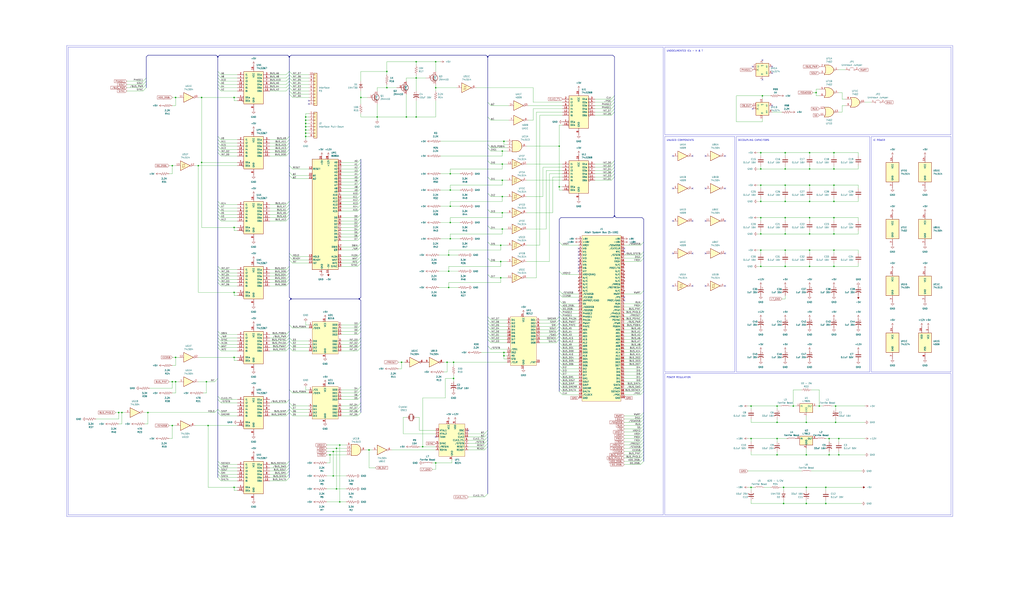
<source format=kicad_sch>
(kicad_sch (version 20230121) (generator eeschema)
  (paper "User" 799.998 470.002)
  (title_block (title "Altair 8800b CPU Card") (date "2024-09-09") (rev "1"))
  (junction (at 137.16 279.4))
  (junction (at 632.46 144.78))
  (junction (at 238.76 91.44))
  (junction (at 594.36 195.58))
  (junction (at 265.43 392.43))
  (junction (at 613.41 144.78))
  (junction (at 157.48 76.2))
  (junction (at 613.41 195.58))
  (junction (at 354.33 283.21))
  (junction (at 651.51 119.38))
  (junction (at 645.16 381))
  (junction (at 595.63 74.93))
  (junction (at 330.2 349.25))
  (junction (at 350.52 199.39))
  (junction (at 645.16 393.7))
  (junction (at 351.79 186.69))
  (junction (at 182.88 279.4))
  (junction (at 392.43 118.11))
  (junction (at 651.51 157.48))
  (junction (at 629.92 381))
  (junction (at 182.88 76.2))
  (junction (at 632.46 157.48))
  (junction (at 257.81 355.6))
  (junction (at 157.48 127))
  (junction (at 161.29 298.45))
  (junction (at 613.41 157.48))
  (junction (at 350.52 224.79))
  (junction (at 629.92 330.2))
  (junction (at 586.74 381))
  (junction (at 226.06 44.45))
  (junction (at 619.76 317.5))
  (junction (at 294.64 91.44))
  (junction (at 351.79 161.29))
  (junction (at 238.76 99.06))
  (junction (at 392.43 128.27))
  (junction (at 651.51 195.58))
  (junction (at 238.76 101.6))
  (junction (at 392.43 166.37))
  (junction (at 134.62 332.74))
  (junction (at 613.41 208.28))
  (junction (at 381 44.45))
  (junction (at 325.12 91.44))
  (junction (at 594.36 157.48))
  (junction (at 325.12 60.96))
  (junction (at 262.89 382.27))
  (junction (at 594.36 144.78))
  (junction (at 162.56 332.74))
  (junction (at 586.74 317.5))
  (junction (at 651.51 170.18))
  (junction (at 651.51 208.28))
  (junction (at 238.76 104.14))
  (junction (at 325.12 48.26))
  (junction (at 647.7 342.9))
  (junction (at 238.76 106.68))
  (junction (at 480.06 168.91))
  (junction (at 607.06 330.2))
  (junction (at 640.08 317.5))
  (junction (at 655.32 342.9))
  (junction (at 349.25 283.21))
  (junction (at 612.14 381))
  (junction (at 647.7 355.6))
  (junction (at 391.16 204.47))
  (junction (at 607.06 317.5))
  (junction (at 170.18 44.45))
  (junction (at 238.76 93.98))
  (junction (at 340.36 68.58))
  (junction (at 115.57 322.58))
  (junction (at 313.69 283.21))
  (junction (at 613.41 182.88))
  (junction (at 137.16 298.45))
  (junction (at 637.54 72.39))
  (junction (at 392.43 153.67))
  (junction (at 651.51 144.78))
  (junction (at 594.36 132.08))
  (junction (at 340.36 48.26))
  (junction (at 594.36 208.28))
  (junction (at 281.94 76.2))
  (junction (at 612.14 393.7))
  (junction (at 613.41 170.18))
  (junction (at 182.88 177.8))
  (junction (at 607.06 355.6))
  (junction (at 632.46 195.58))
  (junction (at 351.79 148.59))
  (junction (at 613.41 119.38))
  (junction (at 265.43 347.98))
  (junction (at 391.16 217.17))
  (junction (at 652.78 330.2))
  (junction (at 632.46 170.18))
  (junction (at 594.36 182.88))
  (junction (at 392.43 140.97))
  (junction (at 92.71 322.58))
  (junction (at 632.46 208.28))
  (junction (at 317.5 91.44))
  (junction (at 182.88 228.6))
  (junction (at 613.41 132.08))
  (junction (at 302.26 68.58))
  (junction (at 632.46 119.38))
  (junction (at 351.79 173.99))
  (junction (at 594.36 119.38))
  (junction (at 350.52 212.09))
  (junction (at 391.16 191.77))
  (junction (at 652.78 317.5))
  (junction (at 629.92 393.7))
  (junction (at 302.26 55.88))
  (junction (at 632.46 132.08))
  (junction (at 436.88 114.3))
  (junction (at 629.92 355.6))
  (junction (at 607.06 342.9))
  (junction (at 651.51 182.88))
  (junction (at 586.74 342.9))
  (junction (at 354.33 295.91))
  (junction (at 134.62 298.45))
  (junction (at 393.7 275.59))
  (junction (at 260.35 372.11))
  (junction (at 137.16 76.2))
  (junction (at 655.32 355.6))
  (junction (at 340.36 361.95))
  (junction (at 392.43 179.07))
  (junction (at 262.89 350.52))
  (junction (at 632.46 182.88))
  (junction (at 594.36 170.18))
  (junction (at 651.51 132.08))
  (junction (at 154.94 129.54))
  (junction (at 238.76 96.52))
  (junction (at 436.88 146.05))
  (junction (at 182.88 381))
  (junction (at 288.29 351.79))
  (junction (at 227.33 233.68))
  (junction (at 351.79 135.89))
  (junction (at 280.67 233.68))
  (junction (at 393.7 278.13))
  (junction (at 134.62 129.54))
  (junction (at 95.25 322.58))
  (junction (at 393.7 110.49))
  (junction (at 260.35 353.06))
  (no_connect (at 588.01 52.07))
  (no_connect (at 566.42 172.72))
  (no_connect (at 452.12 209.55))
  (no_connect (at 452.12 207.01))
  (no_connect (at 241.3 81.28))
  (no_connect (at 566.42 223.52))
  (no_connect (at 541.02 172.72))
  (no_connect (at 566.42 147.32))
  (no_connect (at 541.02 198.12))
  (no_connect (at 452.12 204.47))
  (no_connect (at 595.63 46.99))
  (no_connect (at 241.3 78.74))
  (no_connect (at 452.12 199.39))
  (no_connect (at 525.78 147.32))
  (no_connect (at 452.12 201.93))
  (no_connect (at 541.02 147.32))
  (no_connect (at 487.68 196.85))
  (no_connect (at 525.78 198.12))
  (no_connect (at 541.02 223.52))
  (no_connect (at 551.18 147.32))
  (no_connect (at 487.68 194.31))
  (no_connect (at 525.78 223.52))
  (no_connect (at 588.01 85.09))
  (no_connect (at 452.12 196.85))
  (no_connect (at 487.68 232.41))
  (no_connect (at 551.18 172.72))
  (no_connect (at 487.68 234.95))
  (no_connect (at 566.42 121.92))
  (no_connect (at 340.36 341.63))
  (no_connect (at 452.12 212.09))
  (no_connect (at 365.76 336.55))
  (no_connect (at 452.12 234.95))
  (no_connect (at 603.25 82.55))
  (no_connect (at 525.78 172.72))
  (no_connect (at 595.63 62.23))
  (no_connect (at 551.18 223.52))
  (no_connect (at 551.18 198.12))
  (no_connect (at 603.25 52.07))
  (no_connect (at 603.25 57.15))
  (no_connect (at 525.78 121.92))
  (no_connect (at 541.02 121.92))
  (no_connect (at 452.12 194.31))
  (no_connect (at 566.42 198.12))
  (no_connect (at 551.18 121.92))
  (bus_entry (at 381 201.93) (size 2.54 2.54))
  (bus_entry (at 226.06 317.5) (size 2.54 2.54))
  (bus_entry (at 436.88 288.29) (size 2.54 2.54))
  (bus_entry (at 226.06 157.48) (size -2.54 2.54))
  (bus_entry (at 381 189.23) (size 2.54 2.54))
  (bus_entry (at 436.88 257.81) (size 2.54 2.54))
  (bus_entry (at 170.18 322.58) (size 2.54 2.54))
  (bus_entry (at 436.88 306.07) (size 2.54 2.54))
  (bus_entry (at 436.88 229.87) (size 2.54 2.54))
  (bus_entry (at 502.92 330.2) (size -2.54 2.54))
  (bus_entry (at 436.88 255.27) (size -2.54 2.54))
  (bus_entry (at 502.92 242.57) (size -2.54 2.54))
  (bus_entry (at 226.06 119.38) (size -2.54 2.54))
  (bus_entry (at 226.06 373.38) (size -2.54 2.54))
  (bus_entry (at 436.88 290.83) (size 2.54 2.54))
  (bus_entry (at 170.18 116.84) (size 2.54 2.54))
  (bus_entry (at 226.06 363.22) (size -2.54 2.54))
  (bus_entry (at 436.88 300.99) (size 2.54 2.54))
  (bus_entry (at 226.06 129.54) (size 2.54 2.54))
  (bus_entry (at 226.06 312.42) (size -2.54 2.54))
  (bus_entry (at 381 250.19) (size 2.54 2.54))
  (bus_entry (at 226.06 114.3) (size -2.54 2.54))
  (bus_entry (at 381 386.08) (size -2.54 2.54))
  (bus_entry (at 114.3 68.58) (size -2.54 2.54))
  (bus_entry (at 226.06 259.08) (size -2.54 2.54))
  (bus_entry (at 114.3 60.96) (size -2.54 2.54))
  (bus_entry (at 502.92 283.21) (size -2.54 2.54))
  (bus_entry (at 436.88 280.67) (size 2.54 2.54))
  (bus_entry (at 170.18 220.98) (size 2.54 2.54))
  (bus_entry (at 226.06 58.42) (size 2.54 2.54))
  (bus_entry (at 381 176.53) (size 2.54 2.54))
  (bus_entry (at 502.92 360.68) (size -2.54 2.54))
  (bus_entry (at 226.06 106.68) (size -2.54 2.54))
  (bus_entry (at 381 270.51) (size 2.54 2.54))
  (bus_entry (at 226.06 365.76) (size -2.54 2.54))
  (bus_entry (at 226.06 320.04) (size 2.54 2.54))
  (bus_entry (at 381 214.63) (size 2.54 2.54))
  (bus_entry (at 170.18 208.28) (size 2.54 2.54))
  (bus_entry (at 281.94 157.48) (size -2.54 2.54))
  (bus_entry (at 281.94 177.8) (size -2.54 2.54))
  (bus_entry (at 381 260.35) (size 2.54 2.54))
  (bus_entry (at 170.18 266.7) (size 2.54 2.54))
  (bus_entry (at 381 80.01) (size 2.54 2.54))
  (bus_entry (at 281.94 132.08) (size -2.54 2.54))
  (bus_entry (at 281.94 307.34) (size -2.54 2.54))
  (bus_entry (at 170.18 370.84) (size 2.54 2.54))
  (bus_entry (at 502.92 300.99) (size -2.54 2.54))
  (bus_entry (at 226.06 220.98) (size -2.54 2.54))
  (bus_entry (at 281.94 314.96) (size -2.54 2.54))
  (bus_entry (at 281.94 134.62) (size -2.54 2.54))
  (bus_entry (at 226.06 269.24) (size 2.54 2.54))
  (bus_entry (at 226.06 264.16) (size -2.54 2.54))
  (bus_entry (at 502.92 285.75) (size -2.54 2.54))
  (bus_entry (at 226.06 203.2) (size 2.54 2.54))
  (bus_entry (at 281.94 147.32) (size -2.54 2.54))
  (bus_entry (at 480.06 125.73) (size -2.54 2.54))
  (bus_entry (at 226.06 314.96) (size 2.54 2.54))
  (bus_entry (at 170.18 271.78) (size 2.54 2.54))
  (bus_entry (at 226.06 68.58) (size -2.54 2.54))
  (bus_entry (at 226.06 322.58) (size 2.54 2.54))
  (bus_entry (at 480.06 128.27) (size -2.54 2.54))
  (bus_entry (at 502.92 327.66) (size -2.54 2.54))
  (bus_entry (at 226.06 266.7) (size 2.54 2.54))
  (bus_entry (at 281.94 205.74) (size -2.54 2.54))
  (bus_entry (at 381 163.83) (size 2.54 2.54))
  (bus_entry (at 381 91.44) (size 2.54 2.54))
  (bus_entry (at 436.88 303.53) (size 2.54 2.54))
  (bus_entry (at 281.94 142.24) (size -2.54 2.54))
  (bus_entry (at 436.88 273.05) (size 2.54 2.54))
  (bus_entry (at 436.88 234.95) (size 2.54 2.54))
  (bus_entry (at 170.18 360.68) (size 2.54 2.54))
  (bus_entry (at 281.94 175.26) (size -2.54 2.54))
  (bus_entry (at 502.92 189.23) (size -2.54 2.54))
  (bus_entry (at 281.94 124.46) (size -2.54 2.54))
  (bus_entry (at 436.88 293.37) (size 2.54 2.54))
  (bus_entry (at 226.06 162.56) (size -2.54 2.54))
  (bus_entry (at 502.92 347.98) (size -2.54 2.54))
  (bus_entry (at 281.94 200.66) (size -2.54 2.54))
  (bus_entry (at 502.92 342.9) (size -2.54 2.54))
  (bus_entry (at 502.92 270.51) (size -2.54 2.54))
  (bus_entry (at 170.18 213.36) (size 2.54 2.54))
  (bus_entry (at 436.88 212.09) (size 2.54 2.54))
  (bus_entry (at 226.06 218.44) (size -2.54 2.54))
  (bus_entry (at 281.94 167.64) (size -2.54 2.54))
  (bus_entry (at 436.88 237.49) (size 2.54 2.54))
  (bus_entry (at 502.92 325.12) (size -2.54 2.54))
  (bus_entry (at 502.92 245.11) (size -2.54 2.54))
  (bus_entry (at 436.88 275.59) (size 2.54 2.54))
  (bus_entry (at 436.88 257.81) (size -2.54 2.54))
  (bus_entry (at 281.94 160.02) (size -2.54 2.54))
  (bus_entry (at 381 151.13) (size 2.54 2.54))
  (bus_entry (at 502.92 335.28) (size -2.54 2.54))
  (bus_entry (at 436.88 295.91) (size 2.54 2.54))
  (bus_entry (at 281.94 190.5) (size -2.54 2.54))
  (bus_entry (at 436.88 265.43) (size 2.54 2.54))
  (bus_entry (at 502.92 250.19) (size -2.54 2.54))
  (bus_entry (at 436.88 240.03) (size 2.54 2.54))
  (bus_entry (at 281.94 266.7) (size -2.54 2.54))
  (bus_entry (at 226.06 66.04) (size 2.54 2.54))
  (bus_entry (at 502.92 332.74) (size -2.54 2.54))
  (bus_entry (at 502.92 358.14) (size -2.54 2.54))
  (bus_entry (at 381 262.89) (size 2.54 2.54))
  (bus_entry (at 381 247.65) (size 2.54 2.54))
  (bus_entry (at 502.92 260.35) (size -2.54 2.54))
  (bus_entry (at 436.88 242.57) (size 2.54 2.54))
  (bus_entry (at 480.06 74.93) (size -2.54 2.54))
  (bus_entry (at 226.06 370.84) (size -2.54 2.54))
  (bus_entry (at 502.92 353.06) (size -2.54 2.54))
  (bus_entry (at 502.92 322.58) (size -2.54 2.54))
  (bus_entry (at 381 336.55) (size -2.54 2.54))
  (bus_entry (at 281.94 304.8) (size -2.54 2.54))
  (bus_entry (at 502.92 345.44) (size -2.54 2.54))
  (bus_entry (at 170.18 119.38) (size 2.54 2.54))
  (bus_entry (at 226.06 73.66) (size 2.54 2.54))
  (bus_entry (at 281.94 203.2) (size -2.54 2.54))
  (bus_entry (at 226.06 200.66) (size 2.54 2.54))
  (bus_entry (at 281.94 264.16) (size -2.54 2.54))
  (bus_entry (at 480.06 80.01) (size -2.54 2.54))
  (bus_entry (at 381 346.71) (size -2.54 2.54))
  (bus_entry (at 170.18 162.56) (size 2.54 2.54))
  (bus_entry (at 226.06 160.02) (size -2.54 2.54))
  (bus_entry (at 502.92 262.89) (size -2.54 2.54))
  (bus_entry (at 502.92 303.53) (size -2.54 2.54))
  (bus_entry (at 170.18 269.24) (size 2.54 2.54))
  (bus_entry (at 502.92 196.85) (size -2.54 2.54))
  (bus_entry (at 170.18 320.04) (size 2.54 2.54))
  (bus_entry (at 226.06 215.9) (size -2.54 2.54))
  (bus_entry (at 226.06 266.7) (size -2.54 2.54))
  (bus_entry (at 281.94 162.56) (size -2.54 2.54))
  (bus_entry (at 502.92 337.82) (size -2.54 2.54))
  (bus_entry (at 226.06 167.64) (size -2.54 2.54))
  (bus_entry (at 281.94 170.18) (size -2.54 2.54))
  (bus_entry (at 226.06 271.78) (size 2.54 2.54))
  (bus_entry (at 226.06 66.04) (size -2.54 2.54))
  (bus_entry (at 381 265.43) (size 2.54 2.54))
  (bus_entry (at 281.94 172.72) (size -2.54 2.54))
  (bus_entry (at 281.94 152.4) (size -2.54 2.54))
  (bus_entry (at 281.94 254) (size -2.54 2.54))
  (bus_entry (at 281.94 154.94) (size -2.54 2.54))
  (bus_entry (at 502.92 278.13) (size -2.54 2.54))
  (bus_entry (at 281.94 180.34) (size -2.54 2.54))
  (bus_entry (at 170.18 264.16) (size 2.54 2.54))
  (bus_entry (at 170.18 309.88) (size 2.54 2.54))
  (bus_entry (at 502.92 288.29) (size -2.54 2.54))
  (bus_entry (at 226.06 134.62) (size 2.54 2.54))
  (bus_entry (at 502.92 298.45) (size -2.54 2.54))
  (bus_entry (at 381 349.25) (size -2.54 2.54))
  (bus_entry (at 436.88 245.11) (size 2.54 2.54))
  (bus_entry (at 381 138.43) (size 2.54 2.54))
  (bus_entry (at 436.88 278.13) (size 2.54 2.54))
  (bus_entry (at 226.06 320.04) (size -2.54 2.54))
  (bus_entry (at 436.88 250.19) (size 2.54 2.54))
  (bus_entry (at 502.92 350.52) (size -2.54 2.54))
  (bus_entry (at 281.94 149.86) (size -2.54 2.54))
  (bus_entry (at 170.18 261.62) (size 2.54 2.54))
  (bus_entry (at 170.18 368.3) (size 2.54 2.54))
  (bus_entry (at 170.18 170.18) (size 2.54 2.54))
  (bus_entry (at 281.94 185.42) (size -2.54 2.54))
  (bus_entry (at 281.94 137.16) (size -2.54 2.54))
  (bus_entry (at 436.88 189.23) (size 2.54 2.54))
  (bus_entry (at 436.88 260.35) (size -2.54 2.54))
  (bus_entry (at 436.88 260.35) (size 2.54 2.54))
  (bus_entry (at 502.92 306.07) (size -2.54 2.54))
  (bus_entry (at 281.94 256.54) (size -2.54 2.54))
  (bus_entry (at 170.18 109.22) (size 2.54 2.54))
  (bus_entry (at 502.92 275.59) (size -2.54 2.54))
  (bus_entry (at 170.18 106.68) (size 2.54 2.54))
  (bus_entry (at 114.3 63.5) (size -2.54 2.54))
  (bus_entry (at 226.06 60.96) (size 2.54 2.54))
  (bus_entry (at 436.88 262.89) (size -2.54 2.54))
  (bus_entry (at 502.92 340.36) (size -2.54 2.54))
  (bus_entry (at 226.06 254) (size 2.54 2.54))
  (bus_entry (at 226.06 68.58) (size 2.54 2.54))
  (bus_entry (at 502.92 257.81) (size -2.54 2.54))
  (bus_entry (at 170.18 114.3) (size 2.54 2.54))
  (bus_entry (at 226.06 368.3) (size -2.54 2.54))
  (bus_entry (at 226.06 198.12) (size 2.54 2.54))
  (bus_entry (at 436.88 252.73) (size 2.54 2.54))
  (bus_entry (at 170.18 259.08) (size 2.54 2.54))
  (bus_entry (at 170.18 373.38) (size 2.54 2.54))
  (bus_entry (at 226.06 213.36) (size -2.54 2.54))
  (bus_entry (at 436.88 255.27) (size 2.54 2.54))
  (bus_entry (at 480.06 135.89) (size -2.54 2.54))
  (bus_entry (at 226.06 71.12) (size 2.54 2.54))
  (bus_entry (at 502.92 290.83) (size -2.54 2.54))
  (bus_entry (at 226.06 58.42) (size -2.54 2.54))
  (bus_entry (at 226.06 269.24) (size -2.54 2.54))
  (bus_entry (at 436.88 285.75) (size 2.54 2.54))
  (bus_entry (at 436.88 227.33) (size 2.54 2.54))
  (bus_entry (at 502.92 247.65) (size -2.54 2.54))
  (bus_entry (at 502.92 255.27) (size -2.54 2.54))
  (bus_entry (at 281.94 127) (size -2.54 2.54))
  (bus_entry (at 281.94 139.7) (size -2.54 2.54))
  (bus_entry (at 281.94 251.46) (size -2.54 2.54))
  (bus_entry (at 480.06 130.81) (size -2.54 2.54))
  (bus_entry (at 502.92 227.33) (size -2.54 2.54))
  (bus_entry (at 226.06 170.18) (size -2.54 2.54))
  (bus_entry (at 381 344.17) (size -2.54 2.54))
  (bus_entry (at 226.06 111.76) (size -2.54 2.54))
  (bus_entry (at 381 339.09) (size -2.54 2.54))
  (bus_entry (at 226.06 137.16) (size 2.54 2.54))
  (bus_entry (at 170.18 320.04) (size -2.54 2.54))
  (bus_entry (at 502.92 199.39) (size -2.54 2.54))
  (bus_entry (at 436.88 298.45) (size 2.54 2.54))
  (bus_entry (at 281.94 259.08) (size -2.54 2.54))
  (bus_entry (at 381 252.73) (size 2.54 2.54))
  (bus_entry (at 226.06 63.5) (size 2.54 2.54))
  (bus_entry (at 502.92 295.91) (size -2.54 2.54))
  (bus_entry (at 226.06 165.1) (size -2.54 2.54))
  (bus_entry (at 170.18 365.76) (size 2.54 2.54))
  (bus_entry (at 381 115.57) (size 2.54 2.54))
  (bus_entry (at 502.92 252.73) (size -2.54 2.54))
  (bus_entry (at 170.18 66.04) (size 2.54 2.54))
  (bus_entry (at 381 255.27) (size 2.54 2.54))
  (bus_entry (at 114.3 66.04) (size -2.54 2.54))
  (bus_entry (at 226.06 55.88) (size 2.54 2.54))
  (bus_entry (at 170.18 165.1) (size 2.54 2.54))
  (bus_entry (at 381 113.03) (size 2.54 2.54))
  (bus_entry (at 170.18 111.76) (size 2.54 2.54))
  (bus_entry (at 436.88 247.65) (size 2.54 2.54))
  (bus_entry (at 381 341.63) (size -2.54 2.54))
  (bus_entry (at 226.06 116.84) (size -2.54 2.54))
  (bus_entry (at 436.88 267.97) (size 2.54 2.54))
  (bus_entry (at 502.92 201.93) (size -2.54 2.54))
  (bus_entry (at 502.92 280.67) (size -2.54 2.54))
  (bus_entry (at 170.18 295.91) (size -2.54 2.54))
  (bus_entry (at 502.92 355.6) (size -2.54 2.54))
  (bus_entry (at 281.94 271.78) (size -2.54 2.54))
  (bus_entry (at 170.18 363.22) (size 2.54 2.54))
  (bus_entry (at 170.18 55.88) (size 2.54 2.54))
  (bus_entry (at 281.94 322.58) (size -2.54 2.54))
  (bus_entry (at 226.06 264.16) (size 2.54 2.54))
  (bus_entry (at 281.94 320.04) (size -2.54 2.54))
  (bus_entry (at 226.06 63.5) (size -2.54 2.54))
  (bus_entry (at 480.06 77.47) (size -2.54 2.54))
  (bus_entry (at 170.18 157.48) (size 2.54 2.54))
  (bus_entry (at 480.06 85.09) (size -2.54 2.54))
  (bus_entry (at 281.94 193.04) (size -2.54 2.54))
  (bus_entry (at 170.18 160.02) (size 2.54 2.54))
  (bus_entry (at 436.88 262.89) (size 2.54 2.54))
  (bus_entry (at 480.06 133.35) (size -2.54 2.54))
  (bus_entry (at 502.92 265.43) (size -2.54 2.54))
  (bus_entry (at 170.18 63.5) (size 2.54 2.54))
  (bus_entry (at 226.06 271.78) (size -2.54 2.54))
  (bus_entry (at 281.94 129.54) (size -2.54 2.54))
  (bus_entry (at 226.06 322.58) (size -2.54 2.54))
  (bus_entry (at 170.18 68.58) (size 2.54 2.54))
  (bus_entry (at 281.94 269.24) (size -2.54 2.54))
  (bus_entry (at 436.88 250.19) (size -2.54 2.54))
  (bus_entry (at 226.06 208.28) (size -2.54 2.54))
  (bus_entry (at 281.94 198.12) (size -2.54 2.54))
  (bus_entry (at 170.18 210.82) (size 2.54 2.54))
  (bus_entry (at 226.06 261.62) (size -2.54 2.54))
  (bus_entry (at 502.92 267.97) (size -2.54 2.54))
  (bus_entry (at 226.06 210.82) (size -2.54 2.54))
  (bus_entry (at 170.18 167.64) (size 2.54 2.54))
  (bus_entry (at 502.92 234.95) (size -2.54 2.54))
  (bus_entry (at 480.06 138.43) (size -2.54 2.54))
  (bus_entry (at 480.06 82.55) (size -2.54 2.54))
  (bus_entry (at 502.92 273.05) (size -2.54 2.54))
  (bus_entry (at 502.92 293.37) (size -2.54 2.54))
  (bus_entry (at 381 125.73) (size 2.54 2.54))
  (bus_entry (at 502.92 237.49) (size -2.54 2.54))
  (bus_entry (at 381 257.81) (size 2.54 2.54))
  (bus_entry (at 170.18 218.44) (size 2.54 2.54))
  (bus_entry (at 502.92 240.03) (size -2.54 2.54))
  (bus_entry (at 170.18 215.9) (size 2.54 2.54))
  (bus_entry (at 226.06 360.68) (size -2.54 2.54))
  (bus_entry (at 436.88 270.51) (size 2.54 2.54))
  (bus_entry (at 170.18 58.42) (size 2.54 2.54))
  (bus_entry (at 281.94 317.5) (size -2.54 2.54))
  (bus_entry (at 170.18 312.42) (size 2.54 2.54))
  (bus_entry (at 226.06 55.88) (size -2.54 2.54))
  (bus_entry (at 436.88 265.43) (size -2.54 2.54))
  (bus_entry (at 480.06 87.63) (size -2.54 2.54))
  (bus_entry (at 281.94 144.78) (size -2.54 2.54))
  (bus_entry (at 226.06 109.22) (size -2.54 2.54))
  (bus_entry (at 281.94 302.26) (size -2.54 2.54))
  (bus_entry (at 226.06 60.96) (size -2.54 2.54))
  (bus_entry (at 281.94 309.88) (size -2.54 2.54))
  (bus_entry (at 226.06 304.8) (size 2.54 2.54))
  (bus_entry (at 170.18 60.96) (size 2.54 2.54))
  (bus_entry (at 436.88 247.65) (size -2.54 2.54))
  (bus_entry (at 281.94 182.88) (size -2.54 2.54))
  (bus_entry (at 436.88 252.73) (size -2.54 2.54))
  (bus_entry (at 436.88 283.21) (size 2.54 2.54))
  (wire (pts (xy 411.48 204.47) (xy 429.26 204.47)))
  (wire (pts (xy 340.36 71.12) (xy 340.36 68.58)))
  (wire (pts (xy 594.36 198.12) (xy 594.36 195.58)))
  (bus (pts (xy 281.94 205.74) (xy 281.94 232.41)))
  (bus (pts (xy 170.18 360.68) (xy 170.18 363.22)))
  (wire (pts (xy 325.12 58.42) (xy 325.12 60.96)))
  (wire (pts (xy 157.48 177.8) (xy 157.48 127)))
  (bus (pts (xy 436.88 234.95) (xy 436.88 237.49)))
  (bus (pts (xy 227.33 233.68) (xy 226.06 234.95)))
  (wire (pts (xy 325.12 48.26) (xy 340.36 48.26)))
  (wire (pts (xy 241.3 58.42) (xy 228.6 58.42)))
  (bus (pts (xy 381 214.63) (xy 381 247.65)))
  (bus (pts (xy 502.92 278.13) (xy 502.92 280.67)))
  (bus (pts (xy 281.94 304.8) (xy 281.94 307.34)))
  (wire (pts (xy 238.76 91.44) (xy 238.76 88.9)))
  (bus (pts (xy 381 151.13) (xy 381 163.83)))
  (wire (pts (xy 327.66 326.39) (xy 327.66 336.55)))
  (wire (pts (xy 452.12 237.49) (xy 439.42 237.49)))
  (bus (pts (xy 436.88 303.53) (xy 436.88 300.99)))
  (wire (pts (xy 657.86 87.63) (xy 657.86 82.55)))
  (wire (pts (xy 670.56 121.92) (xy 670.56 119.38)))
  (bus (pts (xy 436.88 262.89) (xy 436.88 265.43)))
  (bus (pts (xy 502.92 201.93) (xy 502.92 227.33)))
  (wire (pts (xy 313.69 283.21) (xy 313.69 288.29)))
  (wire (pts (xy 167.64 298.45) (xy 161.29 298.45)))
  (wire (pts (xy 185.42 314.96) (xy 172.72 314.96)))
  (wire (pts (xy 281.94 55.88) (xy 302.26 55.88)))
  (wire (pts (xy 607.06 330.2) (xy 629.92 330.2)))
  (wire (pts (xy 670.56 157.48) (xy 651.51 157.48)))
  (wire (pts (xy 500.38 295.91) (xy 487.68 295.91)))
  (bus (pts (xy 381 262.89) (xy 381 265.43)))
  (wire (pts (xy 281.94 91.44) (xy 294.64 91.44)))
  (bus (pts (xy 281.94 198.12) (xy 281.94 200.66)))
  (wire (pts (xy 210.82 60.96) (xy 223.52 60.96)))
  (bus (pts (xy 281.94 127) (xy 281.94 129.54)))
  (wire (pts (xy 372.11 68.58) (xy 416.56 68.58)))
  (bus (pts (xy 226.06 320.04) (xy 226.06 322.58)))
  (wire (pts (xy 266.7 142.24) (xy 279.4 142.24)))
  (bus (pts (xy 381 189.23) (xy 381 201.93)))
  (wire (pts (xy 154.94 279.4) (xy 182.88 279.4)))
  (wire (pts (xy 487.68 283.21) (xy 500.38 283.21)))
  (wire (pts (xy 452.12 191.77) (xy 439.42 191.77)))
  (wire (pts (xy 134.62 82.55) (xy 137.16 82.55)))
  (bus (pts (xy 381 336.55) (xy 381 339.09)))
  (wire (pts (xy 134.62 76.2) (xy 137.16 76.2)))
  (wire (pts (xy 487.68 257.81) (xy 500.38 257.81)))
  (bus (pts (xy 436.88 273.05) (xy 436.88 270.51)))
  (wire (pts (xy 266.7 182.88) (xy 279.4 182.88)))
  (wire (pts (xy 340.36 91.44) (xy 325.12 91.44)))
  (wire (pts (xy 397.51 82.55) (xy 383.54 82.55)))
  (wire (pts (xy 452.12 240.03) (xy 439.42 240.03)))
  (wire (pts (xy 392.43 128.27) (xy 396.24 128.27)))
  (wire (pts (xy 586.74 330.2) (xy 607.06 330.2)))
  (bus (pts (xy 170.18 220.98) (xy 170.18 259.08)))
  (wire (pts (xy 162.56 332.74) (xy 162.56 381)))
  (bus (pts (xy 502.92 245.11) (xy 502.92 247.65)))
  (wire (pts (xy 640.08 304.8) (xy 640.08 317.5)))
  (wire (pts (xy 651.51 172.72) (xy 651.51 170.18)))
  (wire (pts (xy 601.98 74.93) (xy 595.63 74.93)))
  (bus (pts (xy 436.88 189.23) (xy 436.88 212.09)))
  (wire (pts (xy 421.64 260.35) (xy 434.34 260.35)))
  (wire (pts (xy 281.94 81.28) (xy 281.94 76.2)))
  (wire (pts (xy 642.62 317.5) (xy 640.08 317.5)))
  (bus (pts (xy 381 115.57) (xy 381 125.73)))
  (wire (pts (xy 337.82 361.95) (xy 340.36 361.95)))
  (bus (pts (xy 226.06 264.16) (xy 226.06 266.7)))
  (wire (pts (xy 632.46 132.08) (xy 651.51 132.08)))
  (bus (pts (xy 436.88 240.03) (xy 436.88 242.57)))
  (bus (pts (xy 281.94 193.04) (xy 281.94 198.12)))
  (wire (pts (xy 350.52 224.79) (xy 350.52 220.98)))
  (wire (pts (xy 586.74 317.5) (xy 584.2 317.5)))
  (wire (pts (xy 365.76 349.25) (xy 378.46 349.25)))
  (wire (pts (xy 416.56 85.09) (xy 416.56 93.98)))
  (bus (pts (xy 170.18 106.68) (xy 170.18 109.22)))
  (bus (pts (xy 170.18 322.58) (xy 170.18 360.68)))
  (bus (pts (xy 502.92 171.45) (xy 502.92 189.23)))
  (wire (pts (xy 431.8 166.37) (xy 431.8 138.43)))
  (wire (pts (xy 487.68 353.06) (xy 500.38 353.06)))
  (wire (pts (xy 344.17 161.29) (xy 351.79 161.29)))
  (wire (pts (xy 392.43 140.97) (xy 396.24 140.97)))
  (wire (pts (xy 365.76 388.62) (xy 378.46 388.62)))
  (bus (pts (xy 226.06 317.5) (xy 226.06 320.04)))
  (wire (pts (xy 575.31 74.93) (xy 595.63 74.93)))
  (wire (pts (xy 365.76 344.17) (xy 378.46 344.17)))
  (bus (pts (xy 436.88 267.97) (xy 436.88 265.43)))
  (wire (pts (xy 172.72 167.64) (xy 185.42 167.64)))
  (bus (pts (xy 436.88 237.49) (xy 436.88 240.03)))
  (wire (pts (xy 487.68 275.59) (xy 500.38 275.59)))
  (wire (pts (xy 185.42 177.8) (xy 182.88 177.8)))
  (wire (pts (xy 436.88 148.59) (xy 436.88 146.05)))
  (bus (pts (xy 226.06 60.96) (xy 226.06 63.5)))
  (wire (pts (xy 266.7 170.18) (xy 279.4 170.18)))
  (wire (pts (xy 500.38 288.29) (xy 487.68 288.29)))
  (bus (pts (xy 226.06 167.64) (xy 226.06 170.18)))
  (wire (pts (xy 347.98 311.15) (xy 330.2 311.15)))
  (bus (pts (xy 226.06 259.08) (xy 226.06 261.62)))
  (wire (pts (xy 396.24 273.05) (xy 383.54 273.05)))
  (wire (pts (xy 311.15 283.21) (xy 313.69 283.21)))
  (wire (pts (xy 464.82 90.17) (xy 477.52 90.17)))
  (wire (pts (xy 351.79 170.18) (xy 392.43 170.18)))
  (wire (pts (xy 392.43 153.67) (xy 396.24 153.67)))
  (wire (pts (xy 607.06 355.6) (xy 629.92 355.6)))
  (wire (pts (xy 591.82 157.48) (xy 594.36 157.48)))
  (wire (pts (xy 255.27 347.98) (xy 265.43 347.98)))
  (bus (pts (xy 502.92 252.73) (xy 502.92 255.27)))
  (bus (pts (xy 170.18 320.04) (xy 170.18 322.58)))
  (wire (pts (xy 344.17 121.92) (xy 392.43 121.92)))
  (wire (pts (xy 255.27 353.06) (xy 260.35 353.06)))
  (wire (pts (xy 651.51 205.74) (xy 651.51 208.28)))
  (wire (pts (xy 350.52 224.79) (xy 358.14 224.79)))
  (bus (pts (xy 381 44.45) (xy 382.27 43.18)))
  (wire (pts (xy 632.46 205.74) (xy 632.46 208.28)))
  (wire (pts (xy 137.16 279.4) (xy 139.7 279.4)))
  (wire (pts (xy 452.12 255.27) (xy 439.42 255.27)))
  (wire (pts (xy 429.26 204.47) (xy 429.26 135.89)))
  (wire (pts (xy 92.71 322.58) (xy 95.25 322.58)))
  (wire (pts (xy 393.7 113.03) (xy 393.7 110.49)))
  (bus (pts (xy 480.06 168.91) (xy 478.79 170.18)))
  (wire (pts (xy 288.29 351.79) (xy 285.75 351.79)))
  (wire (pts (xy 223.52 111.76) (xy 210.82 111.76)))
  (bus (pts (xy 502.92 242.57) (xy 502.92 245.11)))
  (wire (pts (xy 487.68 306.07) (xy 500.38 306.07)))
  (wire (pts (xy 613.41 182.88) (xy 613.41 180.34)))
  (wire (pts (xy 185.42 325.12) (xy 172.72 325.12)))
  (bus (pts (xy 170.18 365.76) (xy 170.18 368.3)))
  (wire (pts (xy 255.27 382.27) (xy 262.89 382.27)))
  (wire (pts (xy 421.64 265.43) (xy 434.34 265.43)))
  (wire (pts (xy 586.74 393.7) (xy 612.14 393.7)))
  (wire (pts (xy 670.56 170.18) (xy 651.51 170.18)))
  (wire (pts (xy 594.36 195.58) (xy 613.41 195.58)))
  (wire (pts (xy 185.42 213.36) (xy 172.72 213.36)))
  (bus (pts (xy 170.18 116.84) (xy 170.18 119.38)))
  (wire (pts (xy 635 72.39) (xy 637.54 72.39)))
  (wire (pts (xy 419.1 217.17) (xy 419.1 87.63)))
  (bus (pts (xy 502.92 288.29) (xy 502.92 290.83)))
  (wire (pts (xy 626.11 304.8) (xy 619.76 304.8)))
  (wire (pts (xy 266.7 165.1) (xy 279.4 165.1)))
  (wire (pts (xy 325.12 91.44) (xy 317.5 91.44)))
  (wire (pts (xy 241.3 269.24) (xy 228.6 269.24)))
  (bus (pts (xy 381 257.81) (xy 381 260.35)))
  (bus (pts (xy 170.18 312.42) (xy 170.18 320.04)))
  (bus (pts (xy 281.94 182.88) (xy 281.94 185.42)))
  (bus (pts (xy 436.88 252.73) (xy 436.88 255.27)))
  (wire (pts (xy 172.72 160.02) (xy 185.42 160.02)))
  (wire (pts (xy 115.57 322.58) (xy 113.03 322.58)))
  (bus (pts (xy 115.57 43.18) (xy 114.3 44.45)))
  (wire (pts (xy 591.82 182.88) (xy 594.36 182.88)))
  (wire (pts (xy 452.12 250.19) (xy 439.42 250.19)))
  (wire (pts (xy 632.46 129.54) (xy 632.46 132.08)))
  (wire (pts (xy 584.2 368.3) (xy 626.11 368.3)))
  (wire (pts (xy 351.79 173.99) (xy 351.79 170.18)))
  (bus (pts (xy 478.79 170.18) (xy 438.15 170.18)))
  (bus (pts (xy 502.92 237.49) (xy 502.92 240.03)))
  (wire (pts (xy 351.79 186.69) (xy 359.41 186.69)))
  (bus (pts (xy 480.06 168.91) (xy 481.33 170.18)))
  (wire (pts (xy 266.7 127) (xy 279.4 127)))
  (wire (pts (xy 464.82 80.01) (xy 477.52 80.01)))
  (bus (pts (xy 170.18 68.58) (xy 170.18 106.68)))
  (wire (pts (xy 132.08 135.89) (xy 134.62 135.89)))
  (wire (pts (xy 351.79 135.89) (xy 359.41 135.89)))
  (bus (pts (xy 381 339.09) (xy 381 341.63)))
  (bus (pts (xy 381 247.65) (xy 381 250.19)))
  (wire (pts (xy 411.48 179.07) (xy 426.72 179.07)))
  (wire (pts (xy 311.15 288.29) (xy 313.69 288.29)))
  (wire (pts (xy 134.62 279.4) (xy 137.16 279.4)))
  (wire (pts (xy 349.25 283.21) (xy 346.71 283.21)))
  (wire (pts (xy 487.68 278.13) (xy 500.38 278.13)))
  (wire (pts (xy 629.92 325.12) (xy 629.92 330.2)))
  (wire (pts (xy 391.16 195.58) (xy 391.16 191.77)))
  (wire (pts (xy 651.51 154.94) (xy 651.51 157.48)))
  (wire (pts (xy 162.56 332.74) (xy 185.42 332.74)))
  (wire (pts (xy 416.56 80.01) (xy 439.42 80.01)))
  (wire (pts (xy 645.16 383.54) (xy 645.16 381)))
  (bus (pts (xy 502.92 267.97) (xy 502.92 270.51)))
  (wire (pts (xy 354.33 295.91) (xy 354.33 293.37)))
  (wire (pts (xy 92.71 322.58) (xy 92.71 327.66)))
  (wire (pts (xy 210.82 223.52) (xy 223.52 223.52)))
  (bus (pts (xy 480.06 138.43) (xy 480.06 168.91)))
  (wire (pts (xy 266.7 195.58) (xy 279.4 195.58)))
  (wire (pts (xy 487.68 245.11) (xy 500.38 245.11)))
  (wire (pts (xy 632.46 195.58) (xy 613.41 195.58)))
  (wire (pts (xy 487.68 237.49) (xy 500.38 237.49)))
  (bus (pts (xy 171.45 43.18) (xy 224.79 43.18)))
  (wire (pts (xy 383.54 153.67) (xy 392.43 153.67)))
  (wire (pts (xy 632.46 132.08) (xy 613.41 132.08)))
  (wire (pts (xy 210.82 266.7) (xy 223.52 266.7)))
  (wire (pts (xy 238.76 88.9) (xy 241.3 88.9)))
  (bus (pts (xy 226.06 55.88) (xy 226.06 58.42)))
  (bus (pts (xy 170.18 218.44) (xy 170.18 220.98)))
  (bus (pts (xy 502.92 189.23) (xy 502.92 196.85)))
  (wire (pts (xy 349.25 283.21) (xy 349.25 290.83)))
  (wire (pts (xy 265.43 347.98) (xy 270.51 347.98)))
  (wire (pts (xy 154.94 76.2) (xy 157.48 76.2)))
  (wire (pts (xy 591.82 208.28) (xy 594.36 208.28)))
  (wire (pts (xy 354.33 298.45) (xy 354.33 295.91)))
  (wire (pts (xy 210.82 365.76) (xy 223.52 365.76)))
  (wire (pts (xy 375.92 275.59) (xy 393.7 275.59)))
  (bus (pts (xy 170.18 259.08) (xy 170.18 261.62)))
  (wire (pts (xy 210.82 269.24) (xy 223.52 269.24)))
  (bus (pts (xy 480.06 133.35) (xy 480.06 135.89)))
  (wire (pts (xy 383.54 217.17) (xy 391.16 217.17)))
  (wire (pts (xy 340.36 48.26) (xy 344.17 48.26)))
  (wire (pts (xy 464.82 128.27) (xy 477.52 128.27)))
  (bus (pts (xy 226.06 198.12) (xy 226.06 200.66)))
  (wire (pts (xy 594.36 121.92) (xy 594.36 119.38)))
  (wire (pts (xy 640.08 317.5) (xy 637.54 317.5)))
  (wire (pts (xy 210.82 370.84) (xy 223.52 370.84)))
  (wire (pts (xy 637.54 72.39) (xy 637.54 74.93)))
  (bus (pts (xy 281.94 254) (xy 281.94 256.54)))
  (wire (pts (xy 591.82 195.58) (xy 594.36 195.58)))
  (wire (pts (xy 172.72 58.42) (xy 185.42 58.42)))
  (bus (pts (xy 226.06 73.66) (xy 226.06 106.68)))
  (bus (pts (xy 226.06 210.82) (xy 226.06 213.36)))
  (wire (pts (xy 655.32 342.9) (xy 675.64 342.9)))
  (bus (pts (xy 226.06 162.56) (xy 226.06 165.1)))
  (bus (pts (xy 502.92 273.05) (xy 502.92 275.59)))
  (wire (pts (xy 137.16 298.45) (xy 139.7 298.45)))
  (wire (pts (xy 185.42 119.38) (xy 172.72 119.38)))
  (wire (pts (xy 613.41 208.28) (xy 613.41 205.74)))
  (bus (pts (xy 170.18 165.1) (xy 170.18 167.64)))
  (bus (pts (xy 170.18 208.28) (xy 170.18 210.82)))
  (bus (pts (xy 170.18 309.88) (xy 170.18 312.42)))
  (bus (pts (xy 226.06 106.68) (xy 226.06 109.22)))
  (wire (pts (xy 350.52 195.58) (xy 391.16 195.58)))
  (wire (pts (xy 137.16 285.75) (xy 137.16 279.4)))
  (bus (pts (xy 170.18 215.9) (xy 170.18 218.44)))
  (bus (pts (xy 281.94 309.88) (xy 281.94 314.96)))
  (wire (pts (xy 172.72 60.96) (xy 185.42 60.96)))
  (wire (pts (xy 325.12 326.39) (xy 327.66 326.39)))
  (wire (pts (xy 464.82 135.89) (xy 477.52 135.89)))
  (bus (pts (xy 480.06 77.47) (xy 480.06 80.01)))
  (wire (pts (xy 266.7 208.28) (xy 279.4 208.28)))
  (wire (pts (xy 185.42 220.98) (xy 172.72 220.98)))
  (wire (pts (xy 632.46 208.28) (xy 613.41 208.28)))
  (wire (pts (xy 436.88 97.79) (xy 439.42 97.79)))
  (wire (pts (xy 586.74 342.9) (xy 584.2 342.9)))
  (bus (pts (xy 281.94 162.56) (xy 281.94 167.64)))
  (wire (pts (xy 185.42 274.32) (xy 172.72 274.32)))
  (wire (pts (xy 647.7 353.06) (xy 647.7 355.6)))
  (bus (pts (xy 170.18 266.7) (xy 170.18 269.24)))
  (wire (pts (xy 439.42 293.37) (xy 452.12 293.37)))
  (wire (pts (xy 351.79 161.29) (xy 359.41 161.29)))
  (wire (pts (xy 266.7 274.32) (xy 279.4 274.32)))
  (wire (pts (xy 487.68 308.61) (xy 500.38 308.61)))
  (wire (pts (xy 260.35 353.06) (xy 270.51 353.06)))
  (wire (pts (xy 157.48 127) (xy 157.48 76.2)))
  (wire (pts (xy 439.42 146.05) (xy 436.88 146.05)))
  (wire (pts (xy 317.5 326.39) (xy 314.96 326.39)))
  (wire (pts (xy 487.68 204.47) (xy 500.38 204.47)))
  (wire (pts (xy 594.36 147.32) (xy 594.36 144.78)))
  (wire (pts (xy 392.43 132.08) (xy 392.43 128.27)))
  (wire (pts (xy 670.56 208.28) (xy 651.51 208.28)))
  (bus (pts (xy 436.88 306.07) (xy 436.88 303.53)))
  (wire (pts (xy 632.46 172.72) (xy 632.46 170.18)))
  (bus (pts (xy 381 346.71) (xy 381 349.25)))
  (wire (pts (xy 134.62 332.74) (xy 137.16 332.74)))
  (wire (pts (xy 351.79 144.78) (xy 392.43 144.78)))
  (bus (pts (xy 502.92 322.58) (xy 502.92 325.12)))
  (wire (pts (xy 132.08 298.45) (xy 134.62 298.45)))
  (wire (pts (xy 241.3 137.16) (xy 228.6 137.16)))
  (bus (pts (xy 436.88 285.75) (xy 436.88 283.21)))
  (wire (pts (xy 396.24 257.81) (xy 383.54 257.81)))
  (wire (pts (xy 241.3 73.66) (xy 228.6 73.66)))
  (wire (pts (xy 281.94 88.9) (xy 281.94 91.44)))
  (wire (pts (xy 154.94 228.6) (xy 154.94 129.54)))
  (wire (pts (xy 487.68 303.53) (xy 500.38 303.53)))
  (wire (pts (xy 172.72 111.76) (xy 185.42 111.76)))
  (wire (pts (xy 223.52 116.84) (xy 210.82 116.84)))
  (wire (pts (xy 210.82 121.92) (xy 223.52 121.92)))
  (wire (pts (xy 487.68 229.87) (xy 500.38 229.87)))
  (wire (pts (xy 262.89 350.52) (xy 262.89 382.27)))
  (wire (pts (xy 137.16 82.55) (xy 137.16 76.2)))
  (wire (pts (xy 210.82 119.38) (xy 223.52 119.38)))
  (wire (pts (xy 452.12 283.21) (xy 439.42 283.21)))
  (wire (pts (xy 594.36 205.74) (xy 594.36 208.28)))
  (wire (pts (xy 487.68 262.89) (xy 500.38 262.89)))
  (bus (pts (xy 281.94 154.94) (xy 281.94 157.48)))
  (wire (pts (xy 266.7 137.16) (xy 279.4 137.16)))
  (wire (pts (xy 651.51 121.92) (xy 651.51 119.38)))
  (bus (pts (xy 502.92 350.52) (xy 502.92 353.06)))
  (wire (pts (xy 134.62 135.89) (xy 134.62 129.54)))
  (wire (pts (xy 383.54 191.77) (xy 391.16 191.77)))
  (wire (pts (xy 632.46 119.38) (xy 613.41 119.38)))
  (bus (pts (xy 502.92 353.06) (xy 502.92 355.6)))
  (wire (pts (xy 670.56 180.34) (xy 670.56 182.88)))
  (bus (pts (xy 502.92 337.82) (xy 502.92 340.36)))
  (wire (pts (xy 255.27 361.95) (xy 257.81 361.95)))
  (wire (pts (xy 487.68 285.75) (xy 500.38 285.75)))
  (wire (pts (xy 210.82 210.82) (xy 223.52 210.82)))
  (wire (pts (xy 92.71 331.47) (xy 95.25 331.47)))
  (wire (pts (xy 281.94 55.88) (xy 281.94 63.5)))
  (wire (pts (xy 210.82 375.92) (xy 223.52 375.92)))
  (bus (pts (xy 170.18 269.24) (xy 170.18 271.78)))
  (wire (pts (xy 439.42 290.83) (xy 452.12 290.83)))
  (wire (pts (xy 487.68 363.22) (xy 500.38 363.22)))
  (wire (pts (xy 257.81 355.6) (xy 270.51 355.6)))
  (wire (pts (xy 396.24 250.19) (xy 383.54 250.19)))
  (wire (pts (xy 637.54 69.85) (xy 640.08 69.85)))
  (bus (pts (xy 226.06 215.9) (xy 226.06 218.44)))
  (wire (pts (xy 670.56 195.58) (xy 651.51 195.58)))
  (wire (pts (xy 182.88 228.6) (xy 182.88 231.14)))
  (bus (pts (xy 170.18 261.62) (xy 170.18 264.16)))
  (wire (pts (xy 351.79 132.08) (xy 392.43 132.08)))
  (wire (pts (xy 182.88 279.4) (xy 185.42 279.4)))
  (wire (pts (xy 185.42 365.76) (xy 172.72 365.76)))
  (wire (pts (xy 325.12 60.96) (xy 332.74 60.96)))
  (wire (pts (xy 607.06 353.06) (xy 607.06 355.6)))
  (bus (pts (xy 502.92 240.03) (xy 502.92 242.57)))
  (wire (pts (xy 223.52 172.72) (xy 210.82 172.72)))
  (wire (pts (xy 172.72 162.56) (xy 185.42 162.56)))
  (wire (pts (xy 383.54 166.37) (xy 392.43 166.37)))
  (bus (pts (xy 502.92 257.81) (xy 502.92 260.35)))
  (wire (pts (xy 657.86 87.63) (xy 655.32 87.63)))
  (bus (pts (xy 502.92 342.9) (xy 502.92 345.44)))
  (wire (pts (xy 223.52 160.02) (xy 210.82 160.02)))
  (wire (pts (xy 610.87 233.68) (xy 613.41 233.68)))
  (bus (pts (xy 281.94 175.26) (xy 281.94 177.8)))
  (wire (pts (xy 619.76 304.8) (xy 619.76 317.5)))
  (bus (pts (xy 502.92 327.66) (xy 502.92 330.2)))
  (wire (pts (xy 575.31 95.25) (xy 575.31 74.93)))
  (wire (pts (xy 185.42 228.6) (xy 182.88 228.6)))
  (wire (pts (xy 185.42 383.54) (xy 182.88 383.54)))
  (wire (pts (xy 238.76 101.6) (xy 241.3 101.6)))
  (wire (pts (xy 238.76 106.68) (xy 241.3 106.68)))
  (bus (pts (xy 502.92 298.45) (xy 502.92 300.99)))
  (wire (pts (xy 487.68 332.74) (xy 500.38 332.74)))
  (wire (pts (xy 266.7 134.62) (xy 279.4 134.62)))
  (wire (pts (xy 416.56 93.98) (xy 412.75 93.98)))
  (bus (pts (xy 168.91 43.18) (xy 115.57 43.18)))
  (wire (pts (xy 452.12 306.07) (xy 439.42 306.07)))
  (bus (pts (xy 170.18 111.76) (xy 170.18 114.3)))
  (wire (pts (xy 266.7 205.74) (xy 279.4 205.74)))
  (wire (pts (xy 439.42 257.81) (xy 452.12 257.81)))
  (wire (pts (xy 452.12 232.41) (xy 439.42 232.41)))
  (bus (pts (xy 170.18 55.88) (xy 170.18 58.42)))
  (bus (pts (xy 436.88 242.57) (xy 436.88 245.11)))
  (bus (pts (xy 281.94 142.24) (xy 281.94 144.78)))
  (wire (pts (xy 266.7 271.78) (xy 279.4 271.78)))
  (wire (pts (xy 172.72 170.18) (xy 185.42 170.18)))
  (bus (pts (xy 502.92 270.51) (xy 502.92 273.05)))
  (wire (pts (xy 586.74 342.9) (xy 607.06 342.9)))
  (wire (pts (xy 182.88 228.6) (xy 154.94 228.6)))
  (bus (pts (xy 502.92 262.89) (xy 502.92 265.43)))
  (bus (pts (xy 281.94 251.46) (xy 281.94 254)))
  (wire (pts (xy 487.68 247.65) (xy 500.38 247.65)))
  (wire (pts (xy 670.56 205.74) (xy 670.56 208.28)))
  (wire (pts (xy 487.68 345.44) (xy 500.38 345.44)))
  (bus (pts (xy 226.06 44.45) (xy 226.06 55.88)))
  (wire (pts (xy 464.82 138.43) (xy 477.52 138.43)))
  (bus (pts (xy 381 125.73) (xy 381 138.43)))
  (wire (pts (xy 424.18 153.67) (xy 424.18 130.81)))
  (wire (pts (xy 266.7 147.32) (xy 279.4 147.32)))
  (bus (pts (xy 281.94 160.02) (xy 281.94 162.56)))
  (wire (pts (xy 185.42 266.7) (xy 172.72 266.7)))
  (wire (pts (xy 610.87 87.63) (xy 603.25 87.63)))
  (wire (pts (xy 595.63 92.71) (xy 595.63 95.25)))
  (wire (pts (xy 632.46 121.92) (xy 632.46 119.38)))
  (bus (pts (xy 226.06 312.42) (xy 226.06 314.96)))
  (wire (pts (xy 655.32 353.06) (xy 655.32 355.6)))
  (wire (pts (xy 500.38 293.37) (xy 487.68 293.37)))
  (wire (pts (xy 629.92 393.7) (xy 645.16 393.7)))
  (bus (pts (xy 226.06 71.12) (xy 226.06 73.66)))
  (wire (pts (xy 670.56 119.38) (xy 651.51 119.38)))
  (bus (pts (xy 480.06 82.55) (xy 480.06 85.09)))
  (bus (pts (xy 478.79 43.18) (xy 480.06 44.45)))
  (wire (pts (xy 586.74 355.6) (xy 607.06 355.6)))
  (wire (pts (xy 313.69 283.21) (xy 316.23 283.21)))
  (wire (pts (xy 241.3 274.32) (xy 228.6 274.32)))
  (wire (pts (xy 391.16 220.98) (xy 391.16 217.17)))
  (wire (pts (xy 241.3 60.96) (xy 228.6 60.96)))
  (wire (pts (xy 314.96 339.09) (xy 340.36 339.09)))
  (wire (pts (xy 266.7 317.5) (xy 279.4 317.5)))
  (wire (pts (xy 290.83 351.79) (xy 288.29 351.79)))
  (wire (pts (xy 396.24 260.35) (xy 383.54 260.35)))
  (bus (pts (xy 281.94 152.4) (xy 281.94 154.94)))
  (wire (pts (xy 266.7 162.56) (xy 279.4 162.56)))
  (wire (pts (xy 632.46 144.78) (xy 613.41 144.78)))
  (wire (pts (xy 396.24 113.03) (xy 393.7 113.03)))
  (wire (pts (xy 344.17 148.59) (xy 351.79 148.59)))
  (wire (pts (xy 210.82 63.5) (xy 223.52 63.5)))
  (wire (pts (xy 439.42 265.43) (xy 452.12 265.43)))
  (bus (pts (xy 381 163.83) (xy 381 176.53)))
  (bus (pts (xy 281.94 134.62) (xy 281.94 137.16)))
  (wire (pts (xy 365.76 341.63) (xy 378.46 341.63)))
  (wire (pts (xy 161.29 298.45) (xy 154.94 298.45)))
  (wire (pts (xy 586.74 327.66) (xy 586.74 330.2)))
  (wire (pts (xy 629.92 350.52) (xy 629.92 355.6)))
  (bus (pts (xy 480.06 85.09) (xy 480.06 87.63)))
  (bus (pts (xy 381 250.19) (xy 381 252.73)))
  (wire (pts (xy 241.3 320.04) (xy 228.6 320.04)))
  (wire (pts (xy 607.06 345.44) (xy 607.06 342.9)))
  (wire (pts (xy 645.16 393.7) (xy 673.1 393.7)))
  (wire (pts (xy 182.88 279.4) (xy 182.88 281.94)))
  (bus (pts (xy 381 344.17) (xy 381 346.71)))
  (wire (pts (xy 647.7 345.44) (xy 647.7 342.9)))
  (wire (pts (xy 487.68 337.82) (xy 500.38 337.82)))
  (wire (pts (xy 464.82 130.81) (xy 477.52 130.81)))
  (wire (pts (xy 210.82 274.32) (xy 223.52 274.32)))
  (wire (pts (xy 182.88 383.54) (xy 182.88 381)))
  (bus (pts (xy 226.06 266.7) (xy 226.06 269.24)))
  (bus (pts (xy 436.88 290.83) (xy 436.88 288.29)))
  (wire (pts (xy 655.32 342.9) (xy 655.32 345.44)))
  (wire (pts (xy 266.7 187.96) (xy 279.4 187.96)))
  (bus (pts (xy 280.67 233.68) (xy 281.94 232.41)))
  (wire (pts (xy 411.48 191.77) (xy 421.64 191.77)))
  (wire (pts (xy 452.12 245.11) (xy 439.42 245.11)))
  (wire (pts (xy 351.79 186.69) (xy 351.79 182.88)))
  (wire (pts (xy 95.25 322.58) (xy 95.25 331.47)))
  (wire (pts (xy 134.62 307.34) (xy 137.16 307.34)))
  (wire (pts (xy 645.16 381) (xy 673.1 381)))
  (wire (pts (xy 396.24 278.13) (xy 393.7 278.13)))
  (wire (pts (xy 317.5 60.96) (xy 325.12 60.96)))
  (bus (pts (xy 281.94 144.78) (xy 281.94 147.32)))
  (wire (pts (xy 439.42 148.59) (xy 436.88 148.59)))
  (wire (pts (xy 452.12 229.87) (xy 439.42 229.87)))
  (bus (pts (xy 281.94 149.86) (xy 281.94 152.4)))
  (bus (pts (xy 281.94 185.42) (xy 281.94 190.5)))
  (wire (pts (xy 609.6 317.5) (xy 607.06 317.5)))
  (wire (pts (xy 439.42 262.89) (xy 452.12 262.89)))
  (wire (pts (xy 238.76 93.98) (xy 241.3 93.98)))
  (bus (pts (xy 436.88 275.59) (xy 436.88 273.05)))
  (wire (pts (xy 340.36 361.95) (xy 353.06 361.95)))
  (wire (pts (xy 210.82 368.3) (xy 223.52 368.3)))
  (wire (pts (xy 349.25 290.83) (xy 346.71 290.83)))
  (wire (pts (xy 172.72 66.04) (xy 185.42 66.04)))
  (wire (pts (xy 421.64 262.89) (xy 434.34 262.89)))
  (bus (pts (xy 281.94 266.7) (xy 281.94 269.24)))
  (wire (pts (xy 266.7 312.42) (xy 279.4 312.42)))
  (wire (pts (xy 255.27 372.11) (xy 260.35 372.11)))
  (wire (pts (xy 594.36 208.28) (xy 613.41 208.28)))
  (wire (pts (xy 241.3 200.66) (xy 228.6 200.66)))
  (wire (pts (xy 487.68 240.03) (xy 500.38 240.03)))
  (wire (pts (xy 182.88 381) (xy 185.42 381)))
  (wire (pts (xy 419.1 87.63) (xy 439.42 87.63)))
  (bus (pts (xy 436.88 270.51) (xy 436.88 267.97)))
  (wire (pts (xy 330.2 311.15) (xy 330.2 349.25)))
  (bus (pts (xy 436.88 298.45) (xy 436.88 295.91)))
  (wire (pts (xy 487.68 273.05) (xy 500.38 273.05)))
  (wire (pts (xy 157.48 76.2) (xy 182.88 76.2)))
  (bus (pts (xy 381 201.93) (xy 381 214.63)))
  (wire (pts (xy 670.56 144.78) (xy 651.51 144.78)))
  (bus (pts (xy 226.06 232.41) (xy 227.33 233.68)))
  (wire (pts (xy 152.4 332.74) (xy 162.56 332.74)))
  (bus (pts (xy 502.92 283.21) (xy 502.92 285.75)))
  (wire (pts (xy 657.86 77.47) (xy 660.4 77.47)))
  (wire (pts (xy 619.76 317.5) (xy 617.22 317.5)))
  (wire (pts (xy 412.75 82.55) (xy 439.42 82.55)))
  (wire (pts (xy 210.82 58.42) (xy 223.52 58.42)))
  (wire (pts (xy 487.68 191.77) (xy 500.38 191.77)))
  (wire (pts (xy 657.86 82.55) (xy 660.4 82.55)))
  (wire (pts (xy 439.42 288.29) (xy 452.12 288.29)))
  (bus (pts (xy 502.92 199.39) (xy 502.92 201.93)))
  (bus (pts (xy 481.33 170.18) (xy 501.65 170.18)))
  (wire (pts (xy 255.27 355.6) (xy 257.81 355.6)))
  (wire (pts (xy 223.52 162.56) (xy 210.82 162.56)))
  (wire (pts (xy 344.17 173.99) (xy 351.79 173.99)))
  (wire (pts (xy 612.14 391.16) (xy 612.14 393.7)))
  (bus (pts (xy 170.18 160.02) (xy 170.18 162.56)))
  (wire (pts (xy 182.88 281.94) (xy 185.42 281.94)))
  (bus (pts (xy 502.92 250.19) (xy 502.92 252.73)))
  (bus (pts (xy 281.94 180.34) (xy 281.94 182.88)))
  (wire (pts (xy 591.82 132.08) (xy 594.36 132.08)))
  (bus (pts (xy 281.94 147.32) (xy 281.94 149.86)))
  (bus (pts (xy 436.88 257.81) (xy 436.88 260.35)))
  (bus (pts (xy 114.3 44.45) (xy 114.3 60.96)))
  (wire (pts (xy 241.3 322.58) (xy 228.6 322.58)))
  (wire (pts (xy 607.06 320.04) (xy 607.06 317.5)))
  (bus (pts (xy 381 44.45) (xy 381 80.01)))
  (wire (pts (xy 392.43 157.48) (xy 392.43 153.67)))
  (bus (pts (xy 502.92 227.33) (xy 502.92 234.95)))
  (wire (pts (xy 99.06 71.12) (xy 111.76 71.12)))
  (wire (pts (xy 266.7 132.08) (xy 279.4 132.08)))
  (wire (pts (xy 365.76 351.79) (xy 378.46 351.79)))
  (wire (pts (xy 500.38 290.83) (xy 487.68 290.83)))
  (bus (pts (xy 226.06 165.1) (xy 226.06 167.64)))
  (bus (pts (xy 381 91.44) (xy 381 113.03)))
  (bus (pts (xy 281.94 320.04) (xy 281.94 322.58)))
  (wire (pts (xy 99.06 63.5) (xy 111.76 63.5)))
  (wire (pts (xy 210.82 213.36) (xy 223.52 213.36)))
  (wire (pts (xy 487.68 242.57) (xy 500.38 242.57)))
  (bus (pts (xy 436.88 247.65) (xy 436.88 250.19)))
  (bus (pts (xy 381 252.73) (xy 381 255.27)))
  (wire (pts (xy 647.7 355.6) (xy 655.32 355.6)))
  (wire (pts (xy 586.74 353.06) (xy 586.74 355.6)))
  (wire (pts (xy 266.7 325.12) (xy 279.4 325.12)))
  (wire (pts (xy 238.76 93.98) (xy 238.76 91.44)))
  (wire (pts (xy 670.56 132.08) (xy 651.51 132.08)))
  (wire (pts (xy 487.68 250.19) (xy 500.38 250.19)))
  (bus (pts (xy 436.88 280.67) (xy 436.88 278.13)))
  (wire (pts (xy 294.64 93.98) (xy 294.64 91.44)))
  (bus (pts (xy 226.06 208.28) (xy 226.06 210.82)))
  (bus (pts (xy 226.06 269.24) (xy 226.06 271.78)))
  (bus (pts (xy 226.06 271.78) (xy 226.06 304.8)))
  (bus (pts (xy 281.94 190.5) (xy 281.94 193.04)))
  (bus (pts (xy 436.88 283.21) (xy 436.88 280.67)))
  (wire (pts (xy 464.82 77.47) (xy 477.52 77.47)))
  (wire (pts (xy 255.27 392.43) (xy 265.43 392.43)))
  (bus (pts (xy 502.92 295.91) (xy 502.92 298.45)))
  (wire (pts (xy 288.29 365.76) (xy 288.29 351.79)))
  (wire (pts (xy 350.52 208.28) (xy 391.16 208.28)))
  (wire (pts (xy 238.76 104.14) (xy 241.3 104.14)))
  (wire (pts (xy 354.33 295.91) (xy 347.98 295.91)))
  (wire (pts (xy 241.3 66.04) (xy 228.6 66.04)))
  (wire (pts (xy 238.76 109.22) (xy 238.76 106.68)))
  (bus (pts (xy 281.94 234.95) (xy 281.94 251.46)))
  (wire (pts (xy 391.16 217.17) (xy 396.24 217.17)))
  (wire (pts (xy 266.7 144.78) (xy 279.4 144.78)))
  (wire (pts (xy 383.54 128.27) (xy 392.43 128.27)))
  (bus (pts (xy 436.88 245.11) (xy 436.88 247.65)))
  (wire (pts (xy 584.2 381) (xy 586.74 381)))
  (wire (pts (xy 595.63 74.93) (xy 595.63 77.47)))
  (bus (pts (xy 281.94 132.08) (xy 281.94 134.62)))
  (wire (pts (xy 411.48 217.17) (xy 419.1 217.17)))
  (wire (pts (xy 452.12 252.73) (xy 439.42 252.73)))
  (wire (pts (xy 266.7 304.8) (xy 279.4 304.8)))
  (wire (pts (xy 652.78 320.04) (xy 652.78 317.5)))
  (bus (pts (xy 281.94 307.34) (xy 281.94 309.88)))
  (wire (pts (xy 632.46 182.88) (xy 613.41 182.88)))
  (wire (pts (xy 350.52 199.39) (xy 350.52 195.58)))
  (wire (pts (xy 241.3 256.54) (xy 228.6 256.54)))
  (wire (pts (xy 613.41 195.58) (xy 613.41 198.12)))
  (bus (pts (xy 281.94 264.16) (xy 281.94 266.7)))
  (wire (pts (xy 383.54 140.97) (xy 392.43 140.97)))
  (wire (pts (xy 452.12 303.53) (xy 439.42 303.53)))
  (wire (pts (xy 238.76 96.52) (xy 241.3 96.52)))
  (wire (pts (xy 342.9 224.79) (xy 350.52 224.79)))
  (bus (pts (xy 480.06 74.93) (xy 480.06 77.47)))
  (bus (pts (xy 170.18 213.36) (xy 170.18 215.9)))
  (wire (pts (xy 452.12 275.59) (xy 439.42 275.59)))
  (bus (pts (xy 226.06 203.2) (xy 226.06 208.28)))
  (wire (pts (xy 325.12 48.26) (xy 325.12 50.8)))
  (wire (pts (xy 266.7 254) (xy 279.4 254)))
  (wire (pts (xy 172.72 114.3) (xy 185.42 114.3)))
  (wire (pts (xy 327.66 349.25) (xy 330.2 349.25)))
  (wire (pts (xy 487.68 350.52) (xy 500.38 350.52)))
  (bus (pts (xy 480.06 135.89) (xy 480.06 138.43)))
  (wire (pts (xy 629.92 330.2) (xy 652.78 330.2)))
  (wire (pts (xy 238.76 96.52) (xy 238.76 93.98)))
  (wire (pts (xy 586.74 317.5) (xy 607.06 317.5)))
  (bus (pts (xy 502.92 234.95) (xy 502.92 237.49)))
  (wire (pts (xy 429.26 135.89) (xy 439.42 135.89)))
  (wire (pts (xy 487.68 330.2) (xy 500.38 330.2)))
  (wire (pts (xy 391.16 191.77) (xy 396.24 191.77)))
  (wire (pts (xy 302.26 48.26) (xy 302.26 55.88)))
  (wire (pts (xy 629.92 391.16) (xy 629.92 393.7)))
  (bus (pts (xy 379.73 43.18) (xy 381 44.45)))
  (wire (pts (xy 647.7 342.9) (xy 645.16 342.9)))
  (wire (pts (xy 637.54 74.93) (xy 640.08 74.93)))
  (wire (pts (xy 241.3 271.78) (xy 228.6 271.78)))
  (wire (pts (xy 172.72 63.5) (xy 185.42 63.5)))
  (wire (pts (xy 452.12 298.45) (xy 439.42 298.45)))
  (wire (pts (xy 586.74 345.44) (xy 586.74 342.9)))
  (wire (pts (xy 411.48 140.97) (xy 439.42 140.97)))
  (wire (pts (xy 392.43 179.07) (xy 396.24 179.07)))
  (wire (pts (xy 452.12 300.99) (xy 439.42 300.99)))
  (bus (pts (xy 502.92 255.27) (xy 502.92 257.81)))
  (wire (pts (xy 344.17 186.69) (xy 351.79 186.69)))
  (wire (pts (xy 185.42 264.16) (xy 172.72 264.16)))
  (wire (pts (xy 266.7 177.8) (xy 279.4 177.8)))
  (wire (pts (xy 281.94 76.2) (xy 281.94 71.12)))
  (wire (pts (xy 651.51 198.12) (xy 651.51 195.58)))
  (bus (pts (xy 170.18 58.42) (xy 170.18 60.96)))
  (wire (pts (xy 210.82 373.38) (xy 223.52 373.38)))
  (bus (pts (xy 381 255.27) (xy 381 257.81)))
  (bus (pts (xy 226.06 304.8) (xy 226.06 312.42)))
  (bus (pts (xy 226.06 370.84) (xy 226.06 373.38)))
  (bus (pts (xy 170.18 271.78) (xy 170.18 295.91)))
  (wire (pts (xy 464.82 133.35) (xy 477.52 133.35)))
  (bus (pts (xy 226.06 137.16) (xy 226.06 157.48)))
  (wire (pts (xy 302.26 66.04) (xy 302.26 68.58)))
  (wire (pts (xy 210.82 264.16) (xy 223.52 264.16)))
  (wire (pts (xy 132.08 342.9) (xy 134.62 342.9)))
  (wire (pts (xy 185.42 368.3) (xy 172.72 368.3)))
  (bus (pts (xy 170.18 368.3) (xy 170.18 370.84)))
  (wire (pts (xy 670.56 154.94) (xy 670.56 157.48)))
  (bus (pts (xy 281.94 271.78) (xy 281.94 302.26)))
  (bus (pts (xy 226.06 119.38) (xy 226.06 129.54)))
  (bus (pts (xy 502.92 330.2) (xy 502.92 332.74)))
  (bus (pts (xy 436.88 229.87) (xy 436.88 234.95)))
  (wire (pts (xy 266.7 200.66) (xy 279.4 200.66)))
  (wire (pts (xy 670.56 182.88) (xy 651.51 182.88)))
  (wire (pts (xy 421.64 252.73) (xy 434.34 252.73)))
  (wire (pts (xy 652.78 317.5) (xy 650.24 317.5)))
  (wire (pts (xy 115.57 322.58) (xy 167.64 322.58)))
  (wire (pts (xy 396.24 118.11) (xy 392.43 118.11)))
  (wire (pts (xy 431.8 138.43) (xy 439.42 138.43)))
  (bus (pts (xy 281.94 259.08) (xy 281.94 264.16)))
  (wire (pts (xy 426.72 133.35) (xy 439.42 133.35)))
  (wire (pts (xy 452.12 285.75) (xy 439.42 285.75)))
  (wire (pts (xy 594.36 129.54) (xy 594.36 132.08)))
  (wire (pts (xy 134.62 285.75) (xy 137.16 285.75)))
  (wire (pts (xy 622.3 317.5) (xy 619.76 317.5)))
  (wire (pts (xy 185.42 218.44) (xy 172.72 218.44)))
  (wire (pts (xy 340.36 68.58) (xy 340.36 66.04)))
  (bus (pts (xy 226.06 314.96) (xy 226.06 317.5)))
  (bus (pts (xy 502.92 335.28) (xy 502.92 337.82)))
  (wire (pts (xy 594.36 154.94) (xy 594.36 157.48)))
  (wire (pts (xy 487.68 280.67) (xy 500.38 280.67)))
  (wire (pts (xy 392.43 182.88) (xy 392.43 179.07)))
  (wire (pts (xy 185.42 78.74) (xy 182.88 78.74)))
  (wire (pts (xy 632.46 182.88) (xy 651.51 182.88)))
  (wire (pts (xy 185.42 180.34) (xy 182.88 180.34)))
  (wire (pts (xy 210.82 314.96) (xy 223.52 314.96)))
  (bus (pts (xy 502.92 340.36) (xy 502.92 342.9)))
  (wire (pts (xy 391.16 204.47) (xy 396.24 204.47)))
  (wire (pts (xy 632.46 195.58) (xy 651.51 195.58)))
  (wire (pts (xy 487.68 265.43) (xy 500.38 265.43)))
  (wire (pts (xy 393.7 280.67) (xy 393.7 278.13)))
  (bus (pts (xy 480.06 44.45) (xy 480.06 74.93)))
  (bus (pts (xy 226.06 170.18) (xy 226.06 198.12)))
  (wire (pts (xy 99.06 66.04) (xy 111.76 66.04)))
  (wire (pts (xy 210.82 71.12) (xy 223.52 71.12)))
  (bus (pts (xy 226.06 213.36) (xy 226.06 215.9)))
  (bus (pts (xy 170.18 44.45) (xy 168.91 43.18)))
  (wire (pts (xy 487.68 325.12) (xy 500.38 325.12)))
  (wire (pts (xy 266.7 259.08) (xy 279.4 259.08)))
  (bus (pts (xy 381 176.53) (xy 381 189.23)))
  (bus (pts (xy 502.92 306.07) (xy 502.92 322.58)))
  (bus (pts (xy 170.18 162.56) (xy 170.18 165.1)))
  (wire (pts (xy 396.24 265.43) (xy 383.54 265.43)))
  (wire (pts (xy 595.63 95.25) (xy 575.31 95.25)))
  (wire (pts (xy 655.32 355.6) (xy 675.64 355.6)))
  (wire (pts (xy 241.3 266.7) (xy 228.6 266.7)))
  (wire (pts (xy 325.12 78.74) (xy 325.12 91.44)))
  (bus (pts (xy 381 260.35) (xy 381 262.89)))
  (wire (pts (xy 629.92 381) (xy 645.16 381)))
  (bus (pts (xy 281.94 172.72) (xy 281.94 175.26)))
  (wire (pts (xy 393.7 275.59) (xy 396.24 275.59)))
  (wire (pts (xy 353.06 359.41) (xy 353.06 361.95)))
  (wire (pts (xy 487.68 358.14) (xy 500.38 358.14)))
  (wire (pts (xy 637.54 72.39) (xy 637.54 69.85)))
  (bus (pts (xy 226.06 114.3) (xy 226.06 116.84)))
  (bus (pts (xy 502.92 260.35) (xy 502.92 262.89)))
  (wire (pts (xy 612.14 383.54) (xy 612.14 381)))
  (bus (pts (xy 226.06 66.04) (xy 226.06 68.58)))
  (bus (pts (xy 226.06 218.44) (xy 226.06 220.98)))
  (wire (pts (xy 266.7 193.04) (xy 279.4 193.04)))
  (wire (pts (xy 350.52 212.09) (xy 350.52 208.28)))
  (wire (pts (xy 411.48 114.3) (xy 436.88 114.3)))
  (wire (pts (xy 594.36 170.18) (xy 613.41 170.18)))
  (bus (pts (xy 226.06 157.48) (xy 226.06 160.02)))
  (wire (pts (xy 210.82 271.78) (xy 223.52 271.78)))
  (wire (pts (xy 137.16 76.2) (xy 139.7 76.2)))
  (wire (pts (xy 421.64 255.27) (xy 434.34 255.27)))
  (wire (pts (xy 613.41 119.38) (xy 613.41 121.92)))
  (bus (pts (xy 170.18 363.22) (xy 170.18 365.76)))
  (bus (pts (xy 226.06 200.66) (xy 226.06 203.2)))
  (bus (pts (xy 227.33 233.68) (xy 280.67 233.68)))
  (bus (pts (xy 381 138.43) (xy 381 151.13)))
  (wire (pts (xy 262.89 350.52) (xy 270.51 350.52)))
  (wire (pts (xy 350.52 220.98) (xy 391.16 220.98)))
  (wire (pts (xy 392.43 121.92) (xy 392.43 118.11)))
  (wire (pts (xy 396.24 262.89) (xy 383.54 262.89)))
  (bus (pts (xy 502.92 355.6) (xy 502.92 358.14)))
  (wire (pts (xy 439.42 278.13) (xy 452.12 278.13)))
  (wire (pts (xy 657.86 72.39) (xy 657.86 77.47)))
  (wire (pts (xy 161.29 307.34) (xy 161.29 298.45)))
  (bus (pts (xy 170.18 295.91) (xy 170.18 309.88)))
  (wire (pts (xy 210.82 363.22) (xy 223.52 363.22)))
  (wire (pts (xy 185.42 271.78) (xy 172.72 271.78)))
  (wire (pts (xy 223.52 109.22) (xy 210.82 109.22)))
  (wire (pts (xy 185.42 322.58) (xy 172.72 322.58)))
  (bus (pts (xy 502.92 293.37) (xy 502.92 295.91)))
  (bus (pts (xy 170.18 44.45) (xy 170.18 55.88)))
  (wire (pts (xy 90.17 322.58) (xy 92.71 322.58)))
  (wire (pts (xy 439.42 260.35) (xy 452.12 260.35)))
  (wire (pts (xy 137.16 298.45) (xy 137.16 307.34)))
  (bus (pts (xy 502.92 303.53) (xy 502.92 306.07)))
  (bus (pts (xy 281.94 317.5) (xy 281.94 320.04)))
  (wire (pts (xy 266.7 185.42) (xy 279.4 185.42)))
  (wire (pts (xy 182.88 76.2) (xy 185.42 76.2)))
  (bus (pts (xy 281.94 177.8) (xy 281.94 180.34)))
  (wire (pts (xy 439.42 267.97) (xy 452.12 267.97)))
  (wire (pts (xy 464.82 140.97) (xy 477.52 140.97)))
  (wire (pts (xy 487.68 360.68) (xy 500.38 360.68)))
  (wire (pts (xy 210.82 261.62) (xy 223.52 261.62)))
  (wire (pts (xy 351.79 148.59) (xy 359.41 148.59)))
  (wire (pts (xy 596.9 381) (xy 601.98 381)))
  (wire (pts (xy 115.57 331.47) (xy 115.57 322.58)))
  (wire (pts (xy 317.5 91.44) (xy 294.64 91.44)))
  (wire (pts (xy 185.42 121.92) (xy 172.72 121.92)))
  (wire (pts (xy 325.12 48.26) (xy 302.26 48.26)))
  (wire (pts (xy 651.51 129.54) (xy 651.51 132.08)))
  (bus (pts (xy 170.18 114.3) (xy 170.18 116.84)))
  (wire (pts (xy 487.68 355.6) (xy 500.38 355.6)))
  (wire (pts (xy 134.62 342.9) (xy 134.62 332.74)))
  (wire (pts (xy 652.78 317.5) (xy 675.64 317.5)))
  (bus (pts (xy 226.06 134.62) (xy 226.06 137.16)))
  (wire (pts (xy 238.76 302.26) (xy 238.76 304.8)))
  (bus (pts (xy 480.06 80.01) (xy 480.06 82.55)))
  (bus (pts (xy 170.18 370.84) (xy 170.18 373.38)))
  (bus (pts (xy 226.06 129.54) (xy 226.06 134.62)))
  (wire (pts (xy 396.24 280.67) (xy 393.7 280.67)))
  (wire (pts (xy 344.17 110.49) (xy 393.7 110.49)))
  (bus (pts (xy 226.06 360.68) (xy 226.06 363.22)))
  (wire (pts (xy 223.52 170.18) (xy 210.82 170.18)))
  (wire (pts (xy 266.7 261.62) (xy 279.4 261.62)))
  (bus (pts (xy 436.88 295.91) (xy 436.88 293.37)))
  (wire (pts (xy 632.46 198.12) (xy 632.46 195.58)))
  (wire (pts (xy 586.74 381) (xy 586.74 383.54)))
  (wire (pts (xy 439.42 270.51) (xy 452.12 270.51)))
  (bus (pts (xy 227.33 43.18) (xy 379.73 43.18)))
  (wire (pts (xy 594.36 172.72) (xy 594.36 170.18)))
  (wire (pts (xy 241.3 71.12) (xy 228.6 71.12)))
  (bus (pts (xy 226.06 322.58) (xy 226.06 360.68)))
  (bus (pts (xy 381 349.25) (xy 381 386.08)))
  (wire (pts (xy 391.16 208.28) (xy 391.16 204.47)))
  (bus (pts (xy 170.18 167.64) (xy 170.18 170.18)))
  (wire (pts (xy 281.94 76.2) (xy 287.02 76.2)))
  (wire (pts (xy 680.72 80.01) (xy 675.64 80.01)))
  (wire (pts (xy 293.37 365.76) (xy 288.29 365.76)))
  (bus (pts (xy 281.94 200.66) (xy 281.94 203.2)))
  (bus (pts (xy 226.06 220.98) (xy 226.06 232.41)))
  (wire (pts (xy 613.41 233.68) (xy 613.41 231.14)))
  (wire (pts (xy 266.7 320.04) (xy 279.4 320.04)))
  (wire (pts (xy 594.36 180.34) (xy 594.36 182.88)))
  (wire (pts (xy 241.3 317.5) (xy 228.6 317.5)))
  (wire (pts (xy 294.64 91.44) (xy 294.64 81.28)))
  (wire (pts (xy 351.79 161.29) (xy 351.79 157.48)))
  (wire (pts (xy 314.96 326.39) (xy 314.96 339.09)))
  (bus (pts (xy 281.94 157.48) (xy 281.94 160.02)))
  (bus (pts (xy 281.94 167.64) (xy 281.94 170.18)))
  (wire (pts (xy 172.72 109.22) (xy 185.42 109.22)))
  (bus (pts (xy 226.06 234.95) (xy 226.06 254)))
  (wire (pts (xy 436.88 114.3) (xy 436.88 97.79)))
  (bus (pts (xy 381 341.63) (xy 381 344.17)))
  (wire (pts (xy 612.14 381) (xy 629.92 381)))
  (wire (pts (xy 632.46 157.48) (xy 613.41 157.48)))
  (wire (pts (xy 396.24 267.97) (xy 383.54 267.97)))
  (wire (pts (xy 396.24 115.57) (xy 383.54 115.57)))
  (wire (pts (xy 255.27 350.52) (xy 262.89 350.52)))
  (bus (pts (xy 381 113.03) (xy 381 115.57)))
  (wire (pts (xy 651.51 147.32) (xy 651.51 144.78)))
  (bus (pts (xy 480.06 130.81) (xy 480.06 133.35)))
  (wire (pts (xy 266.7 180.34) (xy 279.4 180.34)))
  (bus (pts (xy 382.27 43.18) (xy 478.79 43.18)))
  (bus (pts (xy 280.67 233.68) (xy 281.94 234.95)))
  (wire (pts (xy 609.6 381) (xy 612.14 381)))
  (bus (pts (xy 480.06 87.63) (xy 480.06 125.73)))
  (bus (pts (xy 381 265.43) (xy 381 270.51)))
  (wire (pts (xy 594.36 119.38) (xy 613.41 119.38)))
  (wire (pts (xy 452.12 242.57) (xy 439.42 242.57)))
  (wire (pts (xy 452.12 273.05) (xy 439.42 273.05)))
  (wire (pts (xy 266.7 157.48) (xy 279.4 157.48)))
  (wire (pts (xy 309.88 68.58) (xy 302.26 68.58)))
  (wire (pts (xy 411.48 166.37) (xy 431.8 166.37)))
  (wire (pts (xy 154.94 129.54) (xy 185.42 129.54)))
  (bus (pts (xy 502.92 347.98) (xy 502.92 350.52)))
  (bus (pts (xy 224.79 43.18) (xy 226.06 44.45)))
  (wire (pts (xy 612.14 393.7) (xy 629.92 393.7)))
  (wire (pts (xy 392.43 118.11) (xy 383.54 118.11)))
  (wire (pts (xy 383.54 93.98) (xy 397.51 93.98)))
  (wire (pts (xy 356.87 68.58) (xy 340.36 68.58)))
  (wire (pts (xy 452.12 308.61) (xy 439.42 308.61)))
  (wire (pts (xy 241.3 68.58) (xy 228.6 68.58)))
  (wire (pts (xy 257.81 355.6) (xy 257.81 361.95)))
  (bus (pts (xy 436.88 293.37) (xy 436.88 290.83)))
  (bus (pts (xy 501.65 170.18) (xy 502.92 171.45)))
  (wire (pts (xy 632.46 147.32) (xy 632.46 144.78)))
  (wire (pts (xy 613.41 157.48) (xy 613.41 154.94)))
  (wire (pts (xy 411.48 153.67) (xy 424.18 153.67)))
  (wire (pts (xy 241.3 63.5) (xy 228.6 63.5)))
  (bus (pts (xy 226.06 111.76) (xy 226.06 114.3)))
  (bus (pts (xy 436.88 278.13) (xy 436.88 275.59)))
  (bus (pts (xy 226.06 63.5) (xy 226.06 66.04)))
  (bus (pts (xy 436.88 227.33) (xy 436.88 229.87)))
  (wire (pts (xy 340.36 367.03) (xy 340.36 361.95)))
  (wire (pts (xy 262.89 382.27) (xy 270.51 382.27)))
  (wire (pts (xy 185.42 363.22) (xy 172.72 363.22)))
  (bus (pts (xy 436.88 288.29) (xy 436.88 285.75)))
  (wire (pts (xy 421.64 191.77) (xy 421.64 90.17)))
  (wire (pts (xy 383.54 179.07) (xy 392.43 179.07)))
  (wire (pts (xy 266.7 129.54) (xy 279.4 129.54)))
  (wire (pts (xy 632.46 180.34) (xy 632.46 182.88)))
  (wire (pts (xy 325.12 71.12) (xy 325.12 60.96)))
  (wire (pts (xy 185.42 269.24) (xy 172.72 269.24)))
  (wire (pts (xy 210.82 325.12) (xy 223.52 325.12)))
  (bus (pts (xy 480.06 128.27) (xy 480.06 130.81)))
  (wire (pts (xy 302.26 68.58) (xy 294.64 68.58)))
  (wire (pts (xy 421.64 257.81) (xy 434.34 257.81)))
  (wire (pts (xy 342.9 199.39) (xy 350.52 199.39)))
  (wire (pts (xy 241.3 307.34) (xy 228.6 307.34)))
  (bus (pts (xy 381 80.01) (xy 381 91.44)))
  (bus (pts (xy 226.06 160.02) (xy 226.06 162.56)))
  (wire (pts (xy 452.12 247.65) (xy 439.42 247.65)))
  (wire (pts (xy 655.32 72.39) (xy 657.86 72.39)))
  (bus (pts (xy 226.06 68.58) (xy 226.06 71.12)))
  (wire (pts (xy 340.36 78.74) (xy 340.36 91.44)))
  (bus (pts (xy 438.15 170.18) (xy 436.88 171.45)))
  (wire (pts (xy 172.72 71.12) (xy 185.42 71.12)))
  (bus (pts (xy 170.18 44.45) (xy 171.45 43.18)))
  (wire (pts (xy 670.56 129.54) (xy 670.56 132.08)))
  (wire (pts (xy 265.43 392.43) (xy 270.51 392.43)))
  (bus (pts (xy 226.06 109.22) (xy 226.06 111.76)))
  (wire (pts (xy 591.82 144.78) (xy 594.36 144.78)))
  (wire (pts (xy 241.3 76.2) (xy 228.6 76.2)))
  (bus (pts (xy 114.3 60.96) (xy 114.3 63.5)))
  (wire (pts (xy 632.46 170.18) (xy 613.41 170.18)))
  (wire (pts (xy 113.03 331.47) (xy 115.57 331.47)))
  (wire (pts (xy 421.64 90.17) (xy 439.42 90.17)))
  (wire (pts (xy 223.52 165.1) (xy 210.82 165.1)))
  (wire (pts (xy 210.82 218.44) (xy 223.52 218.44)))
  (bus (pts (xy 226.06 58.42) (xy 226.06 60.96)))
  (wire (pts (xy 411.48 128.27) (xy 439.42 128.27)))
  (wire (pts (xy 464.82 87.63) (xy 477.52 87.63)))
  (wire (pts (xy 266.7 203.2) (xy 279.4 203.2)))
  (wire (pts (xy 266.7 256.54) (xy 279.4 256.54)))
  (wire (pts (xy 95.25 322.58) (xy 97.79 322.58)))
  (wire (pts (xy 591.82 170.18) (xy 594.36 170.18)))
  (wire (pts (xy 660.4 54.61) (xy 655.32 54.61)))
  (wire (pts (xy 613.41 170.18) (xy 613.41 172.72)))
  (wire (pts (xy 614.68 342.9) (xy 607.06 342.9)))
  (wire (pts (xy 342.9 212.09) (xy 350.52 212.09)))
  (wire (pts (xy 210.82 220.98) (xy 223.52 220.98)))
  (wire (pts (xy 185.42 261.62) (xy 172.72 261.62)))
  (wire (pts (xy 354.33 283.21) (xy 396.24 283.21)))
  (bus (pts (xy 281.94 129.54) (xy 281.94 132.08)))
  (bus (pts (xy 170.18 60.96) (xy 170.18 63.5)))
  (wire (pts (xy 607.06 327.66) (xy 607.06 330.2)))
  (bus (pts (xy 226.06 116.84) (xy 226.06 119.38)))
  (bus (pts (xy 502.92 300.99) (xy 502.92 303.53)))
  (wire (pts (xy 452.12 280.67) (xy 439.42 280.67)))
  (bus (pts (xy 281.94 314.96) (xy 281.94 317.5)))
  (wire (pts (xy 238.76 101.6) (xy 238.76 99.06)))
  (bus (pts (xy 170.18 170.18) (xy 170.18 208.28)))
  (wire (pts (xy 210.82 66.04) (xy 223.52 66.04)))
  (wire (pts (xy 210.82 215.9) (xy 223.52 215.9)))
  (wire (pts (xy 594.36 144.78) (xy 613.41 144.78)))
  (wire (pts (xy 351.79 182.88) (xy 392.43 182.88)))
  (wire (pts (xy 266.7 309.88) (xy 279.4 309.88)))
  (wire (pts (xy 185.42 223.52) (xy 172.72 223.52)))
  (bus (pts (xy 170.18 119.38) (xy 170.18 157.48)))
  (wire (pts (xy 652.78 330.2) (xy 675.64 330.2)))
  (wire (pts (xy 487.68 335.28) (xy 500.38 335.28)))
  (wire (pts (xy 436.88 146.05) (xy 436.88 114.3)))
  (bus (pts (xy 170.18 264.16) (xy 170.18 266.7)))
  (bus (pts (xy 281.94 203.2) (xy 281.94 205.74)))
  (wire (pts (xy 487.68 342.9) (xy 500.38 342.9)))
  (wire (pts (xy 327.66 336.55) (xy 340.36 336.55)))
  (wire (pts (xy 351.79 157.48) (xy 392.43 157.48)))
  (wire (pts (xy 629.92 383.54) (xy 629.92 381)))
  (bus (pts (xy 226.06 254) (xy 226.06 259.08)))
  (bus (pts (xy 502.92 285.75) (xy 502.92 288.29)))
  (wire (pts (xy 365.76 339.09) (xy 378.46 339.09)))
  (bus (pts (xy 281.94 124.46) (xy 281.94 127)))
  (wire (pts (xy 132.08 129.54) (xy 134.62 129.54)))
  (wire (pts (xy 351.79 135.89) (xy 351.79 132.08)))
  (wire (pts (xy 350.52 212.09) (xy 358.14 212.09)))
  (wire (pts (xy 238.76 91.44) (xy 241.3 91.44)))
  (wire (pts (xy 487.68 201.93) (xy 500.38 201.93)))
  (wire (pts (xy 185.42 375.92) (xy 172.72 375.92)))
  (wire (pts (xy 317.5 73.66) (xy 317.5 91.44)))
  (bus (pts (xy 502.92 332.74) (xy 502.92 335.28)))
  (wire (pts (xy 392.43 170.18) (xy 392.43 166.37)))
  (bus (pts (xy 170.18 210.82) (xy 170.18 213.36)))
  (wire (pts (xy 223.52 114.3) (xy 210.82 114.3)))
  (wire (pts (xy 393.7 110.49) (xy 396.24 110.49)))
  (bus (pts (xy 436.88 300.99) (xy 436.88 298.45)))
  (wire (pts (xy 172.72 116.84) (xy 185.42 116.84)))
  (wire (pts (xy 182.88 180.34) (xy 182.88 177.8)))
  (wire (pts (xy 92.71 327.66) (xy 74.93 327.66)))
  (wire (pts (xy 241.3 325.12) (xy 228.6 325.12)))
  (wire (pts (xy 487.68 199.39) (xy 500.38 199.39)))
  (wire (pts (xy 487.68 270.51) (xy 500.38 270.51)))
  (wire (pts (xy 337.82 367.03) (xy 340.36 367.03)))
  (bus (pts (xy 502.92 325.12) (xy 502.92 327.66)))
  (wire (pts (xy 632.46 208.28) (xy 651.51 208.28)))
  (wire (pts (xy 182.88 76.2) (xy 182.88 78.74)))
  (wire (pts (xy 365.76 346.71) (xy 378.46 346.71)))
  (wire (pts (xy 632.46 154.94) (xy 632.46 157.48)))
  (wire (pts (xy 185.42 373.38) (xy 172.72 373.38)))
  (wire (pts (xy 134.62 303.53) (xy 116.84 303.53)))
  (bus (pts (xy 502.92 265.43) (xy 502.92 267.97)))
  (wire (pts (xy 589.28 381) (xy 586.74 381)))
  (bus (pts (xy 114.3 63.5) (xy 114.3 66.04)))
  (wire (pts (xy 238.76 304.8) (xy 241.3 304.8)))
  (bus (pts (xy 170.18 63.5) (xy 170.18 66.04)))
  (wire (pts (xy 294.64 68.58) (xy 294.64 71.12)))
  (wire (pts (xy 393.7 278.13) (xy 393.7 275.59)))
  (wire (pts (xy 354.33 285.75) (xy 354.33 283.21)))
  (wire (pts (xy 487.68 347.98) (xy 500.38 347.98)))
  (wire (pts (xy 426.72 179.07) (xy 426.72 133.35)))
  (wire (pts (xy 594.36 157.48) (xy 613.41 157.48)))
  (bus (pts (xy 226.06 365.76) (xy 226.06 368.3)))
  (wire (pts (xy 134.62 129.54) (xy 137.16 129.54)))
  (bus (pts (xy 281.94 139.7) (xy 281.94 142.24)))
  (wire (pts (xy 392.43 144.78) (xy 392.43 140.97)))
  (wire (pts (xy 416.56 85.09) (xy 439.42 85.09)))
  (bus (pts (xy 436.88 260.35) (xy 436.88 262.89)))
  (wire (pts (xy 266.7 322.58) (xy 279.4 322.58)))
  (wire (pts (xy 266.7 160.02) (xy 279.4 160.02)))
  (bus (pts (xy 436.88 255.27) (xy 436.88 257.81)))
  (wire (pts (xy 306.07 351.79) (xy 340.36 351.79)))
  (wire (pts (xy 266.7 149.86) (xy 279.4 149.86)))
  (wire (pts (xy 134.62 298.45) (xy 134.62 303.53)))
  (bus (pts (xy 281.94 302.26) (xy 281.94 304.8)))
  (wire (pts (xy 132.08 332.74) (xy 134.62 332.74)))
  (wire (pts (xy 185.42 312.42) (xy 172.72 312.42)))
  (bus (pts (xy 114.3 66.04) (xy 114.3 68.58)))
  (wire (pts (xy 487.68 300.99) (xy 500.38 300.99)))
  (wire (pts (xy 632.46 144.78) (xy 651.51 144.78)))
  (wire (pts (xy 632.46 119.38) (xy 651.51 119.38)))
  (wire (pts (xy 266.7 269.24) (xy 279.4 269.24)))
  (wire (pts (xy 632.46 157.48) (xy 651.51 157.48)))
  (bus (pts (xy 502.92 247.65) (xy 502.92 250.19)))
  (wire (pts (xy 266.7 152.4) (xy 279.4 152.4)))
  (wire (pts (xy 172.72 165.1) (xy 185.42 165.1)))
  (wire (pts (xy 266.7 307.34) (xy 279.4 307.34)))
  (wire (pts (xy 260.35 353.06) (xy 260.35 372.11)))
  (wire (pts (xy 340.36 48.26) (xy 340.36 55.88)))
  (wire (pts (xy 613.41 144.78) (xy 613.41 147.32)))
  (wire (pts (xy 652.78 327.66) (xy 652.78 330.2)))
  (bus (pts (xy 502.92 358.14) (xy 502.92 360.68)))
  (wire (pts (xy 266.7 139.7) (xy 279.4 139.7)))
  (wire (pts (xy 421.64 267.97) (xy 434.34 267.97)))
  (wire (pts (xy 260.35 372.11) (xy 270.51 372.11)))
  (wire (pts (xy 670.56 172.72) (xy 670.56 170.18)))
  (wire (pts (xy 185.42 370.84) (xy 172.72 370.84)))
  (bus (pts (xy 381 270.51) (xy 381 336.55)))
  (bus (pts (xy 502.92 290.83) (xy 502.92 293.37)))
  (bus (pts (xy 480.06 125.73) (xy 480.06 128.27)))
  (bus (pts (xy 170.18 66.04) (xy 170.18 68.58)))
  (wire (pts (xy 645.16 391.16) (xy 645.16 393.7)))
  (wire (pts (xy 396.24 255.27) (xy 383.54 255.27)))
  (wire (pts (xy 238.76 254) (xy 241.3 254)))
  (wire (pts (xy 302.26 55.88) (xy 302.26 58.42)))
  (wire (pts (xy 351.79 173.99) (xy 359.41 173.99)))
  (wire (pts (xy 185.42 210.82) (xy 172.72 210.82)))
  (wire (pts (xy 162.56 381) (xy 182.88 381)))
  (wire (pts (xy 266.7 154.94) (xy 279.4 154.94)))
  (wire (pts (xy 594.36 132.08) (xy 613.41 132.08)))
  (bus (pts (xy 502.92 275.59) (xy 502.92 278.13)))
  (wire (pts (xy 241.3 205.74) (xy 228.6 205.74)))
  (bus (pts (xy 170.18 157.48) (xy 170.18 160.02)))
  (wire (pts (xy 172.72 172.72) (xy 185.42 172.72)))
  (wire (pts (xy 210.82 322.58) (xy 223.52 322.58)))
  (wire (pts (xy 185.42 231.14) (xy 182.88 231.14)))
  (wire (pts (xy 241.3 203.2) (xy 228.6 203.2)))
  (wire (pts (xy 99.06 68.58) (xy 111.76 68.58)))
  (wire (pts (xy 647.7 342.9) (xy 655.32 342.9)))
  (wire (pts (xy 238.76 99.06) (xy 238.76 96.52)))
  (wire (pts (xy 238.76 106.68) (xy 238.76 104.14)))
  (wire (pts (xy 344.17 135.89) (xy 351.79 135.89)))
  (wire (pts (xy 351.79 148.59) (xy 351.79 144.78)))
  (wire (pts (xy 266.7 266.7) (xy 279.4 266.7)))
  (wire (pts (xy 182.88 177.8) (xy 157.48 177.8)))
  (wire (pts (xy 594.36 182.88) (xy 613.41 182.88)))
  (wire (pts (xy 487.68 252.73) (xy 500.38 252.73)))
  (wire (pts (xy 633.73 304.8) (xy 640.08 304.8)))
  (wire (pts (xy 241.3 139.7) (xy 228.6 139.7)))
  (wire (pts (xy 223.52 167.64) (xy 210.82 167.64)))
  (bus (pts (xy 436.88 212.09) (xy 436.88 227.33)))
  (wire (pts (xy 266.7 172.72) (xy 279.4 172.72)))
  (wire (pts (xy 487.68 340.36) (xy 500.38 340.36)))
  (wire (pts (xy 317.5 63.5) (xy 317.5 60.96)))
  (bus (pts (xy 281.94 170.18) (xy 281.94 172.72)))
  (wire (pts (xy 241.3 132.08) (xy 228.6 132.08)))
  (wire (pts (xy 487.68 255.27) (xy 500.38 255.27)))
  (bus (pts (xy 281.94 256.54) (xy 281.94 259.08)))
  (wire (pts (xy 421.64 250.19) (xy 434.34 250.19)))
  (wire (pts (xy 464.82 85.09) (xy 477.52 85.09)))
  (wire (pts (xy 347.98 295.91) (xy 347.98 311.15)))
  (wire (pts (xy 396.24 252.73) (xy 383.54 252.73)))
  (wire (pts (xy 613.41 132.08) (xy 613.41 129.54)))
  (wire (pts (xy 633.73 368.3) (xy 673.1 368.3)))
  (wire (pts (xy 185.42 127) (xy 157.48 127)))
  (wire (pts (xy 487.68 260.35) (xy 500.38 260.35)))
  (bus (pts (xy 170.18 109.22) (xy 170.18 111.76)))
  (bus (pts (xy 226.06 261.62) (xy 226.06 264.16)))
  (wire (pts (xy 265.43 347.98) (xy 265.43 392.43)))
  (wire (pts (xy 172.72 68.58) (xy 185.42 68.58)))
  (bus (pts (xy 502.92 196.85) (xy 502.92 199.39)))
  (wire (pts (xy 586.74 320.04) (xy 586.74 317.5)))
  (wire (pts (xy 185.42 215.9) (xy 172.72 215.9)))
  (wire (pts (xy 392.43 166.37) (xy 396.24 166.37)))
  (bus (pts (xy 226.06 363.22) (xy 226.06 365.76)))
  (wire (pts (xy 424.18 130.81) (xy 439.42 130.81)))
  (wire (pts (xy 670.56 147.32) (xy 670.56 144.78)))
  (wire (pts (xy 238.76 99.06) (xy 241.3 99.06)))
  (bus (pts (xy 226.06 44.45) (xy 227.33 43.18)))
  (wire (pts (xy 210.82 68.58) (xy 223.52 68.58)))
  (wire (pts (xy 158.75 307.34) (xy 161.29 307.34)))
  (wire (pts (xy 266.7 175.26) (xy 279.4 175.26)))
  (wire (pts (xy 238.76 104.14) (xy 238.76 101.6)))
  (wire (pts (xy 350.52 199.39) (xy 358.14 199.39)))
  (wire (pts (xy 152.4 129.54) (xy 154.94 129.54)))
  (wire (pts (xy 452.12 214.63) (xy 439.42 214.63)))
  (bus (pts (xy 502.92 280.67) (xy 502.92 283.21)))
  (wire (pts (xy 500.38 298.45) (xy 487.68 298.45)))
  (wire (pts (xy 330.2 349.25) (xy 340.36 349.25)))
  (wire (pts (xy 134.62 298.45) (xy 137.16 298.45)))
  (bus (pts (xy 226.06 368.3) (xy 226.06 370.84)))
  (wire (pts (xy 629.92 355.6) (xy 647.7 355.6)))
  (bus (pts (xy 281.94 137.16) (xy 281.94 139.7)))
  (bus (pts (xy 281.94 269.24) (xy 281.94 271.78)))
  (bus (pts (xy 436.88 171.45) (xy 436.88 189.23)))
  (bus (pts (xy 436.88 250.19) (xy 436.88 252.73)))
  (wire (pts (xy 452.12 295.91) (xy 439.42 295.91)))
  (wire (pts (xy 487.68 327.66) (xy 500.38 327.66)))
  (wire (pts (xy 383.54 204.47) (xy 391.16 204.47)))
  (wire (pts (xy 632.46 170.18) (xy 651.51 170.18)))
  (wire (pts (xy 651.51 180.34) (xy 651.51 182.88)))
  (wire (pts (xy 238.76 251.46) (xy 238.76 254)))
  (wire (pts (xy 464.82 82.55) (xy 477.52 82.55)))
  (wire (pts (xy 349.25 283.21) (xy 354.33 283.21)))
  (wire (pts (xy 416.56 68.58) (xy 416.56 80.01)))
  (wire (pts (xy 586.74 391.16) (xy 586.74 393.7)))
  (bus (pts (xy 502.92 345.44) (xy 502.92 347.98)))
  (wire (pts (xy 670.56 198.12) (xy 670.56 195.58)))
  (wire (pts (xy 591.82 119.38) (xy 594.36 119.38)))
  (wire (pts (xy 487.68 267.97) (xy 500.38 267.97)))
  (rectangle (start 575.31 106.68) (end 679.45 290.83))
  (rectangle (start 680.72 106.68) (end 742.95 290.83))
  (rectangle (start 519.43 106.68) (end 574.04 290.83))
  (rectangle (start 519.43 292.1) (end 742.95 402.59))
  (rectangle (start 519.43 36.83) (end 742.95 105.41))
  (rectangle (start 52.07 35.56) (end 744.22 403.86))
  (rectangle (start 53.34 36.83) (end 518.16 402.59))
  (text "DECOUPLING CAPACITORS" (at 576.58 110.49 0) (effects (font (size 1.27 1.27)) (justify left bottom)))
  (text "POWER REGULATION" (at 520.7 295.91 0) (effects (font (size 1.27 1.27)) (justify left bottom)))
  (text "IC POWER" (at 681.99 110.49 0) (effects (font (size 1.27 1.27)) (justify left bottom)))
  (text "UNUSED COMPONENTS" (at 520.7 110.49 0) (effects (font (size 1.27 1.27)) (justify left bottom)))
  (text "UNDOCUMENTED ICs - H & T" (at 520.7 40.64 0) (effects (font (size 1.27 1.27)) (justify left bottom)))
  (label "ϕ2" (at 228.6 139.7 0))
  (label "{slash}STSTB" (at 378.46 346.71 180))
  (label "BUS_SOUT" (at 223.52 368.3 180))
  (label "CLK2_TTL" (at 378.46 344.17 180))
  (label "BUS_DO0" (at 439.42 275.59 0))
  (label "INT_D6" (at 383.54 252.73 0))
  (label "INT_D5" (at 172.72 213.36 0))
  (label "CLK" (at 439.42 308.61 0))
  (label "INTE" (at 172.72 274.32 0))
  (label "BUS_A14" (at 500.38 275.59 180))
  (label "ϕ2" (at 378.46 341.63 180))
  (label "WAIT" (at 172.72 271.78 0))
  (label "{slash}POC" (at 500.38 308.61 180))
  (label "SINP" (at 172.72 322.58 0))
  (label "PRDY" (at 500.38 342.9 180))
  (label "INT_D0" (at 383.54 260.35 0))
  (label "RESET" (at 228.6 132.08 0))
  (label "BUS_PDBIN" (at 223.52 261.62 180))
  (label "BUS_DO7" (at 500.38 285.75 180))
  (label "A4" (at 279.4 137.16 180))
  (label "INT_D0" (at 172.72 121.92 0))
  (label "SMI" (at 172.72 370.84 0))
  (label "BUS_SINTA" (at 500.38 300.99 180))
  (label "SMEMR" (at 434.34 250.19 180))
  (label "BUS_A15" (at 439.42 265.43 0))
  (label "INT_D1" (at 383.54 262.89 0))
  (label "BUS_PINT" (at 500.38 242.57 180))
  (label "DI7" (at 383.54 217.17 0))
  (label "INT_D4" (at 279.4 317.5 180))
  (label "DI2" (at 439.42 288.29 0))
  (label "BUS_A10" (at 210.82 63.5 0))
  (label "D1" (at 228.6 274.32 0))
  (label "PHASE1" (at 477.52 85.09 180))
  (label "A10" (at 279.4 152.4 180))
  (label "BUS_PDBIN" (at 500.38 255.27 180))
  (label "ADD_DSBL" (at 439.42 240.03 0))
  (label "A11" (at 279.4 154.94 180))
  (label "BUS_SM1" (at 223.52 370.84 180))
  (label "DI0" (at 383.54 128.27 0))
  (label "BUS_PHLDA" (at 439.42 250.19 0))
  (label "A8" (at 279.4 147.32 180))
  (label "A15" (at 279.4 165.1 180))
  (label "{slash}SSWDSB" (at 500.38 330.2 180))
  (label "SOUT" (at 434.34 257.81 180))
  (label "A3" (at 172.72 170.18 0))
  (label "BUS_SMEMR" (at 439.42 303.53 0))
  (label "BUS_A5" (at 439.42 257.81 0))
  (label "XRDY" (at 439.42 191.77 0))
  (label "A12" (at 172.72 172.72 0))
  (label "D6" (at 279.4 185.42 180))
  (label "INT_D0" (at 279.4 271.78 180))
  (label "SHLTA" (at 172.72 375.92 0))
  (label "BUS_A12" (at 439.42 267.97 0))
  (label "DI1" (at 500.38 295.91 180))
  (label "A0" (at 172.72 66.04 0))
  (label "BUS_A4" (at 210.82 68.58 0))
  (label "DBIN" (at 279.4 193.04 180))
  (label "{slash}STADSB" (at 439.42 229.87 0))
  (label "D3" (at 279.4 254 180))
  (label "{slash}SWO" (at 434.34 262.89 180))
  (label "{slash}SWO" (at 172.72 365.76 0))
  (label "A8" (at 172.72 60.96 0))
  (label "BUS_A1" (at 500.38 260.35 180))
  (label "BUS_SSTACK" (at 500.38 306.07 180))
  (label "BUS_A14" (at 223.52 160.02 180))
  (label "BUS_PSYNC" (at 500.38 250.19 180))
  (label "BUS_D06" (at 223.52 223.52 180))
  (label "{slash}WR" (at 172.72 264.16 0))
  (label "HOLD" (at 167.64 322.58 180))
  (label "INT_D2" (at 228.6 71.12 0))
  (label "{slash}PRESET" (at 500.38 247.65 180))
  (label "DIG1" (at 500.38 327.66 180))
  (label "D2" (at 279.4 256.54 180))
  (label "INT_D0" (at 477.52 128.27 180))
  (label "A6" (at 279.4 142.24 180))
  (label "D3" (at 228.6 266.7 0))
  (label "HLDA" (at 279.4 200.66 180))
  (label "BUS_PHLDA" (at 223.52 269.24 180))
  (label "BUS_A11" (at 500.38 278.13 180))
  (label "D0" (at 279.4 259.08 180))
  (label "BUS_SINP" (at 439.42 300.99 0))
  (label "DO_DSBL" (at 500.38 363.22 180))
  (label "BUS_A1" (at 223.52 165.1 180))
  (label "MWRT" (at 500.38 325.12 180))
  (label "INT_D6" (at 172.72 223.52 0))
  (label "BUS_A6" (at 210.82 58.42 0))
  (label "SYNC" (at 172.72 266.7 0))
  (label "INT_D1" (at 228.6 73.66 0))
  (label "HOLD" (at 228.6 200.66 0))
  (label "CCDSB" (at 439.42 232.41 0))
  (label "A13" (at 172.72 116.84 0))
  (label "BUS_A13" (at 500.38 273.05 180))
  (label "{slash}BUS_PWR" (at 111.76 68.58 180))
  (label "INT_D1" (at 477.52 140.97 180))
  (label "BUS_PDBIN" (at 383.54 115.57 0))
  (label "D3" (at 279.4 177.8 180))
  (label "SOUT" (at 111.76 66.04 180))
  (label "{slash}WR" (at 279.4 195.58 180))
  (label "{slash}BUS_SWO" (at 223.52 365.76 180))
  (label "D1" (at 279.4 172.72 180))
  (label "BUS_SM1" (at 439.42 295.91 0))
  (label "INT_D1" (at 279.4 274.32 180))
  (label "BUS_A15" (at 223.52 114.3 180))
  (label "FRDY" (at 500.38 204.47 180))
  (label "DI3" (at 439.42 290.83 0))
  (label "BUS_DO5" (at 223.52 213.36 180))
  (label "BUS_A10" (at 439.42 278.13 0))
  (label "INT_D4" (at 228.6 66.04 0))
  (label "ϕ1" (at 378.46 339.09 180))
  (label "BUS_A0" (at 210.82 66.04 0))
  (label "D7" (at 228.6 320.04 0))
  (label "INT_D7" (at 477.52 87.63 180))
  (label "D7" (at 279.4 307.34 180))
  (label "RUN" (at 500.38 332.74 180))
  (label "A5" (at 172.72 167.64 0))
  (label "BUS_A3" (at 439.42 262.89 0))
  (label "INT_D5" (at 383.54 255.27 0))
  (label "{slash}POC" (at 477.52 80.01 180))
  (label "DI4" (at 500.38 288.29 180))
  (label "BUS_DO3" (at 500.38 283.21 180))
  (label "INT_D2" (at 383.54 265.43 0))
  (label "BUS_DO0" (at 223.52 121.92 180))
  (label "INT_D7" (at 383.54 250.19 0))
  (label "INT_D7" (at 172.72 210.82 0))
  (label "BUS_PHOLD" (at 500.38 245.11 180))
  (label "XRDY2" (at 439.42 214.63 0))
  (label "A1" (at 279.4 129.54 180))
  (label "A13" (at 279.4 160.02 180))
  (label "INT_D3" (at 279.4 266.7 180))
  (label "BUS_A7" (at 223.52 162.56 180))
  (label "PHASE1" (at 111.76 63.5 180))
  (label "PHASE2" (at 477.52 82.55 180))
  (label "BUS_A2" (at 500.38 262.89 180))
  (label "BUS_PDBIN" (at 228.6 307.34 0))
  (label "XRDY" (at 500.38 340.36 180))
  (label "DI4" (at 383.54 179.07 0))
  (label "SYNC" (at 279.4 208.28 180))
  (label "A12" (at 279.4 157.48 180))
  (label "D2" (at 279.4 175.26 180))
  (label "BUS_PWAIT" (at 439.42 252.73 0))
  (label "DIG1" (at 383.54 118.11 0))
  (label "D5" (at 228.6 325.12 0))
  (label "{slash}STSTB" (at 172.72 314.96 0))
  (label "D6" (at 228.6 322.58 0))
  (label "D4" (at 279.4 304.8 180))
  (label "BUS_A9" (at 223.52 109.22 180))
  (label "BUS_A0" (at 500.38 257.81 180))
  (label "BUS_A9" (at 439.42 270.51 0))
  (label "SS" (at 439.42 237.49 0))
  (label "RESET" (at 378.46 349.25 180))
  (label "BUS_A11" (at 223.52 111.76 180))
  (label "DI5" (at 383.54 191.77 0))
  (label "A1" (at 172.72 165.1 0))
  (label "INT_D7" (at 228.6 58.42 0))
  (label "ϕ1" (at 383.54 93.98 0))
  (label "PHASE2" (at 439.42 245.11 0))
  (label "CLK2_TTL" (at 172.72 312.42 0))
  (label "{slash}SSWDSB" (at 500.38 191.77 180))
  (label "{slash}BUS_PWR" (at 500.38 252.73 180))
  (label "A7" (at 279.4 144.78 180))
  (label "A10" (at 172.72 63.5 0))
  (label "SINTA" (at 434.34 260.35 180))
  (label "BUS_A4" (at 439.42 260.35 0))
  (label "INT_D5" (at 477.52 90.17 180))
  (label "A3" (at 279.4 134.62 180))
  (label "A11" (at 172.72 111.76 0))
  (label "BUS_DO3" (at 223.52 220.98 180))
  (label "INT_D4" (at 172.72 215.9 0))
  (label "RUN" (at 500.38 237.49 180))
  (label "BUS_A5" (at 223.52 167.64 180))
  (label "BUS_DO4" (at 439.42 280.67 0))
  (label "WAIT" (at 279.4 203.2 180))
  (label "CLK" (at 477.52 77.47 180))
  (label "D2" (at 228.6 269.24 0))
  (label "BUS_A2" (at 210.82 71.12 0))
  (label "INT_D2" (at 172.72 119.38 0))
  (label "DI2" (at 383.54 153.67 0))
  (label "MWRT" (at 500.38 229.87 180))
  (label "SINP" (at 434.34 252.73 180))
  (label "INT_D0" (at 228.6 76.2 0))
  (label "ADD_DSBL" (at 500.38 360.68 180))
  (label "DO_DSBL" (at 439.42 242.57 0))
  (label "READY" (at 378.46 351.79 180))
  (label "D5" (at 279.4 312.42 180))
  (label "INT_D6" (at 228.6 60.96 0))
  (label "PRDY" (at 500.38 240.03 180))
  (label "{slash}BUS_PWR" (at 223.52 264.16 180))
  (label "BUS_DO1" (at 223.52 218.44 180))
  (label "A0" (at 279.4 127 180))
  (label "INT_D4" (at 383.54 257.81 0))
  (label "BUS_PSYNC" (at 223.52 266.7 180))
  (label "FRDY" (at 500.38 345.44 180))
  (label "INT_D6" (at 477.52 135.89 180))
  (label "D7" (at 279.4 187.96 180))
  (label "INT" (at 167.64 298.45 180))
  (label "A15" (at 172.72 114.3 0))
  (label "A9" (at 172.72 109.22 0))
  (label "BUS_SHLTA" (at 223.52 375.92 180))
  (label "CLK2_TTL" (at 378.46 388.62 180))
  (label "INT" (at 228.6 205.74 0))
  (label "D5" (at 279.4 182.88 180))
  (label "DI1" (at 383.54 140.97 0))
  (label "DBIN" (at 172.72 261.62 0))
  (label "BUS_PWAIT" (at 223.52 271.78 180))
  (label "BUS_SSTACK" (at 223.52 363.22 180))
  (label "BUS_A7" (at 500.38 267.97 180))
  (label "BUS_PINTE" (at 439.42 255.27 0))
  (label "A5" (at 279.4 139.7 180))
  (label "INT_D2" (at 477.52 130.81 180))
  (label "READY" (at 228.6 203.2 0))
  (label "SSTACK" (at 172.72 363.22 0))
  (label "{slash}BUS_SWO" (at 500.38 303.53 180))
  (label "HLDA" (at 172.72 269.24 0))
  (label "BUS_PHOLD" (at 500.38 358.14 180))
  (label "A9" (at 279.4 149.86 180))
  (label "INTE" (at 279.4 205.74 180))
  (label "BUS_PINT" (at 500.38 355.6 180))
  (label "SYNC" (at 111.76 71.12 180))
  (label "BUS_DO7" (at 223.52 210.82 180))
  (label "BUS_SMEMR" (at 223.52 325.12 180))
  (label "D4" (at 228.6 317.5 0))
  (label "BUS_SINTA" (at 223.52 373.38 180))
  (label "BUS_DO5" (at 439.42 283.21 0))
  (label "D1" (at 279.4 261.62 180))
  (label "A6" (at 172.72 58.42 0))
  (label "INT_D3" (at 383.54 267.97 0))
  (label "BUS_A3" (at 223.52 170.18 180))
  (label "SMEMR" (at 172.72 325.12 0))
  (label "INT_D4" (at 477.52 133.35 180))
  (label "DI6" (at 500.38 293.37 180))
  (label "INT_D1" (at 172.72 218.44 0))
  (label "BUS_PDBIN" (at 228.6 256.54 0))
  (label "INT_D6" (at 279.4 322.58 180))
  (label "INT_D7" (at 279.4 320.04 180))
  (label "{slash}BUS_STSTB" (at 223.52 314.96 180))
  (label "A7" (at 172.72 162.56 0))
  (label "BUS_PINTE" (at 223.52 274.32 180))
  (label "BUS_D06" (at 439.42 285.75 0))
  (label "INT_D3" (at 228.6 68.58 0))
  (label "SSTACK" (at 434.34 265.43 180))
  (label "ϕ2" (at 383.54 82.55 0))
  (label "BUS_SHLTA" (at 439.42 306.07 0))
  (label "BUS_A6" (at 500.38 265.43 180))
  (label "BUS_SINP" (at 223.52 322.58 180))
  (label "BUS_A13" (at 223.52 116.84 180))
  (label "INT_D5" (at 279.4 325.12 180))
  (label "BUS_DO2" (at 500.38 280.67 180))
  (label "DI5" (at 500.38 290.83 180))
  (label "BUS_DO4" (at 223.52 215.9 180))
  (label "CCDSB" (at 500.38 353.06 180))
  (label "BUS_A8" (at 500.38 270.51 180))
  (label "INT_D5" (at 228.6 63.5 0))
  (label "INT_D3" (at 172.72 220.98 0))
  (label "DI3" (at 383.54 166.37 0))
  (label "BUS_SOUT" (at 439.42 298.45 0))
  (label "BUS_A12" (at 223.52 172.72 180))
  (label "{slash}BUS_STSTB" (at 500.38 199.39 180))
  (label "D6" (at 279.4 309.88 180))
  (label "BUS_DO1" (at 439.42 273.05 0))
  (label "A4" (at 172.72 68.58 0))
  (label "D0" (at 279.4 170.18 180))
  (label "XRDY2" (at 500.38 337.82 180))
  (label "D4" (at 279.4 180.34 180))
  (label "ϕ1" (at 228.6 137.16 0))
  (label "SHLTA" (at 434.34 267.97 180))
  (label "SINTA" (at 172.72 373.38 0))
  (label "SMI" (at 434.34 255.27 180))
  (label "SOUT" (at 172.72 368.3 0))
  (label "SS" (at 500.38 335.28 180))
  (label "{slash}STSTB" (at 383.54 273.05 0))
  (label "DIG1" (at 500.38 201.93 180))
  (label "A14" (at 172.72 160.02 0))
  (label "A2" (at 279.4 132.08 180))
  (label "BUS_A8" (at 210.82 60.96 0))
  (label "INT_D2" (at 279.4 269.24 180))
  (label "{slash}STADSB" (at 500.38 350.52 180))
  (label "{slash}PRESET" (at 500.38 347.98 180))
  (label "DI0" (at 500.38 298.45 180))
  (label "PHASE1" (at 439.42 247.65 0))
  (label "D0" (at 228.6 271.78 0))
  (label "A14" (at 279.4 162.56 180))
  (label "DI7" (at 439.42 293.37 0))
  (label "BUS_DO2" (at 223.52 119.38 180))
  (label "INT_D3" (at 477.52 138.43 180))
  (label "A2" (at 172.72 71.12 0))
  (label "DI6" (at 383.54 204.47 0))
  (global_label "L7_GND" (shape input) (at 610.87 233.68 180) (property "Intersheetrefs" "${INTERSHEET_REFS}" (effects hide)))
  (global_label "FRDY" (shape input) (at 487.68 345.44 180) (property "Intersheetrefs" "${INTERSHEET_REFS}" (effects hide)))
  (global_label "{slash}STADSB" (shape input) (at 132.08 332.74 180) (property "Intersheetrefs" "${INTERSHEET_REFS}" (effects hide)))
  (global_label "PRDY" (shape input) (at 255.27 353.06 180) (property "Intersheetrefs" "${INTERSHEET_REFS}" (effects hide)))
  (global_label "CLK2_TTL" (shape input) (at 365.76 388.62 180) (property "Intersheetrefs" "${INTERSHEET_REFS}" (effects hide)))
  (global_label "GRD" (shape input) (at 584.2 368.3 180) (property "Intersheetrefs" "${INTERSHEET_REFS}" (effects hide)))
  (global_label "XRDY" (shape input) (at 487.68 340.36 180) (property "Intersheetrefs" "${INTERSHEET_REFS}" (effects hide)))
  (global_label "RUN" (shape input) (at 640.08 85.09 180) (property "Intersheetrefs" "${INTERSHEET_REFS}" (effects hide)))
  (global_label "DO_DSBL" (shape input) (at 487.68 363.22 180) (property "Intersheetrefs" "${INTERSHEET_REFS}" (effects hide)))
  (global_label "RUN" (shape input) (at 487.68 332.74 180) (property "Intersheetrefs" "${INTERSHEET_REFS}" (effects hide)))
  (global_label "XRDY2" (shape input) (at 487.68 337.82 180) (property "Intersheetrefs" "${INTERSHEET_REFS}" (effects hide)))
  (global_label "SS" (shape input) (at 487.68 335.28 180) (property "Intersheetrefs" "${INTERSHEET_REFS}" (effects hide)))
  (global_label "C8_OUT" (shape input) (at 293.37 365.76 0) (property "Intersheetrefs" "${INTERSHEET_REFS}" (effects hide)))
  (global_label "CCDSB" (shape input) (at 487.68 353.06 180) (property "Intersheetrefs" "${INTERSHEET_REFS}" (effects hide)))
  (global_label "SOUT" (shape input) (at 640.08 57.15 180) (property "Intersheetrefs" "${INTERSHEET_REFS}" (effects hide)))
  (global_label "{slash}PRESET" (shape input) (at 311.15 283.21 180) (property "Intersheetrefs" "${INTERSHEET_REFS}" (effects hide)))
  (global_label "MWRT" (shape input) (at 670.56 54.61 0) (property "Intersheetrefs" "${INTERSHEET_REFS}" (effects hide)))
  (global_label "BUS_PHOLD" (shape input) (at 487.68 358.14 180) (property "Intersheetrefs" "${INTERSHEET_REFS}" (effects hide)))
  (global_label "CCDSB" (shape input) (at 134.62 279.4 180) (property "Intersheetrefs" "${INTERSHEET_REFS}" (effects hide)))
  (global_label "{slash}BUS_PWR" (shape input) (at 99.06 68.58 180) (property "Intersheetrefs" "${INTERSHEET_REFS}" (effects hide)))
  (global_label "L7_GND" (shape input) (at 337.82 367.03 180) (property "Intersheetrefs" "${INTERSHEET_REFS}" (effects hide)))
  (global_label "DIG1" (shape input) (at 487.68 327.66 180) (property "Intersheetrefs" "${INTERSHEET_REFS}" (effects hide)))
  (global_label "MWRT" (shape input) (at 487.68 325.12 180) (property "Intersheetrefs" "${INTERSHEET_REFS}" (effects hide)))
  (global_label "BUS_PINT" (shape input) (at 132.08 298.45 180) (property "Intersheetrefs" "${INTERSHEET_REFS}" (effects hide)))
  (global_label "DIG1" (shape input) (at 690.88 80.01 0) (property "Intersheetrefs" "${INTERSHEET_REFS}" (effects hide)))
  (global_label "GRD" (shape input) (at 487.68 311.15 0) (property "Intersheetrefs" "${INTERSHEET_REFS}" (effects hide)))
  (global_label "{slash}STADSB" (shape input) (at 487.68 350.52 180) (property "Intersheetrefs" "${INTERSHEET_REFS}" (effects hide)))
  (global_label "XRDY2" (shape input) (at 255.27 347.98 180) (property "Intersheetrefs" "${INTERSHEET_REFS}" (effects hide)))
  (global_label "CLK2_TTL" (shape input) (at 439.42 77.47 180) (property "Intersheetrefs" "${INTERSHEET_REFS}" (effects hide)))
  (global_label "XRDY" (shape input) (at 255.27 350.52 180) (property "Intersheetrefs" "${INTERSHEET_REFS}" (effects hide)))
  (global_label "SOUT" (shape input) (at 99.06 66.04 180) (property "Intersheetrefs" "${INTERSHEET_REFS}" (effects hide)))
  (global_label "PRDY" (shape input) (at 487.68 342.9 180) (property "Intersheetrefs" "${INTERSHEET_REFS}" (effects hide)))
  (global_label "{slash}SSWDSB" (shape input) (at 635 72.39 180) (property "Intersheetrefs" "${INTERSHEET_REFS}" (effects hide)))
  (global_label "ADD_DSBL" (shape input) (at 487.68 360.68 180) (property "Intersheetrefs" "${INTERSHEET_REFS}" (effects hide)))
  (global_label "DO_DSBL" (shape input) (at 132.08 129.54 180) (property "Intersheetrefs" "${INTERSHEET_REFS}" (effects hide)))
  (global_label "{slash}BUS_PWR" (shape input) (at 640.08 52.07 180) (property "Intersheetrefs" "${INTERSHEET_REFS}" (effects hide)))
  (global_label "GRD" (shape input) (at 452.12 311.15 180) (property "Intersheetrefs" "${INTERSHEET_REFS}" (effects hide)))
  (global_label "SS" (shape input) (at 640.08 90.17 180) (property "Intersheetrefs" "${INTERSHEET_REFS}" (effects hide)))
  (global_label "{slash}SSWDSB" (shape input) (at 487.68 330.2 180) (property "Intersheetrefs" "${INTERSHEET_REFS}" (effects hide)))
  (global_label "{slash}PRESET" (shape input) (at 487.68 347.98 180) (property "Intersheetrefs" "${INTERSHEET_REFS}" (effects hide)))
  (global_label "SYNC" (shape input) (at 340.36 346.71 180) (property "Intersheetrefs" "${INTERSHEET_REFS}" (effects hide)))
  (global_label "PHASE1" (shape input) (at 99.06 63.5 180) (property "Intersheetrefs" "${INTERSHEET_REFS}" (effects hide)))
  (global_label "BUS_PHOLD" (shape input) (at 90.17 322.58 180) (property "Intersheetrefs" "${INTERSHEET_REFS}" (effects hide)))
  (global_label "SYNC" (shape input) (at 99.06 71.12 180) (property "Intersheetrefs" "${INTERSHEET_REFS}" (effects hide)))
  (global_label "PHASE1" (shape input) (at 588.01 54.61 180) (property "Intersheetrefs" "${INTERSHEET_REFS}" (effects hide)))
  (global_label "C8_OUT" (shape input) (at 588.01 82.55 180) (property "Intersheetrefs" "${INTERSHEET_REFS}" (effects hide)))
  (global_label "BUS_PINT" (shape input) (at 487.68 355.6 180) (property "Intersheetrefs" "${INTERSHEET_REFS}" (effects hide)))
  (global_label "ADD_DSBL" (shape input) (at 134.62 76.2 180) (property "Intersheetrefs" "${INTERSHEET_REFS}" (effects hide)))
  (global_label "FRDY" (shape input) (at 255.27 355.6 180) (property "Intersheetrefs" "${INTERSHEET_REFS}" (effects hide)))
  (symbol (lib_id "74xx:74LS367") (at 198.12 271.78 0) (unit 1)
    (property "Reference" "UV1" (at 200.3141 254 0) (effects (justify left)))
    (property "Value" "74LS367" (at 200.3141 256.54 0) (effects (justify left)))
    (property "Footprint" "Package_DIP:DIP-16_W7.62mm" (effects hide))
    (property "Datasheet" "http://www.ti.com/lit/gpn/sn74LS367" (effects hide))
  )
  (symbol (lib_id "Device:R_US") (at 605.79 74.93 270) (mirror x) (unit 1)
    (property "Reference" "R99" (at 605.79 69.85 90))
    (property "Value" "1K" (at 605.79 72.39 90))
    (property "Footprint" "Resistor_THT:R_Axial_DIN0207_L6.3mm_D2.5mm_P10.16mm_Horizontal" (effects hide))
  )
  (symbol (lib_id "Power_Custom:+18V") (at 452.12 189.23 90) (unit 1) (in_bom no) (on_board no)
    (property "Reference" "#PWR0116" (effects hide))
    (property "Value" "+18V" (at 448.31 189.23 90) (effects (justify left)))
  )
  (symbol (lib_id "power:+5V") (at 198.12 152.4 0) (unit 1)
    (property "Reference" "#PWR03" (effects hide))
    (property "Value" "+5V" (at 198.12 147.32 0))
  )
  (symbol (lib_id "MCU_Intel:8080A") (at 254 167.64 0) (unit 1)
    (property "Reference" "UM1" (at 258.7341 119.38 0) (effects (justify left)))
    (property "Value" "8080A" (at 258.7341 121.92 0) (effects (justify left)))
    (property "Footprint" "Package_DIP:DIP-40_W15.24mm" (effects hide))
    (property "Datasheet" "http://datasheets.chipdb.org/Intel/MCS-80/intel-8080.pdf" (effects hide))
  )
  (symbol (lib_id "power:GND") (at 670.56 256.54 0) (unit 1)
    (property "Reference" "#PWR0138" (effects hide))
    (property "Value" "GND" (at 670.56 261.62 0))
  )
  (symbol (lib_id "4xxx:4009") (at 405.13 82.55 0) (unit 6)
    (property "Reference" "UA1" (at 405.13 73.66 0))
    (property "Value" "4009" (at 405.13 76.2 0))
    (property "Footprint" "Package_DIP:DIP-16_W7.62mm" (effects hide))
    (property "Datasheet" "http://www.sycelectronica.com.ar/semiconductores/CD4009.pdf" (effects hide))
  )
  (symbol (lib_id "power:+5V") (at 722.63 166.37 0) (unit 1)
    (property "Reference" "#PWR087" (effects hide))
    (property "Value" "+5V" (at 722.63 161.29 0))
  )
  (symbol (lib_id "power:GND") (at 67.31 327.66 270) (mirror x) (unit 1)
    (property "Reference" "#PWR027" (effects hide))
    (property "Value" "GND" (at 63.5 327.66 90) (effects (justify right)))
  )
  (symbol (lib_id "Device:C") (at 645.16 387.35 0) (unit 1)
    (property "Reference" "C12" (at 648.97 386.08 0) (effects (justify left)))
    (property "Value" "0.1uF 16V" (at 648.97 388.62 0) (effects (justify left)))
    (property "Footprint" "Capacitor_THT:C_Rect_L7.0mm_W2.0mm_P5.00mm" (effects hide))
  )
  (symbol (lib_id "74xx:74LS14") (at 403.86 128.27 0) (unit 6)
    (property "Reference" "UY1" (at 407.67 121.92 0))
    (property "Value" "74LS14" (at 407.67 124.46 0))
    (property "Footprint" "Package_DIP:DIP-14_W7.62mm" (effects hide))
    (property "Datasheet" "http://www.ti.com/lit/gpn/sn74LS14" (effects hide))
  )
  (symbol (lib_id "74xx:74LS14") (at 722.63 134.62 0) (unit 7)
    (property "Reference" "US1" (at 728.98 133.35 0) (effects (justify left)))
    (property "Value" "74LS14" (at 728.98 135.89 0) (effects (justify left)))
    (property "Footprint" "Package_DIP:DIP-14_W7.62mm" (effects hide))
    (property "Datasheet" "http://www.ti.com/lit/gpn/sn74LS14" (effects hide))
  )
  (symbol (lib_id "power:+5V") (at 408.94 245.11 0) (unit 1)
    (property "Reference" "#PWR097" (effects hide))
    (property "Value" "+5V" (at 408.94 240.03 0))
  )
  (symbol (lib_id "power:+5V") (at 124.46 342.9 90) (unit 1)
    (property "Reference" "#PWR035" (effects hide))
    (property "Value" "+5V" (at 120.65 342.9 90) (effects (justify left)))
  )
  (symbol (lib_id "power:GND") (at 294.64 93.98 0) (unit 1)
    (property "Reference" "#PWR071" (effects hide))
    (property "Value" "GND" (at 294.64 99.06 0))
  )
  (symbol (lib_id "74xx:74LS13") (at 278.13 351.79 0) (unit 2)
    (property "Reference" "UC1" (at 278.1203 342.9 0))
    (property "Value" "74LS13" (at 278.1203 345.44 0))
    (property "Footprint" "Package_DIP:DIP-14_W7.62mm" (effects hide))
    (property "Datasheet" "http://www.ti.com/lit/gpn/sn74LS13" (effects hide))
  )
  (symbol (lib_id "power:+5V") (at 632.46 248.92 0) (unit 1)
    (property "Reference" "#PWR0133" (effects hide))
    (property "Value" "+5V" (at 632.46 243.84 0))
  )
  (symbol (lib_id "74xx:74LS04") (at 323.85 283.21 0) (unit 3)
    (property "Reference" "UG1" (at 323.85 274.32 0))
    (property "Value" "74LS04" (at 323.85 276.86 0))
    (property "Footprint" "Package_DIP:DIP-14_W7.62mm" (effects hide))
    (property "Datasheet" "http://www.ti.com/lit/gpn/sn74LS04" (effects hide))
  )
  (symbol (lib_id "Device:R_US") (at 340.36 121.92 90) (unit 1)
    (property "Reference" "R25" (at 340.36 115.57 90))
    (property "Value" "2.2K" (at 340.36 118.11 90))
    (property "Footprint" "Resistor_THT:R_Axial_DIN0207_L6.3mm_D2.5mm_P10.16mm_Horizontal" (effects hide))
  )
  (symbol (lib_id "74xx:74LS14") (at 144.78 129.54 0) (unit 6)
    (property "Reference" "US1" (at 144.78 120.65 0))
    (property "Value" "74LS14" (at 144.78 123.19 0))
    (property "Footprint" "Package_DIP:DIP-14_W7.62mm" (effects hide))
    (property "Datasheet" "http://www.ti.com/lit/gpn/sn74LS14" (effects hide))
  )
  (symbol (lib_id "Device:R_US") (at 340.36 161.29 90) (mirror x) (unit 1)
    (property "Reference" "R28" (at 340.36 167.64 90))
    (property "Value" "2.2K" (at 340.36 165.1 90))
    (property "Footprint" "Resistor_THT:R_Axial_DIN0207_L6.3mm_D2.5mm_P10.16mm_Horizontal" (effects hide))
  )
  (symbol (lib_id "power:GND") (at 632.46 256.54 0) (unit 1)
    (property "Reference" "#PWR0134" (effects hide))
    (property "Value" "GND" (at 632.46 261.62 0))
  )
  (symbol (lib_id "Device:C_Polarized_US") (at 594.36 227.33 0) (mirror y) (unit 1)
    (property "Reference" "C35" (at 591.82 226.06 0) (effects (justify left)))
    (property "Value" "1uF 35V" (at 591.82 228.6 0) (effects (justify left)))
    (property "Footprint" "Capacitor_THT:CP_Radial_Tantal_D4.5mm_P2.50mm" (effects hide))
  )
  (symbol (lib_id "Connector_Generic:Conn_01x08") (at 246.38 96.52 0) (unit 1)
    (property "Reference" "J2" (at 248.92 96.52 0) (effects (justify left)))
    (property "Value" "Interface Pull-Down" (at 248.92 99.06 0) (effects (justify left)))
    (property "Footprint" "Connector_PinHeader_2.54mm:PinHeader_1x08_P2.54mm_Vertical" (effects hide))
  )
  (symbol (lib_id "power:+12V") (at 355.6 328.93 0) (unit 1)
    (property "Reference" "#PWR0105" (effects hide))
    (property "Value" "+12V" (at 355.6 323.85 0))
  )
  (symbol (lib_id "Device:L") (at 613.41 317.5 90) (unit 1)
    (property "Reference" "L3" (at 613.41 312.42 90))
    (property "Value" "Ferrite Bead" (at 613.41 314.96 90))
    (property "Footprint" "Inductor_THT:L_Axial_L5.3mm_D2.2mm_P7.62mm_Horizontal_Vishay_IM-1" (effects hide))
  )
  (symbol (lib_id "74xx:74LS367") (at 198.12 170.18 0) (unit 1)
    (property "Reference" "UU1" (at 200.3141 152.4 0) (effects (justify left)))
    (property "Value" "74LS367" (at 200.3141 154.94 0) (effects (justify left)))
    (property "Footprint" "Package_DIP:DIP-16_W7.62mm" (effects hide))
    (property "Datasheet" "http://www.ti.com/lit/gpn/sn74LS367" (effects hide))
  )
  (symbol (lib_id "74xx:74LS14") (at 697.23 134.62 0) (unit 7)
    (property "Reference" "UY1" (at 703.58 133.35 0) (effects (justify left)))
    (property "Value" "74LS14" (at 703.58 135.89 0) (effects (justify left)))
    (property "Footprint" "Package_DIP:DIP-14_W7.62mm" (effects hide))
    (property "Datasheet" "http://www.ti.com/lit/gpn/sn74LS14" (effects hide))
  )
  (symbol (lib_id "Device:C") (at 651.51 151.13 0) (mirror y) (unit 1)
    (property "Reference" "C28" (at 647.7 149.86 0) (effects (justify left)))
    (property "Value" "0.1uF 16V" (at 647.7 152.4 0) (effects (justify left)))
    (property "Footprint" "Capacitor_THT:C_Rect_L7.0mm_W2.0mm_P5.00mm" (effects hide))
  )
  (symbol (lib_id "power:+8V") (at 584.2 317.5 90) (unit 1)
    (property "Reference" "#PWR073" (effects hide))
    (property "Value" "+8V" (at 576.58 317.5 90) (effects (justify right)))
  )
  (symbol (lib_id "74xx:74LS14") (at 403.86 191.77 0) (unit 4)
    (property "Reference" "US1" (at 407.67 185.42 0))
    (property "Value" "74LS14" (at 407.67 187.96 0))
    (property "Footprint" "Package_DIP:DIP-14_W7.62mm" (effects hide))
    (property "Datasheet" "http://www.ti.com/lit/gpn/sn74LS14" (effects hide))
  )
  (symbol (lib_id "74xx:74LS04") (at 558.8 147.32 0) (unit 2)
    (property "Reference" "UB1" (at 558.8 138.43 0))
    (property "Value" "74LS04" (at 558.8 140.97 0))
    (property "Footprint" "Package_DIP:DIP-14_W7.62mm" (effects hide))
    (property "Datasheet" "http://www.ti.com/lit/gpn/sn74LS04" (effects hide))
  )
  (symbol (lib_id "power:+5V") (at 613.41 223.52 0) (unit 1)
    (property "Reference" "#PWR0120" (effects hide))
    (property "Value" "+5V" (at 613.41 218.44 0))
  )
  (symbol (lib_id "Power_Custom:+18V") (at 584.2 342.9 90) (unit 1) (in_bom no) (on_board no)
    (property "Reference" "#PWR074" (effects hide))
    (property "Value" "+18V" (at 580.39 342.9 90) (effects (justify left)))
  )
  (symbol (lib_id "74xx:74LS367") (at 198.12 119.38 0) (unit 1)
    (property "Reference" "UP1" (at 200.3141 101.6 0) (effects (justify left)))
    (property "Value" "74LS367" (at 200.3141 104.14 0) (effects (justify left)))
    (property "Footprint" "Package_DIP:DIP-16_W7.62mm" (effects hide))
    (property "Datasheet" "http://www.ti.com/lit/gpn/sn74LS367" (effects hide))
  )
  (symbol (lib_id "Device:R_US") (at 251.46 392.43 90) (mirror x) (unit 1)
    (property "Reference" "R7" (at 251.46 398.78 90))
    (property "Value" "2.2K" (at 251.46 396.24 90))
    (property "Footprint" "Resistor_THT:R_Axial_DIN0207_L6.3mm_D2.5mm_P10.16mm_Horizontal" (effects hide))
  )
  (symbol (lib_id "Device:R_US") (at 340.36 173.99 90) (mirror x) (unit 1)
    (property "Reference" "R43" (at 340.36 180.34 90))
    (property "Value" "2.2K" (at 340.36 177.8 90))
    (property "Footprint" "Resistor_THT:R_Axial_DIN0207_L6.3mm_D2.5mm_P10.16mm_Horizontal" (effects hide))
  )
  (symbol (lib_id "74xx:7402") (at 647.7 72.39 0) (unit 2)
    (property "Reference" "UT1" (at 647.7 63.5 0))
    (property "Value" "7402" (at 647.7 66.04 0))
    (property "Footprint" "Package_DIP:DIP-14_W7.62mm" (effects hide))
    (property "Datasheet" "http://www.ti.com/lit/gpn/sn7402" (effects hide))
  )
  (symbol (lib_id "power:GND") (at 675.64 330.2 90) (unit 1)
    (property "Reference" "#PWR077" (effects hide))
    (property "Value" "GND" (at 679.45 330.2 90) (effects (justify right)))
  )
  (symbol (lib_id "power:+5V") (at 198.12 101.6 0) (unit 1)
    (property "Reference" "#PWR02" (effects hide))
    (property "Value" "+5V" (at 198.12 96.52 0))
  )
  (symbol (lib_id "power:+5V") (at 335.28 199.39 90) (unit 1)
    (property "Reference" "#PWR056" (effects hide))
    (property "Value" "+5V" (at 331.47 199.39 90) (effects (justify left)))
  )
  (symbol (lib_id "power:+5V") (at 670.56 248.92 0) (unit 1)
    (property "Reference" "#PWR0137" (effects hide))
    (property "Value" "+5V" (at 670.56 243.84 0))
  )
  (symbol (lib_id "power:GND") (at 238.76 109.22 0) (unit 1)
    (property "Reference" "#PWR0147" (effects hide))
    (property "Value" "GND" (at 238.76 114.3 0))
  )
  (symbol (lib_id "Device:R_US") (at 88.9 331.47 90) (mirror x) (unit 1)
    (property "Reference" "R40" (at 88.9 337.82 90))
    (property "Value" "2.2K" (at 88.9 335.28 90))
    (property "Footprint" "Resistor_THT:R_Axial_DIN0207_L6.3mm_D2.5mm_P10.16mm_Horizontal" (effects hide))
  )
  (symbol (lib_id "power:GND") (at 651.51 231.14 0) (unit 1)
    (property "Reference" "#PWR0126" (effects hide))
    (property "Value" "GND" (at 651.51 236.22 0))
  )
  (symbol (lib_id "power:GND") (at 367.03 135.89 90) (unit 1)
    (property "Reference" "#PWR067" (effects hide))
    (property "Value" "GND" (at 370.84 135.89 90) (effects (justify right)))
  )
  (symbol (lib_id "Device:R_US") (at 363.22 173.99 270) (unit 1)
    (property "Reference" "R45" (at 363.22 180.34 90))
    (property "Value" "3.3K" (at 363.22 177.8 90))
    (property "Footprint" "Resistor_THT:R_Axial_DIN0207_L6.3mm_D2.5mm_P10.16mm_Horizontal" (effects hide))
  )
  (symbol (lib_id "power:GND") (at 278.13 382.27 90) (unit 1)
    (property "Reference" "#PWR049" (effects hide))
    (property "Value" "GND" (at 281.94 382.27 90) (effects (justify right)))
  )
  (symbol (lib_id "4xxx:4009") (at 722.63 267.97 0) (unit 7)
    (property "Reference" "UA1" (at 728.98 266.7 0) (effects (justify left)))
    (property "Value" "4009" (at 728.98 269.24 0) (effects (justify left)))
    (property "Footprint" "Package_DIP:DIP-16_W7.62mm" (effects hide))
    (property "Datasheet" "http://www.sycelectronica.com.ar/semiconductores/CD4009.pdf" (effects hide))
  )
  (symbol (lib_id "power:+5V") (at 336.55 148.59 90) (unit 1)
    (property "Reference" "#PWR064" (effects hide))
    (property "Value" "+5V" (at 332.74 148.59 90) (effects (justify left)))
  )
  (symbol (lib_id "Device:C_Polarized_US") (at 670.56 227.33 0) (mirror y) (unit 1)
    (property "Reference" "C39" (at 668.02 226.06 0) (effects (justify left)))
    (property "Value" "1uF 35V" (at 668.02 228.6 0) (effects (justify left)))
    (property "Footprint" "Capacitor_THT:CP_Radial_Tantal_D4.5mm_P2.50mm" (effects hide))
  )
  (symbol (lib_id "power:GND") (at 722.63 280.67 0) (unit 1)
    (property "Reference" "#PWR096" (effects hide))
    (property "Value" "GND" (at 722.63 285.75 0))
  )
  (symbol (lib_id "power:+5V") (at 127 307.34 90) (unit 1)
    (property "Reference" "#PWR024" (effects hide))
    (property "Value" "+5V" (at 123.19 307.34 90) (effects (justify left)))
  )
  (symbol (lib_id "74xx:74LS04") (at 697.23 223.52 0) (unit 7)
    (property "Reference" "UG1" (at 703.58 222.25 0) (effects (justify left)))
    (property "Value" "74LS04" (at 703.58 224.79 0) (effects (justify left)))
    (property "Footprint" "Package_DIP:DIP-14_W7.62mm" (effects hide))
    (property "Datasheet" "http://www.ti.com/lit/gpn/sn74LS04" (effects hide))
  )
  (symbol (lib_id "Device:C") (at 632.46 151.13 0) (mirror y) (unit 1)
    (property "Reference" "C27" (at 628.65 149.86 0) (effects (justify left)))
    (property "Value" "0.1uF 16V" (at 628.65 152.4 0) (effects (justify left)))
    (property "Footprint" "Capacitor_THT:C_Rect_L7.0mm_W2.0mm_P5.00mm" (effects hide))
  )
  (symbol (lib_id "power:GND") (at 670.56 281.94 0) (unit 1)
    (property "Reference" "#PWR0146" (effects hide))
    (property "Value" "GND" (at 670.56 287.02 0))
  )
  (symbol (lib_id "power:+12V") (at 594.36 223.52 0) (unit 1)
    (property "Reference" "#PWR0119" (effects hide))
    (property "Value" "+12V" (at 594.36 218.44 0))
  )
  (symbol (lib_id "8xxx_Custom:8216") (at 292.1 254 0) (unit 1)
    (property "Reference" "UD1" (at 256.1941 246.38 0) (effects (justify left)))
    (property "Value" "8216" (at 256.1941 248.92 0) (effects (justify left)))
    (property "Footprint" "Package_DIP:DIP-16_W7.62mm" (effects hide))
  )
  (symbol (lib_id "power:+5V") (at 336.55 186.69 90) (unit 1)
    (property "Reference" "#PWR058" (effects hide))
    (property "Value" "+5V" (at 332.74 186.69 90) (effects (justify left)))
  )
  (symbol (lib_id "power:GND") (at 452.12 156.21 0) (unit 1)
    (property "Reference" "#PWR046" (effects hide))
    (property "Value" "GND" (at 452.12 161.29 0))
  )
  (symbol (lib_id "power:GND") (at 591.82 182.88 270) (unit 1)
    (property "Reference" "#PWR0112" (effects hide))
    (property "Value" "GND" (at 588.01 182.88 90) (effects (justify right)))
  )
  (symbol (lib_id "Device:R_US") (at 154.94 307.34 90) (mirror x) (unit 1)
    (property "Reference" "R21" (at 154.94 313.69 90))
    (property "Value" "470" (at 154.94 311.15 90))
    (property "Footprint" "Resistor_THT:R_Axial_DIN0207_L6.3mm_D2.5mm_P10.16mm_Horizontal" (effects hide))
  )
  (symbol (lib_id "Power_Custom:-18V") (at 584.2 378.46 90) (unit 1) (in_bom no) (on_board no)
    (property "Reference" "#PWR075" (effects hide))
    (property "Value" "-18V" (at 580.39 381 90) (effects (justify left)))
  )
  (symbol (lib_id "Device:R_US") (at 363.22 186.69 270) (unit 1)
    (property "Reference" "R47" (at 363.22 193.04 90))
    (property "Value" "3.3K" (at 363.22 190.5 90))
    (property "Footprint" "Resistor_THT:R_Axial_DIN0207_L6.3mm_D2.5mm_P10.16mm_Horizontal" (effects hide))
  )
  (symbol (lib_id "power:+5V") (at 198.12 355.6 0) (unit 1)
    (property "Reference" "#PWR033" (effects hide))
    (property "Value" "+5V" (at 198.12 350.52 0))
  )
  (symbol (lib_id "power:+5V") (at 251.46 121.92 0) (mirror y) (unit 1)
    (property "Reference" "#PWR0101" (effects hide))
    (property "Value" "+5V" (at 252.73 116.84 0) (effects (justify left)))
  )
  (symbol (lib_id "Device:R_US") (at 354.33 289.56 0) (mirror x) (unit 1)
    (property "Reference" "R10" (at 359.41 290.83 0))
    (property "Value" "330" (at 359.41 288.29 0))
    (property "Footprint" "Resistor_THT:R_Axial_DIN0207_L6.3mm_D2.5mm_P10.16mm_Horizontal" (effects hide))
  )
  (symbol (lib_id "power:+5V") (at 368.3 275.59 90) (unit 1)
    (property "Reference" "#PWR030" (effects hide))
    (property "Value" "+5V" (at 364.49 275.59 90) (effects (justify left)))
  )
  (symbol (lib_id "Device:L") (at 641.35 342.9 90) (unit 1)
    (property "Reference" "L2" (at 641.35 337.82 90))
    (property "Value" "Ferrite Bead" (at 641.35 340.36 90))
    (property "Footprint" "Inductor_THT:L_Axial_L5.3mm_D2.2mm_P7.62mm_Horizontal_Vishay_IM-1" (effects hide))
  )
  (symbol (lib_id "Transistor_Custom:2N4410") (at 340.36 60.96 0) (unit 1)
    (property "Reference" "Q3" (at 342.9 59.69 0) (effects (justify left)))
    (property "Value" "2N4410" (at 342.9 62.23 0) (effects (justify left)))
    (property "Footprint" "Package_TO_SOT_THT:TO-92" (effects hide))
  )
  (symbol (lib_id "power:GND") (at 594.36 281.94 0) (unit 1)
    (property "Reference" "#PWR0140" (effects hide))
    (property "Value" "GND" (at 594.36 287.02 0))
  )
  (symbol (lib_id "Diode:1N47xxA") (at 281.94 67.31 90) (mirror x) (unit 1)
    (property "Reference" "D1" (at 279.4 66.04 90) (effects (justify left)))
    (property "Value" "1N4730" (at 279.4 68.58 90) (effects (justify left)))
    (property "Footprint" "Diode_THT:D_DO-41_SOD81_P10.16mm_Horizontal" (effects hide))
    (property "Datasheet" "https://www.vishay.com/docs/85816/1n4728a.pdf" (effects hide))
  )
  (symbol (lib_id "74xx:74LS04") (at 144.78 332.74 0) (mirror x) (unit 4)
    (property "Reference" "UG1" (at 144.78 341.63 0))
    (property "Value" "74LS04" (at 144.78 339.09 0))
    (property "Footprint" "Package_DIP:DIP-14_W7.62mm" (effects hide))
    (property "Datasheet" "http://www.ti.com/lit/gpn/sn74LS04" (effects hide))
  )
  (symbol (lib_id "power:+5V") (at 303.53 288.29 90) (unit 1)
    (property "Reference" "#PWR038" (effects hide))
    (property "Value" "+5V" (at 299.72 288.29 90) (effects (justify left)))
  )
  (symbol (lib_id "power:+5V") (at 591.82 195.58 90) (unit 1)
    (property "Reference" "#PWR0113" (effects hide))
    (property "Value" "+5V" (at 588.46 195.58 90) (effects (justify left)))
  )
  (symbol (lib_id "Device:R_US") (at 128.27 135.89 90) (mirror x) (unit 1)
    (property "Reference" "R31" (at 128.27 142.24 90))
    (property "Value" "2.2K" (at 128.27 139.7 90))
    (property "Footprint" "Resistor_THT:R_Axial_DIN0207_L6.3mm_D2.5mm_P10.16mm_Horizontal" (effects hide))
  )
  (symbol (lib_id "Device:C") (at 670.56 278.13 0) (mirror y) (unit 1)
    (property "Reference" "C7" (at 666.75 276.86 0) (effects (justify left)))
    (property "Value" "0.1uF 50V" (at 666.75 279.4 0) (effects (justify left)))
    (property "Footprint" "Capacitor_THT:C_Rect_L7.0mm_W2.0mm_P5.00mm" (effects hide))
  )
  (symbol (lib_id "power:GND") (at 354.33 306.07 0) (unit 1)
    (property "Reference" "#PWR040" (effects hide))
    (property "Value" "GND" (at 354.33 311.15 0))
  )
  (symbol (lib_id "power:+12V") (at 594.36 248.92 0) (unit 1)
    (property "Reference" "#PWR0129" (effects hide))
    (property "Value" "+12V" (at 594.36 243.84 0))
  )
  (symbol (lib_id "74xx:74LS367") (at 198.12 322.58 0) (unit 1)
    (property "Reference" "UR1" (at 200.3141 304.8 0) (effects (justify left)))
    (property "Value" "74LS367" (at 200.3141 307.34 0) (effects (justify left)))
    (property "Footprint" "Package_DIP:DIP-16_W7.62mm" (effects hide))
    (property "Datasheet" "http://www.ti.com/lit/gpn/sn74LS367" (effects hide))
  )
  (symbol (lib_id "Device:R_US") (at 340.36 135.89 90) (mirror x) (unit 1)
    (property "Reference" "R50" (at 340.36 142.24 90))
    (property "Value" "2.2K" (at 340.36 139.7 90))
    (property "Footprint" "Resistor_THT:R_Axial_DIN0207_L6.3mm_D2.5mm_P10.16mm_Horizontal" (effects hide))
  )
  (symbol (lib_id "Device:R_US") (at 128.27 342.9 90) (mirror x) (unit 1)
    (property "Reference" "R19" (at 128.27 349.25 90))
    (property "Value" "2.2K" (at 128.27 346.71 90))
    (property "Footprint" "Resistor_THT:R_Axial_DIN0207_L6.3mm_D2.5mm_P10.16mm_Horizontal" (effects hide))
  )
  (symbol (lib_id "Device:C_Polarized_US") (at 629.92 387.35 180) (unit 1)
    (property "Reference" "C11" (at 627.38 388.62 0) (effects (justify left)))
    (property "Value" "33uF 16V" (at 627.38 386.08 0) (effects (justify left)))
    (property "Footprint" "Capacitor_THT_Custom:C_Axial_L17.0mm_D6.5mm_P20.00mm_Horizontal" (effects hide))
  )
  (symbol (lib_id "Device:C_Polarized_US") (at 607.06 349.25 0) (mirror y) (unit 1)
    (property "Reference" "C9" (at 604.52 347.98 0) (effects (justify left)))
    (property "Value" "10uF 25V" (at 604.52 350.52 0) (effects (justify left)))
    (property "Footprint" "Capacitor_THT_Custom:C_Axial_L17.0mm_D6.5mm_P20.00mm_Horizontal" (effects hide))
  )
  (symbol (lib_id "Device:C_Polarized_US") (at 586.74 387.35 180) (unit 1)
    (property "Reference" "C13" (at 584.2 388.62 0) (effects (justify left)))
    (property "Value" "10uF 25V" (at 584.2 386.08 0) (effects (justify left)))
    (property "Footprint" "Capacitor_THT_Custom:C_Axial_L17.0mm_D6.5mm_P20.00mm_Horizontal" (effects hide))
  )
  (symbol (lib_id "power:+5V") (at 336.55 173.99 90) (unit 1)
    (property "Reference" "#PWR060" (effects hide))
    (property "Value" "+5V" (at 332.74 173.99 90) (effects (justify left)))
  )
  (symbol (lib_id "Device:C") (at 586.74 323.85 0) (mirror y) (unit 1)
    (property "Reference" "C8" (at 582.93 322.58 0) (effects (justify left)))
    (property "Value" "0.1uF 16V" (at 582.93 325.12 0) (effects (justify left)))
    (property "Footprint" "Capacitor_THT:C_Rect_L7.0mm_W2.0mm_P5.00mm" (effects hide))
  )
  (symbol (lib_id "Diode:1N47xxA") (at 612.14 387.35 90) (unit 1)
    (property "Reference" "D2" (at 609.6 388.62 90) (effects (justify left)))
    (property "Value" "1N4733" (at 609.6 386.08 90) (effects (justify left)))
    (property "Footprint" "Diode_THT:D_DO-41_SOD81_P10.16mm_Horizontal" (effects hide))
    (property "Datasheet" "https://www.vishay.com/docs/85816/1n4728a.pdf" (effects hide))
  )
  (symbol (lib_id "74xx:74LS368") (at 452.12 87.63 0) (unit 1)
    (property "Reference" "UJ1" (at 454.3141 69.85 0) (effects (justify left)))
    (property "Value" "74LS368" (at 454.3141 72.39 0) (effects (justify left)))
    (property "Footprint" "Package_DIP:DIP-16_W7.62mm" (effects hide))
    (property "Datasheet" "http://www.ti.com/lit/gpn/sn74LS368" (effects hide))
  )
  (symbol (lib_id "4xxx:4009") (at 533.4 198.12 0) (unit 5)
    (property "Reference" "UA1" (at 533.4 189.23 0))
    (property "Value" "4009" (at 533.4 191.77 0))
    (property "Footprint" "Package_DIP:DIP-16_W7.62mm" (effects hide))
    (property "Datasheet" "http://www.sycelectronica.com.ar/semiconductores/CD4009.pdf" (effects hide))
  )
  (symbol (lib_id "Device:C_Polarized_US") (at 325.12 74.93 0) (unit 1)
    (property "Reference" "C4" (at 327.66 73.66 0) (effects (justify left)))
    (property "Value" "10uF 16V" (at 327.66 76.2 0) (effects (justify left)))
    (property "Footprint" "Capacitor_THT:CP_Radial_Tantal_D4.5mm_P2.50mm" (effects hide))
  )
  (symbol (lib_id "Device:L") (at 618.49 342.9 90) (unit 1)
    (property "Reference" "L4" (at 618.49 337.82 90))
    (property "Value" "Ferrite Bead" (at 618.49 340.36 90))
    (property "Footprint" "Inductor_THT:L_Axial_L5.3mm_D2.2mm_P7.62mm_Horizontal_Vishay_IM-1" (effects hide))
  )
  (symbol (lib_id "power:GND") (at 439.42 95.25 270) (mirror x) (unit 1)
    (property "Reference" "#PWR028" (effects hide))
    (property "Value" "GND" (at 435.61 95.25 90) (effects (justify right)))
  )
  (symbol (lib_id "power:+5V") (at 198.12 203.2 0) (unit 1)
    (property "Reference" "#PWR016" (effects hide))
    (property "Value" "+5V" (at 198.12 198.12 0))
  )
  (symbol (lib_id "power:GND") (at 675.64 355.6 90) (unit 1)
    (property "Reference" "#PWR079" (effects hide))
    (property "Value" "GND" (at 679.45 355.6 90) (effects (justify right)))
  )
  (symbol (lib_id "74xx:74LS14") (at 403.86 140.97 0) (unit 1)
    (property "Reference" "UY1" (at 407.67 134.62 0))
    (property "Value" "74LS14" (at 407.67 137.16 0))
    (property "Footprint" "Package_DIP:DIP-14_W7.62mm" (effects hide))
    (property "Datasheet" "http://www.ti.com/lit/gpn/sn74LS14" (effects hide))
  )
  (symbol (lib_id "Device:C") (at 670.56 151.13 0) (mirror y) (unit 1)
    (property "Reference" "C29" (at 666.75 149.86 0) (effects (justify left)))
    (property "Value" "0.1uF 16V" (at 666.75 152.4 0) (effects (justify left)))
    (property "Footprint" "Capacitor_THT:C_Rect_L7.0mm_W2.0mm_P5.00mm" (effects hide))
  )
  (symbol (lib_id "4xxx:4009") (at 533.4 172.72 0) (unit 4)
    (property "Reference" "UA1" (at 533.4 163.83 0))
    (property "Value" "4009" (at 533.4 166.37 0))
    (property "Footprint" "Package_DIP:DIP-16_W7.62mm" (effects hide))
    (property "Datasheet" "http://www.sycelectronica.com.ar/semiconductores/CD4009.pdf" (effects hide))
  )
  (symbol (lib_id "Jumper:Jumper_2_Open") (at 685.8 80.01 0) (unit 1)
    (property "Reference" "JP2" (at 685.8 73.66 0))
    (property "Value" "Unknown Jumper" (at 685.8 76.2 0))
    (property "Footprint" "Connector_PinHeader_2.54mm:PinHeader_1x02_P2.54mm_Vertical" (effects hide))
  )
  (symbol (lib_id "power:GND") (at 673.1 393.7 90) (unit 1)
    (property "Reference" "#PWR080" (effects hide))
    (property "Value" "GND" (at 676.91 393.7 90) (effects (justify right)))
  )
  (symbol (lib_id "power:-5V") (at 670.56 231.14 180) (unit 1)
    (property "Reference" "#PWR0128" (effects hide))
    (property "Value" "-5V" (at 670.56 236.22 0))
  )
  (symbol (lib_id "power:-5V") (at 256.54 213.36 180) (unit 1)
    (property "Reference" "#PWR0100" (effects hide))
    (property "Value" "-5V" (at 256.54 218.44 0))
  )
  (symbol (lib_id "power:+5V") (at 697.23 166.37 0) (unit 1)
    (property "Reference" "#PWR085" (effects hide))
    (property "Value" "+5V" (at 697.23 161.29 0))
  )
  (symbol (lib_id "Device:R_US") (at 71.12 327.66 90) (mirror x) (unit 1)
    (property "Reference" "R37" (at 71.12 334.01 90))
    (property "Value" "3.3K" (at 71.12 331.47 90))
    (property "Footprint" "Resistor_THT:R_Axial_DIN0207_L6.3mm_D2.5mm_P10.16mm_Horizontal" (effects hide))
  )
  (symbol (lib_id "power:GND") (at 198.12 187.96 0) (unit 1)
    (property "Reference" "#PWR07" (effects hide))
    (property "Value" "GND" (at 198.12 193.04 0))
  )
  (symbol (lib_id "power:+5V") (at 254 299.72 0) (unit 1)
    (property "Reference" "#PWR012" (effects hide))
    (property "Value" "+5V" (at 254 294.64 0))
  )
  (symbol (lib_id "power:+5V") (at 591.82 119.38 90) (unit 1)
    (property "Reference" "#PWR0107" (effects hide))
    (property "Value" "+5V" (at 588.46 119.38 90) (effects (justify left)))
  )
  (symbol (lib_id "power:GND") (at 613.41 256.54 0) (unit 1)
    (property "Reference" "#PWR0132" (effects hide))
    (property "Value" "GND" (at 613.41 261.62 0))
  )
  (symbol (lib_id "power:GND") (at 367.03 161.29 90) (unit 1)
    (property "Reference" "#PWR063" (effects hide))
    (property "Value" "GND" (at 370.84 161.29 90) (effects (justify right)))
  )
  (symbol (lib_id "power:+5V") (at 247.65 372.11 90) (unit 1)
    (property "Reference" "#PWR043" (effects hide))
    (property "Value" "+5V" (at 243.84 372.11 90) (effects (justify left)))
  )
  (symbol (lib_id "Device:R_US") (at 340.36 186.69 90) (mirror x) (unit 1)
    (property "Reference" "R42" (at 340.36 193.04 90))
    (property "Value" "2.2K" (at 340.36 190.5 90))
    (property "Footprint" "Resistor_THT:R_Axial_DIN0207_L6.3mm_D2.5mm_P10.16mm_Horizontal" (effects hide))
  )
  (symbol (lib_id "power:+5V") (at 335.28 224.79 90) (unit 1)
    (property "Reference" "#PWR052" (effects hide))
    (property "Value" "+5V" (at 331.47 224.79 90) (effects (justify left)))
  )
  (symbol (lib_id "Device:C_Polarized_US") (at 632.46 227.33 0) (mirror y) (unit 1)
    (property "Reference" "C37" (at 629.92 226.06 0) (effects (justify left)))
    (property "Value" "1uF 35V" (at 629.92 228.6 0) (effects (justify left)))
    (property "Footprint" "Capacitor_THT:CP_Radial_Tantal_D4.5mm_P2.50mm" (effects hide))
  )
  (symbol (lib_id "power:+5V") (at 198.12 304.8 0) (unit 1)
    (property "Reference" "#PWR031" (effects hide))
    (property "Value" "+5V" (at 198.12 299.72 0))
  )
  (symbol (lib_id "power:GND") (at 367.03 148.59 90) (unit 1)
    (property "Reference" "#PWR065" (effects hide))
    (property "Value" "GND" (at 370.84 148.59 90) (effects (justify right)))
  )
  (symbol (lib_id "Device:C") (at 651.51 201.93 0) (mirror y) (unit 1)
    (property "Reference" "C33" (at 647.7 200.66 0) (effects (justify left)))
    (property "Value" "0.1uF 16V" (at 647.7 203.2 0) (effects (justify left)))
    (property "Footprint" "Capacitor_THT:C_Rect_L7.0mm_W2.0mm_P5.00mm" (effects hide))
  )
  (symbol (lib_id "74xx:74LS14") (at 403.86 153.67 0) (unit 3)
    (property "Reference" "UY1" (at 407.67 147.32 0))
    (property "Value" "74LS14" (at 407.67 149.86 0))
    (property "Footprint" "Package_DIP:DIP-14_W7.62mm" (effects hide))
    (property "Datasheet" "http://www.ti.com/lit/gpn/sn74LS14" (effects hide))
  )
  (symbol (lib_id "Device:R_US") (at 130.81 82.55 90) (mirror x) (unit 1)
    (property "Reference" "R41" (at 130.81 88.9 90))
    (property "Value" "2.2K" (at 130.81 86.36 90))
    (property "Footprint" "Resistor_THT:R_Axial_DIN0207_L6.3mm_D2.5mm_P10.16mm_Horizontal" (effects hide))
  )
  (symbol (lib_id "power:+5V") (at 151.13 307.34 90) (unit 1)
    (property "Reference" "#PWR022" (effects hide))
    (property "Value" "+5V" (at 147.32 307.34 90) (effects (justify left)))
  )
  (symbol (lib_id "power:GND") (at 670.56 223.52 0) (mirror x) (unit 1)
    (property "Reference" "#PWR0127" (effects hide))
    (property "Value" "GND" (at 670.56 218.44 0))
  )
  (symbol (lib_id "Device:R_US") (at 363.22 161.29 270) (unit 1)
    (property "Reference" "R44" (at 363.22 167.64 90))
    (property "Value" "3.3K" (at 363.22 165.1 90))
    (property "Footprint" "Resistor_THT:R_Axial_DIN0207_L6.3mm_D2.5mm_P10.16mm_Horizontal" (effects hide))
  )
  (symbol (lib_id "power:+5V") (at 198.12 50.8 0) (unit 1)
    (property "Reference" "#PWR01" (effects hide))
    (property "Value" "+5V" (at 198.12 45.72 0))
  )
  (symbol (lib_id "Device:R_US") (at 339.09 224.79 90) (mirror x) (unit 1)
    (property "Reference" "R30" (at 339.09 231.14 90))
    (property "Value" "2.2K" (at 339.09 228.6 90))
    (property "Footprint" "Resistor_THT:R_Axial_DIN0207_L6.3mm_D2.5mm_P10.16mm_Horizontal" (effects hide))
  )
  (symbol (lib_id "power:-5V") (at 673.1 381 270) (unit 1)
    (property "Reference" "#PWR09" (effects hide))
    (property "Value" "-5V" (at 676.91 381 90) (effects (justify left)))
  )
  (symbol (lib_id "8xxx_Custom:8224") (at 365.76 323.85 0) (unit 1)
    (property "Reference" "UF1" (at 355.2541 359.41 0) (effects (justify left)))
    (property "Value" "8224" (at 355.2541 361.95 0) (effects (justify left)))
    (property "Footprint" "Package_DIP:DIP-16_W7.62mm" (effects hide))
  )
  (symbol (lib_id "Device:C") (at 632.46 125.73 0) (mirror y) (unit 1)
    (property "Reference" "C17" (at 628.65 124.46 0) (effects (justify left)))
    (property "Value" "0.1uF 16V" (at 628.65 127 0) (effects (justify left)))
    (property "Footprint" "Capacitor_THT:C_Rect_L7.0mm_W2.0mm_P5.00mm" (effects hide))
  )
  (symbol (lib_id "power:+5V") (at 618.49 87.63 270) (mirror x) (unit 1)
    (property "Reference" "#PWR0104" (effects hide))
    (property "Value" "+5V" (at 622.3 87.63 90) (effects (justify left)))
  )
  (symbol (lib_id "74xx:74LS14") (at 533.4 223.52 0) (unit 1)
    (property "Reference" "US1" (at 533.4 214.63 0))
    (property "Value" "74LS14" (at 533.4 217.17 0))
    (property "Footprint" "Package_DIP:DIP-14_W7.62mm" (effects hide))
    (property "Datasheet" "http://www.ti.com/lit/gpn/sn74LS14" (effects hide))
  )
  (symbol (lib_id "Device:R_US") (at 340.36 148.59 90) (mirror x) (unit 1)
    (property "Reference" "R32" (at 340.36 154.94 90))
    (property "Value" "2.2K" (at 340.36 152.4 90))
    (property "Footprint" "Resistor_THT:R_Axial_DIN0207_L6.3mm_D2.5mm_P10.16mm_Horizontal" (effects hide))
  )
  (symbol (lib_id "Device:C") (at 670.56 176.53 0) (mirror y) (unit 1)
    (property "Reference" "C24" (at 666.75 175.26 0) (effects (justify left)))
    (property "Value" "0.1uF 16V" (at 666.75 177.8 0) (effects (justify left)))
    (property "Footprint" "Capacitor_THT:C_Rect_L7.0mm_W2.0mm_P5.00mm" (effects hide))
  )
  (symbol (lib_id "74xx:74LS04") (at 558.8 172.72 0) (unit 5)
    (property "Reference" "UB1" (at 558.8 163.83 0))
    (property "Value" "74LS04" (at 558.8 166.37 0))
    (property "Footprint" "Package_DIP:DIP-14_W7.62mm" (effects hide))
    (property "Datasheet" "http://www.ti.com/lit/gpn/sn74LS04" (effects hide))
  )
  (symbol (lib_id "power:GND") (at 722.63 147.32 0) (unit 1)
    (property "Reference" "#PWR084" (effects hide))
    (property "Value" "GND" (at 722.63 152.4 0))
  )
  (symbol (lib_id "power:GND") (at 697.23 280.67 0) (unit 1)
    (property "Reference" "#PWR094" (effects hide))
    (property "Value" "GND" (at 697.23 285.75 0))
  )
  (symbol (lib_id "power:+5V") (at 85.09 331.47 90) (unit 1)
    (property "Reference" "#PWR026" (effects hide))
    (property "Value" "+5V" (at 81.28 331.47 90) (effects (justify left)))
  )
  (symbol (lib_id "power:+5V") (at 247.65 392.43 90) (unit 1)
    (property "Reference" "#PWR045" (effects hide))
    (property "Value" "+5V" (at 243.84 392.43 90) (effects (justify left)))
  )
  (symbol (lib_id "power:GND") (at 591.82 132.08 270) (unit 1)
    (property "Reference" "#PWR0108" (effects hide))
    (property "Value" "GND" (at 588.01 132.08 90) (effects (justify right)))
  )
  (symbol (lib_id "74xx:74LS04") (at 147.32 298.45 0) (unit 1)
    (property "Reference" "UG1" (at 147.32 289.56 0))
    (property "Value" "74LS04" (at 147.32 292.1 0))
    (property "Footprint" "Package_DIP:DIP-14_W7.62mm" (effects hide))
    (property "Datasheet" "http://www.ti.com/lit/gpn/sn74LS04" (effects hide))
  )
  (symbol (lib_id "4xxx:4009") (at 533.4 147.32 0) (unit 2)
    (property "Reference" "UA1" (at 533.4 138.43 0))
    (property "Value" "4009" (at 533.4 140.97 0))
    (property "Footprint" "Package_DIP:DIP-16_W7.62mm" (effects hide))
    (property "Datasheet" "http://www.sycelectronica.com.ar/semiconductores/CD4009.pdf" (effects hide))
  )
  (symbol (lib_id "Device:R_US") (at 605.79 381 90) (unit 1)
    (property "Reference" "R34" (at 605.79 378.46 90))
    (property "Value" "620 - 1/2W" (at 605.79 375.92 90))
    (property "Footprint" "Resistor_THT:R_Axial_DIN0207_L6.3mm_D2.5mm_P10.16mm_Horizontal" (effects hide))
  )
  (symbol (lib_id "74xx:74LS367") (at 198.12 220.98 0) (unit 1)
    (property "Reference" "UW1" (at 200.3141 203.2 0) (effects (justify left)))
    (property "Value" "74LS367" (at 200.3141 205.74 0) (effects (justify left)))
    (property "Footprint" "Package_DIP:DIP-16_W7.62mm" (effects hide))
    (property "Datasheet" "http://www.ti.com/lit/gpn/sn74LS367" (effects hide))
  )
  (symbol (lib_id "Device:C") (at 655.32 349.25 0) (unit 1)
    (property "Reference" "C3" (at 659.13 347.98 0) (effects (justify left)))
    (property "Value" "0.1uF 50V" (at 659.13 350.52 0) (effects (justify left)))
    (property "Footprint" "Capacitor_THT:C_Rect_L7.0mm_W2.0mm_P5.00mm" (effects hide))
  )
  (symbol (lib_id "Device:R_US") (at 109.22 331.47 90) (mirror x) (unit 1)
    (property "Reference" "R23" (at 109.22 337.82 90))
    (property "Value" "470" (at 109.22 335.28 90))
    (property "Footprint" "Resistor_THT:R_Axial_DIN0207_L6.3mm_D2.5mm_P10.16mm_Horizontal" (effects hide))
  )
  (symbol (lib_id "Device:R_US") (at 339.09 212.09 90) (mirror x) (unit 1)
    (property "Reference" "R33" (at 339.09 218.44 90))
    (property "Value" "2.2K" (at 339.09 215.9 90))
    (property "Footprint" "Resistor_THT:R_Axial_DIN0207_L6.3mm_D2.5mm_P10.16mm_Horizontal" (effects hide))
  )
  (symbol (lib_id "Device:C_Polarized_US") (at 354.33 302.26 0) (unit 1)
    (property "Reference" "C2" (at 356.87 300.99 0) (effects (justify left)))
    (property "Value" "22uF 16V" (at 356.87 303.53 0) (effects (justify left)))
    (property "Footprint" "Capacitor_THT:CP_Radial_Tantal_D4.5mm_P2.50mm" (effects hide))
  )
  (symbol (lib_id "power:+12V") (at 670.56 274.32 0) (unit 1)
    (property "Reference" "#PWR0145" (effects hide))
    (property "Value" "+12V" (at 670.56 269.24 0))
  )
  (symbol (lib_id "power:GND") (at 278.13 372.11 90) (unit 1)
    (property "Reference" "#PWR051" (effects hide))
    (property "Value" "GND" (at 281.94 372.11 90) (effects (justify right)))
  )
  (symbol (lib_id "Regulator_Linear:L7812") (at 629.92 342.9 0) (unit 1)
    (property "Reference" "U2" (at 629.92 336.55 0))
    (property "Value" "L7812" (at 629.92 339.09 0))
    (property "Footprint" "Package_TO_SOT_THT:TO-220-3_Horizontal_TabDown" (effects hide))
    (property "Datasheet" "http://www.st.com/content/ccc/resource/technical/document/datasheet/41/4f/b3/b0/12/d4/47/88/CD00000444.pdf/files/CD00000444.pdf/jcr:content/translations/en.CD00000444.pdf" (effects hide))
  )
  (symbol (lib_id "power:GND") (at 198.12 289.56 0) (unit 1)
    (property "Reference" "#PWR020" (effects hide))
    (property "Value" "GND" (at 198.12 294.64 0))
  )
  (symbol (lib_id "74xx:7402") (at 697.23 179.07 0) (unit 5)
    (property "Reference" "UT1" (at 703.58 177.8 0) (effects (justify left)))
    (property "Value" "7402" (at 703.58 180.34 0) (effects (justify left)))
    (property "Footprint" "Package_DIP:DIP-14_W7.62mm" (effects hide))
    (property "Datasheet" "http://www.ti.com/lit/gpn/sn7402" (effects hide))
  )
  (symbol (lib_id "power:+5V") (at 105.41 331.47 90) (unit 1)
    (property "Reference" "#PWR021" (effects hide))
    (property "Value" "+5V" (at 101.6 331.47 90) (effects (justify left)))
  )
  (symbol (lib_name "74LS74_1") (lib_id "74xx:74LS74") (at 595.63 54.61 0) (unit 1)
    (property "Reference" "UH1" (at 601.98 53.34 0) (effects (justify left)))
    (property "Value" "74LS74" (at 601.98 55.88 0) (effects (justify left)))
    (property "Footprint" "Package_DIP:DIP-14_W7.62mm" (effects hide))
    (property "Datasheet" "74xx/74hc_hct74.pdf" (effects hide))
  )
  (symbol (lib_id "Device:R_US") (at 274.32 372.11 270) (unit 1)
    (property "Reference" "R8" (at 274.32 378.46 90))
    (property "Value" "3.3K" (at 274.32 375.92 90))
    (property "Footprint" "Resistor_THT:R_Axial_DIN0207_L6.3mm_D2.5mm_P10.16mm_Horizontal" (effects hide))
  )
  (symbol (lib_id "power:GND") (at 254 279.4 0) (unit 1)
    (property "Reference" "#PWR011" (effects hide))
    (property "Value" "GND" (at 254 284.48 0))
  )
  (symbol (lib_id "power:GND") (at 591.82 157.48 270) (unit 1)
    (property "Reference" "#PWR0110" (effects hide))
    (property "Value" "GND" (at 588.01 157.48 90) (effects (justify right)))
  )
  (symbol (lib_id "Device:R_US") (at 130.81 307.34 90) (mirror x) (unit 1)
    (property "Reference" "R38" (at 130.81 313.69 90))
    (property "Value" "2.2K" (at 130.81 311.15 90))
    (property "Footprint" "Resistor_THT:R_Axial_DIN0207_L6.3mm_D2.5mm_P10.16mm_Horizontal" (effects hide))
  )
  (symbol (lib_id "Device:C_Polarized_US") (at 632.46 278.13 0) (mirror y) (unit 1)
    (property "Reference" "C47" (at 629.92 276.86 0) (effects (justify left)))
    (property "Value" "1uF 35V" (at 629.92 279.4 0) (effects (justify left)))
    (property "Footprint" "Capacitor_THT:CP_Radial_Tantal_D4.5mm_P2.50mm" (effects hide))
  )
  (symbol (lib_id "Device:R_US") (at 274.32 392.43 270) (unit 1)
    (property "Reference" "R2" (at 274.32 398.78 90))
    (property "Value" "3.3K" (at 274.32 396.24 90))
    (property "Footprint" "Resistor_THT:R_Axial_DIN0207_L6.3mm_D2.5mm_P10.16mm_Horizontal" (effects hide))
  )
  (symbol (lib_id "power:+5V") (at 651.51 248.92 0) (unit 1)
    (property "Reference" "#PWR0135" (effects hide))
    (property "Value" "+5V" (at 651.51 243.84 0))
  )
  (symbol (lib_id "74xx:74LS04") (at 147.32 279.4 0) (unit 6)
    (property "Reference" "UG1" (at 147.32 270.51 0))
    (property "Value" "74LS04" (at 147.32 273.05 0))
    (property "Footprint" "Package_DIP:DIP-14_W7.62mm" (effects hide))
    (property "Datasheet" "http://www.ti.com/lit/gpn/sn74LS04" (effects hide))
  )
  (symbol (lib_id "power:+5V") (at 336.55 135.89 90) (unit 1)
    (property "Reference" "#PWR066" (effects hide))
    (property "Value" "+5V" (at 332.74 135.89 90) (effects (justify left)))
  )
  (symbol (lib_id "power:+12V") (at 720.09 255.27 0) (unit 1)
    (property "Reference" "#PWR098" (effects hide))
    (property "Value" "+12V" (at 720.09 250.19 0))
  )
  (symbol (lib_id "power:GND") (at 722.63 191.77 0) (unit 1)
    (property "Reference" "#PWR088" (effects hide))
    (property "Value" "GND" (at 722.63 196.85 0))
  )
  (symbol (lib_id "power:+5V") (at 127 82.55 90) (unit 1)
    (property "Reference" "#PWR010" (effects hide))
    (property "Value" "+5V" (at 123.19 82.55 90) (effects (justify left)))
  )
  (symbol (lib_id "Device:R_US") (at 325.12 54.61 0) (unit 1)
    (property "Reference" "R17" (at 328.93 55.88 0))
    (property "Value" "10K" (at 328.93 53.34 0))
    (property "Footprint" "Resistor_THT:R_Axial_DIN0207_L6.3mm_D2.5mm_P10.16mm_Horizontal" (effects hide))
  )
  (symbol (lib_id "Device:R_US") (at 629.92 304.8 90) (unit 1)
    (property "Reference" "R22" (at 629.92 302.26 90))
    (property "Value" "10 - 2W" (at 629.92 299.72 90))
    (property "Footprint" "Resistor_THT:R_Axial_DIN0918_L18.0mm_D9.0mm_P25.40mm_Horizontal" (effects hide))
  )
  (symbol (lib_id "8xxx_Custom:8212") (at 421.64 224.79 0) (unit 1)
    (property "Reference" "UK1" (at 411.1341 242.57 0) (effects (justify left)))
    (property "Value" "8212" (at 411.1341 245.11 0) (effects (justify left)))
    (property "Footprint" "Package_DIP:DIP-24_W15.24mm" (effects hide))
  )
  (symbol (lib_id "74xx:7402") (at 647.7 54.61 0) (unit 1)
    (property "Reference" "UT1" (at 647.7 45.72 0))
    (property "Value" "7402" (at 647.7 48.26 0))
    (property "Footprint" "Package_DIP:DIP-14_W7.62mm" (effects hide))
    (property "Datasheet" "http://www.ti.com/lit/gpn/sn7402" (effects hide))
  )
  (symbol (lib_id "Device:C_Polarized_US") (at 651.51 227.33 0) (mirror y) (unit 1)
    (property "Reference" "C38" (at 648.97 226.06 0) (effects (justify left)))
    (property "Value" "1uF 35V" (at 648.97 228.6 0) (effects (justify left)))
    (property "Footprint" "Capacitor_THT:CP_Radial_Tantal_D4.5mm_P2.50mm" (effects hide))
  )
  (symbol (lib_id "Device:C") (at 594.36 201.93 0) (mirror y) (unit 1)
    (property "Reference" "C30" (at 590.55 200.66 0) (effects (justify left)))
    (property "Value" "0.1uF 16V" (at 590.55 203.2 0) (effects (justify left)))
    (property "Footprint" "Capacitor_THT:C_Rect_L7.0mm_W2.0mm_P5.00mm" (effects hide))
  )
  (symbol (lib_id "Device:R_US") (at 307.34 288.29 90) (mirror x) (unit 1)
    (property "Reference" "R11" (at 307.34 294.64 90))
    (property "Value" "2.2K" (at 307.34 292.1 90))
    (property "Footprint" "Resistor_THT:R_Axial_DIN0207_L6.3mm_D2.5mm_P10.16mm_Horizontal" (effects hide))
  )
  (symbol (lib_id "power:GND") (at 365.76 224.79 90) (unit 1)
    (property "Reference" "#PWR053" (effects hide))
    (property "Value" "GND" (at 369.57 224.79 90) (effects (justify right)))
  )
  (symbol (lib_id "Regulator_Linear:L7805") (at 629.92 317.5 0) (unit 1)
    (property "Reference" "U1" (at 629.92 311.15 0))
    (property "Value" "L7805" (at 629.92 313.69 0))
    (property "Footprint" "Package_TO_SOT_THT:TO-220-3_Horizontal_TabDown" (effects hide))
    (property "Datasheet" "http://www.st.com/content/ccc/resource/technical/document/datasheet/41/4f/b3/b0/12/d4/47/88/CD00000444.pdf/files/CD00000444.pdf/jcr:content/translations/en.CD00000444.pdf" (effects hide))
  )
  (symbol (lib_id "power:GND") (at 198.12 340.36 0) (unit 1)
    (property "Reference" "#PWR032" (effects hide))
    (property "Value" "GND" (at 198.12 345.44 0))
  )
  (symbol (lib_id "Connector_Custom:MITS_Altair_Bus_CardEdge") (at 482.6 179.07 0) (unit 1)
    (property "Reference" "J1" (at 469.9 179.07 0))
    (property "Value" "Altair System Bus (S-100)" (at 469.9 181.61 0))
    (property "Footprint" "Connector_Custom:Altair_8800_Bus_Card_Edge" (effects hide))
  )
  (symbol (lib_id "74xx:74LS14") (at 403.86 217.17 0) (unit 5)
    (property "Reference" "US1" (at 407.67 210.82 0))
    (property "Value" "74LS14" (at 407.67 213.36 0))
    (property "Footprint" "Package_DIP:DIP-14_W7.62mm" (effects hide))
    (property "Datasheet" "http://www.ti.com/lit/gpn/sn74LS14" (effects hide))
  )
  (symbol (lib_id "Jumper:Jumper_2_Open") (at 665.48 54.61 0) (unit 1)
    (property "Reference" "JP1" (at 665.48 48.26 0))
    (property "Value" "Unknown Jumper" (at 665.48 50.8 0))
    (property "Footprint" "Connector_PinHeader_2.54mm:PinHeader_1x02_P2.54mm_Vertical" (effects hide))
  )
  (symbol (lib_id "power:+5V") (at 344.17 48.26 270) (mirror x) (unit 1)
    (property "Reference" "#PWR070" (effects hide))
    (property "Value" "+5V" (at 347.98 48.26 90) (effects (justify left)))
  )
  (symbol (lib_id "Device:C_Polarized_US") (at 651.51 252.73 0) (mirror y) (unit 1)
    (property "Reference" "C43" (at 648.97 251.46 0) (effects (justify left)))
    (property "Value" "1uF 35V" (at 648.97 254 0) (effects (justify left)))
    (property "Footprint" "Capacitor_THT:CP_Radial_Tantal_D4.5mm_P2.50mm" (effects hide))
  )
  (symbol (lib_id "power:GND") (at 330.2 361.95 270) (unit 1)
    (property "Reference" "#PWR036" (effects hide))
    (property "Value" "GND" (at 326.39 361.95 90) (effects (justify right)))
  )
  (symbol (lib_id "Device:C") (at 586.74 349.25 0) (mirror y) (unit 1)
    (property "Reference" "C10" (at 582.93 347.98 0) (effects (justify left)))
    (property "Value" "0.1uF 50V" (at 582.93 350.52 0) (effects (justify left)))
    (property "Footprint" "Capacitor_THT:C_Rect_L7.0mm_W2.0mm_P5.00mm" (effects hide))
  )
  (symbol (lib_id "power:GND") (at 651.51 256.54 0) (unit 1)
    (property "Reference" "#PWR0136" (effects hide))
    (property "Value" "GND" (at 651.51 261.62 0))
  )
  (symbol (lib_id "power:GND") (at 594.36 256.54 0) (unit 1)
    (property "Reference" "#PWR0131" (effects hide))
    (property "Value" "GND" (at 594.36 261.62 0))
  )
  (symbol (lib_id "74xx:74LS04") (at 558.8 198.12 0) (unit 6)
    (property "Reference" "UB1" (at 558.8 189.23 0))
    (property "Value" "74LS04" (at 558.8 191.77 0))
    (property "Footprint" "Package_DIP:DIP-14_W7.62mm" (effects hide))
    (property "Datasheet" "http://www.ti.com/lit/gpn/sn74LS04" (effects hide))
  )
  (symbol (lib_id "Device:R_US") (at 361.95 199.39 270) (unit 1)
    (property "Reference" "R26" (at 361.95 205.74 90))
    (property "Value" "3.3K" (at 361.95 203.2 90))
    (property "Footprint" "Resistor_THT:R_Axial_DIN0207_L6.3mm_D2.5mm_P10.16mm_Horizontal" (effects hide))
  )
  (symbol (lib_id "74xx:74LS13") (at 722.63 223.52 0) (unit 3)
    (property "Reference" "UC1" (at 728.98 222.25 0) (effects (justify left)))
    (property "Value" "74LS13" (at 728.98 224.79 0) (effects (justify left)))
    (property "Footprint" "Package_DIP:DIP-14_W7.62mm" (effects hide))
    (property "Datasheet" "http://www.ti.com/lit/gpn/sn74LS13" (effects hide))
  )
  (symbol (lib_id "power:GND") (at 198.12 391.16 0) (unit 1)
    (property "Reference" "#PWR034" (effects hide))
    (property "Value" "GND" (at 198.12 396.24 0))
  )
  (symbol (lib_id "Device:C") (at 632.46 201.93 0) (mirror y) (unit 1)
    (property "Reference" "C32" (at 628.65 200.66 0) (effects (justify left)))
    (property "Value" "0.1uF 16V" (at 628.65 203.2 0) (effects (justify left)))
    (property "Footprint" "Capacitor_THT:C_Rect_L7.0mm_W2.0mm_P5.00mm" (effects hide))
  )
  (symbol (lib_id "power:GND") (at 632.46 231.14 0) (unit 1)
    (property "Reference" "#PWR0125" (effects hide))
    (property "Value" "GND" (at 632.46 236.22 0))
  )
  (symbol (lib_id "74xx:74LS368") (at 452.12 138.43 0) (unit 1)
    (property "Reference" "UL1" (at 454.3141 120.65 0) (effects (justify left)))
    (property "Value" "74LS368" (at 454.3141 123.19 0) (effects (justify left)))
    (property "Footprint" "Package_DIP:DIP-16_W7.62mm" (effects hide))
    (property "Datasheet" "http://www.ti.com/lit/gpn/sn74LS368" (effects hide))
  )
  (symbol (lib_id "power:+8V") (at 452.12 186.69 90) (unit 1)
    (property "Reference" "#PWR0115" (effects hide))
    (property "Value" "+8V" (at 444.5 186.69 90) (effects (justify right)))
  )
  (symbol (lib_id "74xx:74LS04") (at 722.63 179.07 0) (unit 7)
    (property "Reference" "UB1" (at 728.98 177.8 0) (effects (justify left)))
    (property "Value" "74LS04" (at 728.98 180.34 0) (effects (justify left)))
    (property "Footprint" "Package_DIP:DIP-14_W7.62mm" (effects hide))
    (property "Datasheet" "http://www.ti.com/lit/gpn/sn74LS04" (effects hide))
  )
  (symbol (lib_id "power:+5V") (at 609.6 74.93 270) (mirror x) (unit 1)
    (property "Reference" "#PWR072" (effects hide))
    (property "Value" "+5V" (at 613.41 74.93 90) (effects (justify left)))
  )
  (symbol (lib_id "power:GND") (at 365.76 199.39 90) (unit 1)
    (property "Reference" "#PWR057" (effects hide))
    (property "Value" "GND" (at 369.57 199.39 90) (effects (justify right)))
  )
  (symbol (lib_id "power:+5V") (at 336.55 110.49 90) (mirror x) (unit 1)
    (property "Reference" "#PWR069" (effects hide))
    (property "Value" "+5V" (at 332.74 110.49 90) (effects (justify left)))
  )
  (symbol (lib_id "power:+5V") (at 339.09 290.83 90) (unit 1)
    (property "Reference" "#PWR039" (effects hide))
    (property "Value" "+5V" (at 335.28 290.83 90) (effects (justify left)))
  )
  (symbol (lib_id "74xx:7402") (at 647.7 87.63 0) (mirror x) (unit 4)
    (property "Reference" "UT1" (at 647.7 96.52 0))
    (property "Value" "7402" (at 647.7 93.98 0))
    (property "Footprint" "Package_DIP:DIP-14_W7.62mm" (effects hide))
    (property "Datasheet" "http://www.ti.com/lit/gpn/sn7402" (effects hide))
  )
  (symbol (lib_id "power:GND") (at 613.41 281.94 0) (unit 1)
    (property "Reference" "#PWR0142" (effects hide))
    (property "Value" "GND" (at 613.41 287.02 0))
  )
  (symbol (lib_id "Device:C_Polarized_US") (at 594.36 278.13 0) (mirror y) (unit 1)
    (property "Reference" "C45" (at 591.82 276.86 0) (effects (justify left)))
    (property "Value" "1uF 35V" (at 591.82 279.4 0) (effects (justify left)))
    (property "Footprint" "Capacitor_THT:CP_Radial_Tantal_D4.5mm_P2.50mm" (effects hide))
  )
  (symbol (lib_id "power:GND") (at 185.42 330.2 270) (mirror x) (unit 1)
    (property "Reference" "#PWR029" (effects hide))
    (property "Value" "GND" (at 181.61 330.2 90) (effects (justify right)))
  )
  (symbol (lib_id "power:GND") (at 251.46 213.36 0) (unit 1)
    (property "Reference" "#PWR0102" (effects hide))
    (property "Value" "GND" (at 252.73 218.44 0) (effects (justify right)))
  )
  (symbol (lib_id "Device:R_US") (at 251.46 382.27 90) (mirror x) (unit 1)
    (property "Reference" "R6" (at 251.46 388.62 90))
    (property "Value" "2.2K" (at 251.46 386.08 90))
    (property "Footprint" "Resistor_THT:R_Axial_DIN0207_L6.3mm_D2.5mm_P10.16mm_Horizontal" (effects hide))
  )
  (symbol (lib_id "74xx:74LS04") (at 339.09 283.21 0) (unit 4)
    (property "Reference" "UB1" (at 339.09 274.32 0))
    (property "Value" "74LS04" (at 339.09 276.86 0))
    (property "Footprint" "Package_DIP:DIP-14_W7.62mm" (effects hide))
    (property "Datasheet" "http://www.ti.com/lit/gpn/sn74LS04" (effects hide))
  )
  (symbol (lib_id "74xx:74LS74") (at 595.63 85.09 0) (unit 2)
    (property "Reference" "UH1" (at 601.98 83.82 0) (effects (justify left)))
    (property "Value" "74LS74" (at 601.98 86.36 0) (effects (justify left)))
    (property "Footprint" "Package_DIP:DIP-14_W7.62mm" (effects hide))
    (property "Datasheet" "74xx/74hc_hct74.pdf" (effects hide))
  )
  (symbol (lib_id "power:GND") (at 594.36 231.14 0) (unit 1)
    (property "Reference" "#PWR0123" (effects hide))
    (property "Value" "GND" (at 594.36 236.22 0))
  )
  (symbol (lib_id "power:+5V") (at 452.12 120.65 0) (unit 1)
    (property "Reference" "#PWR037" (effects hide))
    (property "Value" "+5V" (at 452.12 115.57 0))
  )
  (symbol (lib_id "power:GND") (at 632.46 281.94 0) (unit 1)
    (property "Reference" "#PWR0144" (effects hide))
    (property "Value" "GND" (at 632.46 287.02 0))
  )
  (symbol (lib_id "Device:C_Polarized_US") (at 607.06 323.85 0) (mirror y) (unit 1)
    (property "Reference" "C6" (at 604.52 322.58 0) (effects (justify left)))
    (property "Value" "33uF 16V" (at 604.52 325.12 0) (effects (justify left)))
    (property "Footprint" "Capacitor_THT_Custom:C_Axial_L17.0mm_D6.5mm_P20.00mm_Horizontal" (effects hide))
  )
  (symbol (lib_id "power:+5V") (at 722.63 210.82 0) (unit 1)
    (property "Reference" "#PWR091" (effects hide))
    (property "Value" "+5V" (at 722.63 205.74 0))
  )
  (symbol (lib_id "power:GND") (at 697.23 147.32 0) (unit 1)
    (property "Reference" "#PWR082" (effects hide))
    (property "Value" "GND" (at 697.23 152.4 0))
  )
  (symbol (lib_id "power:+8V") (at 487.68 186.69 270) (mirror x) (unit 1)
    (property "Reference" "#PWR0118" (effects hide))
    (property "Value" "+8V" (at 495.3 186.69 90) (effects (justify right)))
  )
  (symbol (lib_id "power:+5V") (at 725.17 255.27 0) (unit 1)
    (property "Reference" "#PWR095" (effects hide))
    (property "Value" "+5V" (at 725.17 250.19 0))
  )
  (symbol (lib_id "74xx:74LS13") (at 403.86 114.3 0) (unit 1)
    (property "Reference" "UC1" (at 410.21 106.68 0))
    (property "Value" "74LS13" (at 410.21 109.22 0))
    (property "Footprint" "Package_DIP:DIP-14_W7.62mm" (effects hide))
    (property "Datasheet" "http://www.ti.com/lit/gpn/sn74LS13" (effects hide))
  )
  (symbol (lib_id "Device:R_US") (at 274.32 382.27 270) (unit 1)
    (property "Reference" "R1" (at 274.32 388.62 90))
    (property "Value" "3.3K" (at 274.32 386.08 90))
    (property "Footprint" "Resistor_THT:R_Axial_DIN0207_L6.3mm_D2.5mm_P10.16mm_Horizontal" (effects hide))
  )
  (symbol (lib_id "power:GND") (at 365.76 212.09 90) (unit 1)
    (property "Reference" "#PWR055" (effects hide))
    (property "Value" "GND" (at 369.57 212.09 90) (effects (justify right)))
  )
  (symbol (lib_id "Device:C_Polarized_US") (at 670.56 252.73 0) (mirror y) (unit 1)
    (property "Reference" "C44" (at 668.02 251.46 0) (effects (justify left)))
    (property "Value" "1uF 35V" (at 668.02 254 0) (effects (justify left)))
    (property "Footprint" "Capacitor_THT:CP_Radial_Tantal_D4.5mm_P2.50mm" (effects hide))
  )
  (symbol (lib_id "74xx:74LS14") (at 403.86 166.37 0) (unit 4)
    (property "Reference" "UY1" (at 407.67 160.02 0))
    (property "Value" "74LS14" (at 407.67 162.56 0))
    (property "Footprint" "Package_DIP:DIP-14_W7.62mm" (effects hide))
    (property "Datasheet" "http://www.ti.com/lit/gpn/sn74LS14" (effects hide))
  )
  (symbol (lib_id "Device:C") (at 613.41 151.13 0) (mirror y) (unit 1)
    (property "Reference" "C26" (at 609.6 149.86 0) (effects (justify left)))
    (property "Value" "0.1uF 16V" (at 609.6 152.4 0) (effects (justify left)))
    (property "Footprint" "Capacitor_THT:C_Rect_L7.0mm_W2.0mm_P5.00mm" (effects hide))
  )
  (symbol (lib_id "power:+5V") (at 320.04 349.25 90) (unit 1)
    (property "Reference" "#PWR041" (effects hide))
    (property "Value" "+5V" (at 316.23 349.25 90) (effects (justify left)))
  )
  (symbol (lib_id "power:+5V") (at 124.46 135.89 90) (unit 1)
    (property "Reference" "#PWR018" (effects hide))
    (property "Value" "+5V" (at 120.65 135.89 90) (effects (justify left)))
  )
  (symbol (lib_id "Device:C") (at 613.41 125.73 0) (mirror y) (unit 1)
    (property "Reference" "C16" (at 609.6 124.46 0) (effects (justify left)))
    (property "Value" "0.1uF 16V" (at 609.6 127 0) (effects (justify left)))
    (property "Footprint" "Capacitor_THT:C_Rect_L7.0mm_W2.0mm_P5.00mm" (effects hide))
  )
  (symbol (lib_id "power:GND") (at 109.22 303.53 270) (mirror x) (unit 1)
    (property "Reference" "#PWR025" (effects hide))
    (property "Value" "GND" (at 105.41 303.53 90) (effects (justify right)))
  )
  (symbol (lib_id "4xxx:4009") (at 533.4 121.92 0) (unit 1)
    (property "Reference" "UA1" (at 533.4 113.03 0))
    (property "Value" "4009" (at 533.4 115.57 0))
    (property "Footprint" "Package_DIP:DIP-16_W7.62mm" (effects hide))
    (property "Datasheet" "http://www.sycelectronica.com.ar/semiconductores/CD4009.pdf" (effects hide))
  )
  (symbol (lib_id "Device:Crystal") (at 321.31 326.39 0) (mirror x) (unit 1)
    (property "Reference" "OSC1" (at 318.135 320.675 0) (effects (justify right)))
    (property "Value" "Crystal" (at 318.135 318.135 0) (effects (justify right)))
    (property "Footprint" "Crystal:Crystal_HC49-U_Horizontal" (effects hide))
  )
  (symbol (lib_id "power:GND") (at 198.12 137.16 0) (unit 1)
    (property "Reference" "#PWR06" (effects hide))
    (property "Value" "GND" (at 198.12 142.24 0))
  )
  (symbol (lib_id "power:+5V") (at 335.28 212.09 90) (unit 1)
    (property "Reference" "#PWR054" (effects hide))
    (property "Value" "+5V" (at 331.47 212.09 90) (effects (justify left)))
  )
  (symbol (lib_id "power:GND") (at 367.03 173.99 90) (unit 1)
    (property "Reference" "#PWR061" (effects hide))
    (property "Value" "GND" (at 370.84 173.99 90) (effects (justify right)))
  )
  (symbol (lib_id "74xx:74LS14") (at 558.8 223.52 0) (unit 2)
    (property "Reference" "US1" (at 558.8 214.63 0))
    (property "Value" "74LS14" (at 558.8 217.17 0))
    (property "Footprint" "Package_DIP:DIP-14_W7.62mm" (effects hide))
    (property "Datasheet" "http://www.ti.com/lit/gpn/sn74LS14" (effects hide))
  )
  (symbol (lib_id "74xx:74LS14") (at 403.86 204.47 0) (unit 2)
    (property "Reference" "UY1" (at 407.67 198.12 0))
    (property "Value" "74LS14" (at 407.67 200.66 0))
    (property "Footprint" "Package_DIP:DIP-14_W7.62mm" (effects hide))
    (property "Datasheet" "http://www.ti.com/lit/gpn/sn74LS14" (effects hide))
  )
  (symbol (lib_id "Device:R_US") (at 363.22 135.89 270) (unit 1)
    (property "Reference" "R48" (at 363.22 142.24 90))
    (property "Value" "3.3K" (at 363.22 139.7 90))
    (property "Footprint" "Resistor_THT:R_Axial_DIN0207_L6.3mm_D2.5mm_P10.16mm_Horizontal" (effects hide))
  )
  (symbol (lib_id "74xx:74LS367") (at 198.12 68.58 0) (unit 1)
    (property "Reference" "UN1" (at 200.3141 50.8 0) (effects (justify left)))
    (property "Value" "74LS367" (at 200.3141 53.34 0) (effects (justify left)))
    (property "Footprint" "Package_DIP:DIP-16_W7.62mm" (effects hide))
    (property "Datasheet" "http://www.ti.com/lit/gpn/sn74LS367" (effects hide))
  )
  (symbol (lib_id "74xx:74LS04") (at 105.41 322.58 0) (unit 2)
    (property "Reference" "UG1" (at 105.41 313.69 0))
    (property "Value" "74LS04" (at 105.41 316.23 0))
    (property "Footprint" "Package_DIP:DIP-14_W7.62mm" (effects hide))
    (property "Datasheet" "http://www.ti.com/lit/gpn/sn74LS04" (effects hide))
  )
  (symbol (lib_id "Device:C") (at 651.51 176.53 0) (mirror y) (unit 1)
    (property "Reference" "C23" (at 647.7 175.26 0) (effects (justify left)))
    (property "Value" "0.1uF 16V" (at 647.7 177.8 0) (effects (justify left)))
    (property "Footprint" "Capacitor_THT:C_Rect_L7.0mm_W2.0mm_P5.00mm" (effects hide))
  )
  (symbol (lib_id "power:+5V") (at 350.52 328.93 0) (unit 1)
    (property "Reference" "#PWR0106" (effects hide))
    (property "Value" "+5V" (at 350.52 323.85 0))
  )
  (symbol (lib_id "Device:C") (at 594.36 151.13 0) (mirror y) (unit 1)
    (property "Reference" "C25" (at 590.55 149.86 0) (effects (justify left)))
    (property "Value" "0.1uF 16V" (at 590.55 152.4 0) (effects (justify left)))
    (property "Footprint" "Capacitor_THT:C_Rect_L7.0mm_W2.0mm_P5.00mm" (effects hide))
  )
  (symbol (lib_id "Device:L") (at 646.43 317.5 90) (unit 1)
    (property "Reference" "L1" (at 646.43 312.42 90))
    (property "Value" "Ferrite Bead" (at 646.43 314.96 90))
    (property "Footprint" "Inductor_THT:L_Axial_L5.3mm_D2.2mm_P7.62mm_Horizontal_Vishay_IM-1" (effects hide))
  )
  (symbol (lib_id "Device:R_US") (at 340.36 74.93 0) (unit 1)
    (property "Reference" "R14" (at 344.17 76.2 0))
    (property "Value" "2.2K" (at 344.17 73.66 0))
    (property "Footprint" "Resistor_THT:R_Axial_DIN0207_L6.3mm_D2.5mm_P10.16mm_Horizontal" (effects hide))
  )
  (symbol (lib_id "Transistor_Custom:2N4410") (at 317.5 68.58 0) (unit 1)
    (property "Reference" "Q2" (at 307.34 71.12 0) (effects (justify left)))
    (property "Value" "2N4410" (at 307.34 73.66 0) (effects (justify left)))
    (property "Footprint" "Package_TO_SOT_THT:TO-92" (effects hide))
  )
  (symbol (lib_id "power:+5V") (at 198.12 254 0) (unit 1)
    (property "Reference" "#PWR019" (effects hide))
    (property "Value" "+5V" (at 198.12 248.92 0))
  )
  (symbol (lib_id "Device:C_Polarized_US") (at 594.36 252.73 0) (mirror y) (unit 1)
    (property "Reference" "C40" (at 591.82 251.46 0) (effects (justify left)))
    (property "Value" "1uF 35V" (at 591.82 254 0) (effects (justify left)))
    (property "Footprint" "Capacitor_THT:CP_Radial_Tantal_D4.5mm_P2.50mm" (effects hide))
  )
  (symbol (lib_id "Device:R_US") (at 363.22 148.59 270) (unit 1)
    (property "Reference" "R49" (at 363.22 154.94 90))
    (property "Value" "3.3K" (at 363.22 152.4 90))
    (property "Footprint" "Resistor_THT:R_Axial_DIN0207_L6.3mm_D2.5mm_P10.16mm_Horizontal" (effects hide))
  )
  (symbol (lib_id "74xx:7402") (at 668.02 80.01 0) (unit 3)
    (property "Reference" "UT1" (at 668.02 71.12 0))
    (property "Value" "7402" (at 668.02 73.66 0))
    (property "Footprint" "Package_DIP:DIP-14_W7.62mm" (effects hide))
    (property "Datasheet" "http://www.ti.com/lit/gpn/sn7402" (effects hide))
  )
  (symbol (lib_id "Device:R_US") (at 251.46 372.11 90) (mirror x) (unit 1)
    (property "Reference" "R5" (at 251.46 378.46 90))
    (property "Value" "2.2K" (at 251.46 375.92 90))
    (property "Footprint" "Resistor_THT:R_Axial_DIN0207_L6.3mm_D2.5mm_P10.16mm_Horizontal" (effects hide))
  )
  (symbol (lib_id "power:+5V") (at 697.23 255.27 0) (unit 1)
    (property "Reference" "#PWR093" (effects hide))
    (property "Value" "+5V" (at 697.23 250.19 0))
  )
  (symbol (lib_id "power:+5V") (at 591.82 170.18 90) (unit 1)
    (property "Reference" "#PWR0111" (effects hide))
    (property "Value" "+5V" (at 588.46 170.18 90) (effects (justify left)))
  )
  (symbol (lib_id "power:+5V") (at 594.36 274.32 0) (unit 1)
    (property "Reference" "#PWR0139" (effects hide))
    (property "Value" "+5V" (at 594.36 269.24 0))
  )
  (symbol (lib_id "power:GND") (at 722.63 236.22 0) (unit 1)
    (property "Reference" "#PWR092" (effects hide))
    (property "Value" "GND" (at 722.63 241.3 0))
  )
  (symbol (lib_id "Device:L") (at 593.09 381 90) (unit 1)
    (property "Reference" "L5" (at 593.09 375.92 90))
    (property "Value" "Ferrite Bead" (at 593.09 378.46 90))
    (property "Footprint" "Inductor_THT:L_Axial_L5.3mm_D2.2mm_P7.62mm_Horizontal_Vishay_IM-1" (effects hide))
  )
  (symbol (lib_id "Device:R_US") (at 251.46 361.95 90) (mirror x) (unit 1)
    (property "Reference" "R4" (at 251.46 368.3 90))
    (property "Value" "2.2K" (at 251.46 365.76 90))
    (property "Footprint" "Resistor_THT:R_Axial_DIN0207_L6.3mm_D2.5mm_P10.16mm_Horizontal" (effects hide))
  )
  (symbol (lib_id "74xx:74LS04") (at 558.8 121.92 0) (unit 1)
    (property "Reference" "UB1" (at 558.8 113.03 0))
    (property "Value" "74LS04" (at 558.8 115.57 0))
    (property "Footprint" "Package_DIP:DIP-14_W7.62mm" (effects hide))
    (property "Datasheet" "http://www.ti.com/lit/gpn/sn74LS04" (effects hide))
  )
  (symbol (lib_id "Transistor_Custom:2N4410") (at 294.64 76.2 0) (unit 1)
    (property "Reference" "Q1" (at 297.18 74.93 0) (effects (justify left)))
    (property "Value" "2N4410" (at 297.18 77.47 0) (effects (justify left)))
    (property "Footprint" "Package_TO_SOT_THT:TO-92" (effects hide))
  )
  (symbol (lib_id "Device:L") (at 334.01 361.95 90) (unit 1)
    (property "Reference" "L7" (at 334.01 356.87 90))
    (property "Value" "Ferrite Bead" (at 334.01 359.41 90))
    (property "Footprint" "Inductor_THT:L_Axial_L5.3mm_D2.2mm_P7.62mm_Horizontal_Vishay_IM-1" (effects hide))
  )
  (symbol (lib_id "power:+5V") (at 675.64 317.5 270) (mirror x) (unit 1)
    (property "Reference" "#PWR076" (effects hide))
    (property "Value" "+5V" (at 679.45 317.5 90) (effects (justify left)))
  )
  (symbol (lib_id "Device:R_US") (at 342.9 290.83 90) (mirror x) (unit 1)
    (property "Reference" "R13" (at 342.9 297.18 90))
    (property "Value" "2.2K" (at 342.9 294.64 90))
    (property "Footprint" "Resistor_THT:R_Axial_DIN0207_L6.3mm_D2.5mm_P10.16mm_Horizontal" (effects hide))
  )
  (symbol (lib_id "power:GND") (at 278.13 392.43 90) (unit 1)
    (property "Reference" "#PWR050" (effects hide))
    (property "Value" "GND" (at 281.94 392.43 90) (effects (justify right)))
  )
  (symbol (lib_id "Device:R_US") (at 281.94 85.09 0) (mirror y) (unit 1)
    (property "Reference" "R15" (at 278.13 86.36 0))
    (property "Value" "100" (at 278.13 83.82 0))
    (property "Footprint" "Resistor_THT:R_Axial_DIN0207_L6.3mm_D2.5mm_P10.16mm_Horizontal" (effects hide))
  )
  (symbol (lib_id "Connector_Generic:Conn_01x10") (at 246.38 71.12 0) (mirror x) (unit 1)
    (property "Reference" "P3" (at 248.92 71.12 0) (effects (justify left)))
    (property "Value" "Interface" (at 248.92 68.58 0) (effects (justify left)))
    (property "Footprint" "Connector_PinHeader_2.54mm:PinHeader_1x10_P2.54mm_Vertical" (effects hide))
  )
  (symbol (lib_id "power:+5V") (at 336.55 121.92 90) (mirror x) (unit 1)
    (property "Reference" "#PWR068" (effects hide))
    (property "Value" "+5V" (at 332.74 121.92 90) (effects (justify left)))
  )
  (symbol (lib_id "power:GND") (at 367.03 186.69 90) (unit 1)
    (property "Reference" "#PWR059" (effects hide))
    (property "Value" "GND" (at 370.84 186.69 90) (effects (justify right)))
  )
  (symbol (lib_id "Device:R_US") (at 302.26 62.23 0) (unit 1)
    (property "Reference" "R16" (at 306.07 63.5 0))
    (property "Value" "1K" (at 306.07 60.96 0))
    (property "Footprint" "Resistor_THT:R_Axial_DIN0207_L6.3mm_D2.5mm_P10.16mm_Horizontal" (effects hide))
  )
  (symbol (lib_id "Device:L") (at 629.92 368.3 90) (unit 1)
    (property "Reference" "L6" (at 629.92 363.22 90))
    (property "Value" "Ferrite Bead" (at 629.92 365.76 90))
    (property "Footprint" "Inductor_THT:L_Axial_L5.3mm_D2.2mm_P7.62mm_Horizontal_Vishay_IM-1" (effects hide))
  )
  (symbol (lib_id "power:+5V") (at 697.23 210.82 0) (unit 1)
    (property "Reference" "#PWR089" (effects hide))
    (property "Value" "+5V" (at 697.23 205.74 0))
  )
  (symbol (lib_id "74xx:74LS04") (at 298.45 351.79 0) (mirror x) (unit 3)
    (property "Reference" "UB1" (at 298.45 360.68 0))
    (property "Value" "74LS04" (at 298.45 358.14 0))
    (property "Footprint" "Package_DIP:DIP-14_W7.62mm" (effects hide))
    (property "Datasheet" "http://www.ti.com/lit/gpn/sn74LS04" (effects hide))
  )
  (symbol (lib_name "74LS74_2") (lib_id "74xx:74LS74") (at 697.23 267.97 0) (unit 3)
    (property "Reference" "UH1" (at 703.58 266.7 0) (effects (justify left)))
    (property "Value" "74LS74" (at 703.58 269.24 0) (effects (justify left)))
    (property "Footprint" "Package_DIP:DIP-14_W7.62mm" (effects hide))
    (property "Datasheet" "74xx/74hc_hct74.pdf" (effects hide))
  )
  (symbol (lib_id "power:GND") (at 198.12 86.36 0) (unit 1)
    (property "Reference" "#PWR05" (effects hide))
    (property "Value" "GND" (at 198.12 91.44 0))
  )
  (symbol (lib_id "power:+12V") (at 675.64 342.9 270) (unit 1)
    (property "Reference" "#PWR078" (effects hide))
    (property "Value" "+12V" (at 679.45 342.9 90) (effects (justify left)))
  )
  (symbol (lib_id "power:+5V") (at 613.41 248.92 0) (unit 1)
    (property "Reference" "#PWR0130" (effects hide))
    (property "Value" "+5V" (at 613.41 243.84 0))
  )
  (symbol (lib_id "power:+5V") (at 336.55 161.29 90) (unit 1)
    (property "Reference" "#PWR062" (effects hide))
    (property "Value" "+5V" (at 332.74 161.29 90) (effects (justify left)))
  )
  (symbol (lib_id "Device:C_Polarized_US") (at 613.41 278.13 0) (mirror y) (unit 1)
    (property "Reference" "C46" (at 610.87 276.86 0) (effects (justify left)))
    (property "Value" "1uF 35V" (at 610.87 279.4 0) (effects (justify left)))
    (property "Footprint" "Capacitor_THT:CP_Radial_Tantal_D4.5mm_P2.50mm" (effects hide))
  )
  (symbol (lib_id "power:+5V") (at 697.23 121.92 0) (unit 1)
    (property "Reference" "#PWR081" (effects hide))
    (property "Value" "+5V" (at 697.23 116.84 0))
  )
  (symbol (lib_id "Device:C") (at 613.41 176.53 0) (mirror y) (unit 1)
    (property "Reference" "C21" (at 609.6 175.26 0) (effects (justify left)))
    (property "Value" "0.1uF 16V" (at 609.6 177.8 0) (effects (justify left)))
    (property "Footprint" "Capacitor_THT:C_Rect_L7.0mm_W2.0mm_P5.00mm" (effects hide))
  )
  (symbol (lib_id "74xx:74LS04") (at 147.32 76.2 0) (unit 5)
    (property "Reference" "UG1" (at 147.32 67.31 0))
    (property "Value" "74LS04" (at 147.32 69.85 0))
    (property "Footprint" "Package_DIP:DIP-14_W7.62mm" (effects hide))
    (property "Datasheet" "http://www.ti.com/lit/gpn/sn74LS04" (effects hide))
  )
  (symbol (lib_id "Device:C") (at 594.36 176.53 0) (mirror y) (unit 1)
    (property "Reference" "C20" (at 590.55 175.26 0) (effects (justify left)))
    (property "Value" "0.1uF 16V" (at 590.55 177.8 0) (effects (justify left)))
    (property "Footprint" "Capacitor_THT:C_Rect_L7.0mm_W2.0mm_P5.00mm" (effects hide))
  )
  (symbol (lib_id "power:GND") (at 452.12 105.41 0) (unit 1)
    (property "Reference" "#PWR048" (effects hide))
    (property "Value" "GND" (at 452.12 110.49 0))
  )
  (symbol (lib_id "Device:C") (at 613.41 201.93 0) (mirror y) (unit 1)
    (property "Reference" "C31" (at 609.6 200.66 0) (effects (justify left)))
    (property "Value" "0.1uF 16V" (at 609.6 203.2 0) (effects (justify left)))
    (property "Footprint" "Capacitor_THT:C_Rect_L7.0mm_W2.0mm_P5.00mm" (effects hide))
  )
  (symbol (lib_id "power:GND") (at 198.12 238.76 0) (unit 1)
    (property "Reference" "#PWR017" (effects hide))
    (property "Value" "GND" (at 198.12 243.84 0))
  )
  (symbol (lib_id "power:+5V") (at 722.63 121.92 0) (unit 1)
    (property "Reference" "#PWR083" (effects hide))
    (property "Value" "+5V" (at 722.63 116.84 0))
  )
  (symbol (lib_id "power:+5V") (at 591.82 144.78 90) (unit 1)
    (property "Reference" "#PWR0109" (effects hide))
    (property "Value" "+5V" (at 588.46 144.78 90) (effects (justify left)))
  )
  (symbol (lib_id "power:GND") (at 591.82 208.28 270) (unit 1)
    (property "Reference" "#PWR0114" (effects hide))
    (property "Value" "GND" (at 588.01 208.28 90) (effects (justify right)))
  )
  (symbol (lib_id "Device:C_Polarized_US") (at 613.41 227.33 0) (mirror y) (unit 1)
    (property "Reference" "C36" (at 610.87 226.06 0) (effects (justify left)))
    (property "Value" "1uF 35V" (at 610.87 228.6 0) (effects (justify left)))
    (property "Footprint" "Capacitor_THT:CP_Radial_Tantal_D4.5mm_P2.50mm" (effects hide))
  )
  (symbol (lib_id "power:GND") (at 697.23 191.77 0) (unit 1)
    (property "Reference" "#PWR086" (effects hide))
    (property "Value" "GND" (at 697.23 196.85 0))
  )
  (symbol (lib_id "Device:R_US") (at 339.09 199.39 90) (mirror x) (unit 1)
    (property "Reference" "R29" (at 339.09 205.74 90))
    (property "Value" "2.2K" (at 339.09 203.2 90))
    (property "Footprint" "Resistor_THT:R_Axial_DIN0207_L6.3mm_D2.5mm_P10.16mm_Horizontal" (effects hide))
  )
  (symbol (lib_id "power:+5V") (at 247.65 382.27 90) (unit 1)
    (property "Reference" "#PWR044" (effects hide))
    (property "Value" "+5V" (at 243.84 382.27 90) (effects (justify left)))
  )
  (symbol (lib_id "power:GND") (at 254 330.2 0) (unit 1)
    (property "Reference" "#PWR013" (effects hide))
    (property "Value" "GND" (at 254 335.28 0))
  )
  (symbol (lib_id "Device:C") (at 594.36 125.73 0) (mirror y) (unit 1)
    (property "Reference" "C15" (at 590.55 124.46 0) (effects (justify left)))
    (property "Value" "0.1uF 16V" (at 590.55 127 0) (effects (justify left)))
    (property "Footprint" "Capacitor_THT:C_Rect_L7.0mm_W2.0mm_P5.00mm" (effects hide))
  )
  (symbol (lib_id "Device:R_US") (at 340.36 110.49 90) (unit 1)
    (property "Reference" "R3" (at 340.36 104.14 90))
    (property "Value" "2.2K" (at 340.36 106.68 90))
    (property "Footprint" "Resistor_THT:R_Axial_DIN0207_L6.3mm_D2.5mm_P10.16mm_Horizontal" (effects hide))
  )
  (symbol (lib_id "Device:R_US") (at 614.68 87.63 270) (mirror x) (unit 1)
    (property "Reference" "R98" (at 614.68 82.55 90))
    (property "Value" "2.2K" (at 614.68 85.09 90))
    (property "Footprint" "Resistor_THT:R_Axial_DIN0207_L6.3mm_D2.5mm_P10.16mm_Horizontal" (effects hide))
  )
  (symbol (lib_id "Device:C") (at 670.56 125.73 0) (mirror y) (unit 1)
    (property "Reference" "C19" (at 666.75 124.46 0) (effects (justify left)))
    (property "Value" "0.1uF 16V" (at 666.75 127 0) (effects (justify left)))
    (property "Footprint" "Capacitor_THT:C_Rect_L7.0mm_W2.0mm_P5.00mm" (effects hide))
  )
  (symbol (lib_id "Device:R_US") (at 361.95 212.09 270) (unit 1)
    (property "Reference" "R46" (at 361.95 218.44 90))
    (property "Value" "3.3K" (at 361.95 215.9 90))
    (property "Footprint" "Resistor_THT:R_Axial_DIN0207_L6.3mm_D2.5mm_P10.16mm_Horizontal" (effects hide))
  )
  (symbol (lib_id "Device:C") (at 670.56 201.93 0) (mirror y) (unit 1)
    (property "Reference" "C34" (at 666.75 200.66 0) (effects (justify left)))
    (property "Value" "0.1uF 16V" (at 666.75 203.2 0) (effects (justify left)))
    (property "Footprint" "Capacitor_THT:C_Rect_L7.0mm_W2.0mm_P5.00mm" (effects hide))
  )
  (symbol (lib_id "Device:R_US") (at 372.11 275.59 90) (unit 1)
    (property "Reference" "R20" (at 372.11 269.24 90))
    (property "Value" "2.2K" (at 372.11 271.78 90))
    (property "Footprint" "Resistor_THT:R_Axial_DIN0207_L6.3mm_D2.5mm_P10.16mm_Horizontal" (effects hide))
  )
  (symbol (lib_id "Device:C_Polarized_US") (at 652.78 323.85 0) (unit 1)
    (property "Reference" "C1" (at 655.32 322.58 0) (effects (justify left)))
    (property "Value" "33uF 16V" (at 655.32 325.12 0) (effects (justify left)))
    (property "Footprint" "Capacitor_THT_Custom:C_Axial_L17.0mm_D6.5mm_P20.00mm_Horizontal" (effects hide))
  )
  (symbol (lib_id "Device:C_Polarized_US") (at 647.7 349.25 0) (mirror y) (unit 1)
    (property "Reference" "C5" (at 645.16 347.98 0) (effects (justify left)))
    (property "Value" "33uF 16V" (at 645.16 350.52 0) (effects (justify left)))
    (property "Footprint" "Capacitor_THT_Custom:C_Axial_L17.0mm_D6.5mm_P20.00mm_Horizontal" (effects hide))
  )
  (symbol (lib_id "Device:C") (at 651.51 125.73 0) (mirror y) (unit 1)
    (property "Reference" "C18" (at 647.7 124.46 0) (effects (justify left)))
    (property "Value" "0.1uF 16V" (at 647.7 127 0) (effects (justify left)))
    (property "Footprint" "Capacitor_THT:C_Rect_L7.0mm_W2.0mm_P5.00mm" (effects hide))
  )
  (symbol (lib_id "power:+12V") (at 256.54 121.92 0) (unit 1)
    (property "Reference" "#PWR0103" (effects hide))
    (property "Value" "+12V" (at 256.54 116.84 0))
  )
  (symbol (lib_id "Device:C_Polarized_US") (at 632.46 252.73 0) (mirror y) (unit 1)
    (property "Reference" "C42" (at 629.92 251.46 0) (effects (justify left)))
    (property "Value" "1uF 35V" (at 629.92 254 0) (effects (justify left)))
    (property "Footprint" "Capacitor_THT:CP_Radial_Tantal_D4.5mm_P2.50mm" (effects hide))
  )
  (symbol (lib_id "Device:R_US") (at 323.85 349.25 90) (unit 1)
    (property "Reference" "R9" (at 323.85 344.17 90))
    (property "Value" "15K" (at 323.85 346.71 90))
    (property "Footprint" "Resistor_THT:R_Axial_DIN0207_L6.3mm_D2.5mm_P10.16mm_Horizontal" (effects hide))
  )
  (symbol (lib_id "power:GND") (at 238.76 251.46 180) (unit 1)
    (property "Reference" "#PWR014" (effects hide))
    (property "Value" "GND" (at 238.76 246.38 0))
  )
  (symbol (lib_id "Device:C") (at 632.46 176.53 0) (mirror y) (unit 1)
    (property "Reference" "C22" (at 628.65 175.26 0) (effects (justify left)))
    (property "Value" "0.1uF 16V" (at 628.65 177.8 0) (effects (justify left)))
    (property "Footprint" "Capacitor_THT:C_Rect_L7.0mm_W2.0mm_P5.00mm" (effects hide))
  )
  (symbol (lib_id "Device:C_Polarized_US") (at 613.41 252.73 0) (mirror y) (unit 1)
    (property "Reference" "C41" (at 610.87 251.46 0) (effects (justify left)))
    (property "Value" "1uF 35V" (at 610.87 254 0) (effects (justify left)))
    (property "Footprint" "Capacitor_THT:CP_Radial_Tantal_D4.5mm_P2.50mm" (effects hide))
  )
  (symbol (lib_id "Power_Custom:-18V") (at 487.68 186.69 270) (mirror x) (unit 1) (in_bom no) (on_board no)
    (property "Reference" "#PWR0117" (effects hide))
    (property "Value" "-18V" (at 491.49 189.23 90) (effects (justify left)))
  )
  (symbol (lib_id "power:GND") (at 408.94 288.29 0) (unit 1)
    (property "Reference" "#PWR099" (effects hide))
    (property "Value" "GND" (at 408.94 293.37 0))
  )
  (symbol (lib_id "74xx:74LS14") (at 403.86 179.07 0) (unit 5)
    (property "Reference" "UY1" (at 407.67 172.72 0))
    (property "Value" "74LS14" (at 407.67 175.26 0))
    (property "Footprint" "Package_DIP:DIP-14_W7.62mm" (effects hide))
    (property "Datasheet" "http://www.ti.com/lit/gpn/sn74LS14" (effects hide))
  )
  (symbol (lib_id "Device:R_US") (at 113.03 303.53 90) (mirror x) (unit 1)
    (property "Reference" "R39" (at 113.03 309.88 90))
    (property "Value" "3.3K" (at 113.03 307.34 90))
    (property "Footprint" "Resistor_THT:R_Axial_DIN0207_L6.3mm_D2.5mm_P10.16mm_Horizontal" (effects hide))
  )
  (symbol (lib_id "power:+5V") (at 127 285.75 90) (unit 1)
    (property "Reference" "#PWR023" (effects hide))
    (property "Value" "+5V" (at 123.19 285.75 90) (effects (justify left)))
  )
  (symbol (lib_id "power:GND") (at 697.23 236.22 0) (unit 1)
    (property "Reference" "#PWR090" (effects hide))
    (property "Value" "GND" (at 697.23 241.3 0))
  )
  (symbol (lib_id "74xx:74LS14") (at 364.49 68.58 0) (unit 3)
    (property "Reference" "US1" (at 364.49 59.69 0))
    (property "Value" "74LS14" (at 364.49 62.23 0))
    (property "Footprint" "Package_DIP:DIP-14_W7.62mm" (effects hide))
    (property "Datasheet" "http://www.ti.com/lit/gpn/sn74LS14" (effects hide))
  )
  (symbol (lib_id "power:+5V") (at 254 248.92 0) (unit 1)
    (property "Reference" "#PWR04" (effects hide))
    (property "Value" "+5V" (at 254 243.84 0))
  )
  (symbol (lib_id "Device:R_US") (at 130.81 285.75 90) (mirror x) (unit 1)
    (property "Reference" "R24" (at 130.81 292.1 90))
    (property "Value" "2.2K" (at 130.81 289.56 90))
    (property "Footprint" "Resistor_THT:R_Axial_DIN0207_L6.3mm_D2.5mm_P10.16mm_Horizontal" (effects hide))
  )
  (symbol (lib_id "power:+5V") (at 651.51 223.52 0) (unit 1)
    (property "Reference" "#PWR0122" (effects hide))
    (property "Value" "+5V" (at 651.51 218.44 0))
  )
  (symbol (lib_id "power:GND") (at 238.76 302.26 180) (unit 1)
    (property "Reference" "#PWR015" (effects hide))
    (property "Value" "GND" (at 238.76 297.18 0))
  )
  (symbol (lib_id "power:+5V") (at 613.41 274.32 0) (unit 1)
    (property "Reference" "#PWR0141" (effects hide))
    (property "Value" "+5V" (at 613.41 269.24 0))
  )
  (symbol (lib_id "4xxx:4009") (at 405.13 93.98 0) (mirror x) (unit 3)
    (property "Reference" "UA1" (at 410.21 100.33 0))
    (property "Value" "4009" (at 410.21 97.79 0))
    (property "Footprint" "Package_DIP:DIP-16_W7.62mm" (effects hide))
    (property "Datasheet" "http://www.sycelectronica.com.ar/semiconductores/CD4009.pdf" (effects hide))
  )
  (symbol (lib_id "74xx:74LS367") (at 198.12 373.38 0) (unit 1)
    (property "Reference" "UX1" (at 200.3141 355.6 0) (effects (justify left)))
    (property "Value" "74LS367" (at 200.3141 358.14 0) (effects (justify left)))
    (property "Footprint" "Package_DIP:DIP-16_W7.62mm" (effects hide))
    (property "Datasheet" "http://www.ti.com/lit/gpn/sn74LS367" (effects hide))
  )
  (symbol (lib_id "power:+5V") (at 247.65 361.95 90) (unit 1)
    (property "Reference" "#PWR042" (effects hide))
    (property "Value" "+5V" (at 243.84 361.95 90) (effects (justify left)))
  )
  (symbol (lib_id "Device:R_US") (at 361.95 224.79 270) (unit 1)
    (property "Reference" "R27" (at 361.95 231.14 90))
    (property "Value" "3.3K" (at 361.95 228.6 90))
    (property "Footprint" "Resistor_THT:R_Axial_DIN0207_L6.3mm_D2.5mm_P10.16mm_Horizontal" (effects hide))
  )
  (symbol (lib_id "power:+5V") (at 452.12 69.85 0) (unit 1)
    (property "Reference" "#PWR047" (effects hide))
    (property "Value" "+5V" (at 452.12 64.77 0))
  )
  (symbol (lib_id "power:+5V") (at 632.46 274.32 0) (unit 1)
    (property "Reference" "#PWR0143" (effects hide))
    (property "Value" "+5V" (at 632.46 269.24 0))
  )
  (symbol (lib_id "power:+5V") (at 632.46 223.52 0) (unit 1)
    (property "Reference" "#PWR0121" (effects hide))
    (property "Value" "+5V" (at 632.46 218.44 0))
  )
  (symbol (lib_id "power:GND") (at 673.1 368.3 90) (unit 1)
    (property "Reference" "#PWR08" (effects hide))
    (property "Value" "GND" (at 676.91 368.3 90) (effects (justify right)))
  )
  (symbol (lib_id "8xxx_Custom:8216") (at 292.1 304.8 0) (unit 1)
    (property "Reference" "UE1" (at 256.1941 297.18 0) (effects (justify left)))
    (property "Value" "8216" (at 256.1941 299.72 0) (effects (justify left)))
    (property "Footprint" "Package_DIP:DIP-16_W7.62mm" (effects hide))
  )
)
</source>
